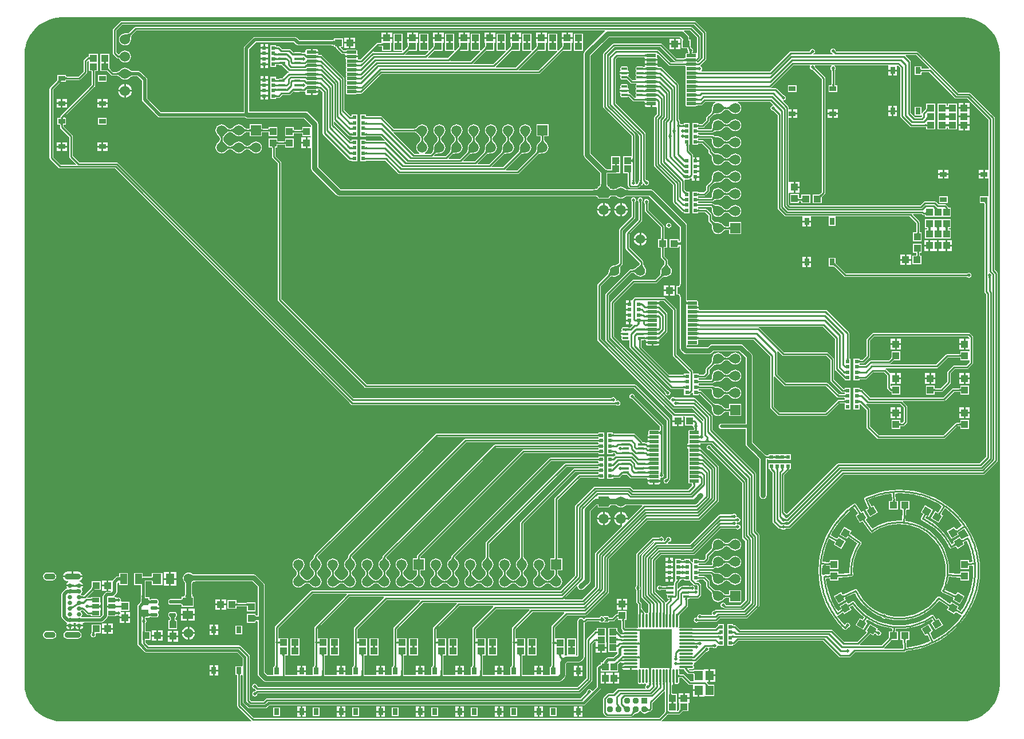
<source format=gtl>
G04*
G04 #@! TF.GenerationSoftware,Altium Limited,Altium Designer,19.1.8 (144)*
G04*
G04 Layer_Physical_Order=1*
G04 Layer_Color=255*
%FSLAX25Y25*%
%MOIN*%
G70*
G01*
G75*
%ADD13C,0.01000*%
%ADD14C,0.02000*%
%ADD15C,0.03000*%
%ADD22C,0.01500*%
%ADD43C,0.00500*%
%ADD57R,0.04331X0.03937*%
G04:AMPARAMS|DCode=58|XSize=39.37mil|YSize=21.65mil|CornerRadius=5.41mil|HoleSize=0mil|Usage=FLASHONLY|Rotation=0.000|XOffset=0mil|YOffset=0mil|HoleType=Round|Shape=RoundedRectangle|*
%AMROUNDEDRECTD58*
21,1,0.03937,0.01083,0,0,0.0*
21,1,0.02854,0.02165,0,0,0.0*
1,1,0.01083,0.01427,-0.00541*
1,1,0.01083,-0.01427,-0.00541*
1,1,0.01083,-0.01427,0.00541*
1,1,0.01083,0.01427,0.00541*
%
%ADD58ROUNDEDRECTD58*%
%ADD59R,0.03937X0.04331*%
G04:AMPARAMS|DCode=60|XSize=43.31mil|YSize=39.37mil|CornerRadius=0mil|HoleSize=0mil|Usage=FLASHONLY|Rotation=150.000|XOffset=0mil|YOffset=0mil|HoleType=Round|Shape=Rectangle|*
%AMROTATEDRECTD60*
4,1,4,0.02859,0.00622,0.00891,-0.02788,-0.02859,-0.00622,-0.00891,0.02788,0.02859,0.00622,0.0*
%
%ADD60ROTATEDRECTD60*%

G04:AMPARAMS|DCode=61|XSize=43.31mil|YSize=39.37mil|CornerRadius=0mil|HoleSize=0mil|Usage=FLASHONLY|Rotation=120.000|XOffset=0mil|YOffset=0mil|HoleType=Round|Shape=Rectangle|*
%AMROTATEDRECTD61*
4,1,4,0.02788,-0.00891,-0.00622,-0.02859,-0.02788,0.00891,0.00622,0.02859,0.02788,-0.00891,0.0*
%
%ADD61ROTATEDRECTD61*%

G04:AMPARAMS|DCode=62|XSize=43.31mil|YSize=39.37mil|CornerRadius=0mil|HoleSize=0mil|Usage=FLASHONLY|Rotation=60.000|XOffset=0mil|YOffset=0mil|HoleType=Round|Shape=Rectangle|*
%AMROTATEDRECTD62*
4,1,4,0.00622,-0.02859,-0.02788,-0.00891,-0.00622,0.02859,0.02788,0.00891,0.00622,-0.02859,0.0*
%
%ADD62ROTATEDRECTD62*%

G04:AMPARAMS|DCode=63|XSize=43.31mil|YSize=39.37mil|CornerRadius=0mil|HoleSize=0mil|Usage=FLASHONLY|Rotation=30.000|XOffset=0mil|YOffset=0mil|HoleType=Round|Shape=Rectangle|*
%AMROTATEDRECTD63*
4,1,4,-0.00891,-0.02788,-0.02859,0.00622,0.00891,0.02788,0.02859,-0.00622,-0.00891,-0.02788,0.0*
%
%ADD63ROTATEDRECTD63*%

%ADD64R,0.04331X0.02559*%
G04:AMPARAMS|DCode=65|XSize=17.72mil|YSize=55.12mil|CornerRadius=1.95mil|HoleSize=0mil|Usage=FLASHONLY|Rotation=90.000|XOffset=0mil|YOffset=0mil|HoleType=Round|Shape=RoundedRectangle|*
%AMROUNDEDRECTD65*
21,1,0.01772,0.05122,0,0,90.0*
21,1,0.01382,0.05512,0,0,90.0*
1,1,0.00390,0.02561,0.00691*
1,1,0.00390,0.02561,-0.00691*
1,1,0.00390,-0.02561,-0.00691*
1,1,0.00390,-0.02561,0.00691*
%
%ADD65ROUNDEDRECTD65*%
%ADD66R,0.03000X0.04000*%
%ADD67R,0.04000X0.03000*%
%ADD68R,0.02362X0.02362*%
%ADD69R,0.02362X0.02362*%
G04:AMPARAMS|DCode=70|XSize=15.75mil|YSize=33.47mil|CornerRadius=3.94mil|HoleSize=0mil|Usage=FLASHONLY|Rotation=270.000|XOffset=0mil|YOffset=0mil|HoleType=Round|Shape=RoundedRectangle|*
%AMROUNDEDRECTD70*
21,1,0.01575,0.02559,0,0,270.0*
21,1,0.00787,0.03347,0,0,270.0*
1,1,0.00787,-0.01280,-0.00394*
1,1,0.00787,-0.01280,0.00394*
1,1,0.00787,0.01280,0.00394*
1,1,0.00787,0.01280,-0.00394*
%
%ADD70ROUNDEDRECTD70*%
%ADD71R,0.04724X0.05512*%
%ADD72R,0.03937X0.05906*%
%ADD73O,0.01181X0.08268*%
%ADD74O,0.08268X0.01181*%
%ADD75R,0.05906X0.05118*%
%ADD76R,0.05118X0.05906*%
%ADD77C,0.01181*%
%ADD78R,0.19000X0.23000*%
%ADD79C,0.05512*%
%ADD80C,0.05906*%
%ADD81R,0.05906X0.05906*%
%ADD82C,0.05906*%
%ADD83C,0.06000*%
%ADD84R,0.05906X0.05906*%
%ADD85O,0.02559X0.02441*%
%ADD86O,0.09449X0.03543*%
%ADD87O,0.06693X0.03543*%
%ADD88C,0.03780*%
%ADD89R,0.03780X0.03780*%
%ADD90C,0.01968*%
G36*
X503850Y266307D02*
X503901Y266250D01*
X503968Y266201D01*
X504050Y266158D01*
X504148Y266121D01*
X504262Y266091D01*
X504391Y266068D01*
X504536Y266052D01*
X504873Y266039D01*
Y265039D01*
X504697Y265035D01*
X504391Y265009D01*
X504262Y264986D01*
X504148Y264956D01*
X504050Y264919D01*
X503968Y264876D01*
X503901Y264827D01*
X503850Y264771D01*
X503815Y264708D01*
Y266370D01*
X503850Y266307D01*
D02*
G37*
G36*
Y263748D02*
X503901Y263691D01*
X503968Y263642D01*
X504050Y263599D01*
X504148Y263562D01*
X504262Y263532D01*
X504391Y263509D01*
X504536Y263493D01*
X504873Y263479D01*
Y262479D01*
X504697Y262476D01*
X504391Y262450D01*
X504262Y262427D01*
X504148Y262397D01*
X504050Y262360D01*
X503968Y262317D01*
X503901Y262268D01*
X503850Y262211D01*
X503815Y262149D01*
Y263810D01*
X503850Y263748D01*
D02*
G37*
G36*
X503868Y260952D02*
X503897Y260867D01*
X503946Y260792D01*
X504015Y260727D01*
X504106Y260672D01*
X504218Y260627D01*
X504350Y260592D01*
X504504Y260567D01*
X504678Y260552D01*
X504873Y260547D01*
X504713Y259547D01*
X503815Y259590D01*
X503861Y261047D01*
X503868Y260952D01*
D02*
G37*
G36*
X503850Y258629D02*
X503901Y258573D01*
X503968Y258524D01*
X504050Y258481D01*
X504148Y258444D01*
X504262Y258414D01*
X504391Y258391D01*
X504536Y258375D01*
X504873Y258361D01*
Y257361D01*
X504697Y257358D01*
X504391Y257332D01*
X504262Y257309D01*
X504148Y257279D01*
X504050Y257242D01*
X503968Y257199D01*
X503901Y257150D01*
X503850Y257093D01*
X503815Y257031D01*
Y258692D01*
X503850Y258629D01*
D02*
G37*
G36*
Y256070D02*
X503901Y256014D01*
X503968Y255964D01*
X504050Y255922D01*
X504148Y255885D01*
X504262Y255855D01*
X504391Y255832D01*
X504536Y255816D01*
X504873Y255802D01*
Y254802D01*
X504697Y254799D01*
X504391Y254773D01*
X504262Y254749D01*
X504148Y254720D01*
X504050Y254683D01*
X503968Y254640D01*
X503901Y254591D01*
X503850Y254534D01*
X503815Y254471D01*
Y256133D01*
X503850Y256070D01*
D02*
G37*
G36*
Y253511D02*
X503901Y253455D01*
X503968Y253405D01*
X504050Y253362D01*
X504148Y253326D01*
X504262Y253296D01*
X504391Y253273D01*
X504536Y253257D01*
X504873Y253243D01*
Y252243D01*
X504697Y252240D01*
X504391Y252214D01*
X504262Y252190D01*
X504148Y252161D01*
X504050Y252124D01*
X503968Y252081D01*
X503901Y252031D01*
X503850Y251975D01*
X503815Y251912D01*
Y253574D01*
X503850Y253511D01*
D02*
G37*
G36*
X503868Y250815D02*
X503888Y250787D01*
X503922Y250763D01*
X503969Y250742D01*
X504029Y250725D01*
X504104Y250710D01*
X504191Y250699D01*
X504406Y250686D01*
X504534Y250684D01*
Y249684D01*
X504406Y249683D01*
X504104Y249658D01*
X504029Y249644D01*
X503969Y249626D01*
X503922Y249605D01*
X503888Y249581D01*
X503868Y249554D01*
X503861Y249523D01*
Y250846D01*
X503868Y250815D01*
D02*
G37*
G36*
X502019Y246738D02*
X501934Y246708D01*
X501859Y246657D01*
X501794Y246586D01*
X501739Y246495D01*
X501694Y246384D01*
X501659Y246252D01*
X501634Y246101D01*
X501619Y245929D01*
X501614Y245736D01*
X500614D01*
X500609Y245929D01*
X500594Y246101D01*
X500569Y246252D01*
X500534Y246384D01*
X500489Y246495D01*
X500434Y246586D01*
X500369Y246657D01*
X500294Y246708D01*
X500209Y246738D01*
X500114Y246748D01*
X502114D01*
X502019Y246738D01*
D02*
G37*
G36*
X445689Y233645D02*
X445669Y233748D01*
X445607Y233841D01*
X445504Y233922D01*
X445361Y233993D01*
X445175Y234053D01*
X444949Y234102D01*
X444682Y234140D01*
X444374Y234167D01*
X443633Y234189D01*
Y237189D01*
X444024Y237194D01*
X444949Y237276D01*
X445175Y237325D01*
X445361Y237385D01*
X445504Y237456D01*
X445607Y237537D01*
X445669Y237630D01*
X445689Y237733D01*
Y233645D01*
D02*
G37*
G36*
X460849Y237648D02*
X460993Y237552D01*
X461159Y237467D01*
X461347Y237393D01*
X461556Y237331D01*
X461788Y237280D01*
X462041Y237240D01*
X462317Y237212D01*
X462933Y237189D01*
Y234189D01*
X462614Y234183D01*
X462041Y234138D01*
X461788Y234098D01*
X461556Y234047D01*
X461347Y233985D01*
X461159Y233911D01*
X460993Y233826D01*
X460849Y233730D01*
X460727Y233622D01*
Y237756D01*
X460849Y237648D01*
D02*
G37*
G36*
X451589Y238356D02*
X451679Y238111D01*
X451829Y237895D01*
X452039Y237708D01*
X452309Y237549D01*
X452639Y237420D01*
X453029Y237319D01*
X453479Y237247D01*
X453989Y237203D01*
X454453Y237192D01*
X454622Y237195D01*
X455195Y237240D01*
X455448Y237280D01*
X455680Y237331D01*
X455890Y237393D01*
X456077Y237467D01*
X456243Y237552D01*
X456387Y237648D01*
X456509Y237756D01*
Y233622D01*
X456387Y233730D01*
X456243Y233826D01*
X456077Y233911D01*
X455890Y233985D01*
X455680Y234047D01*
X455448Y234098D01*
X455195Y234138D01*
X454920Y234166D01*
X454407Y234185D01*
X453989Y234175D01*
X453479Y234131D01*
X453029Y234059D01*
X452639Y233959D01*
X452309Y233829D01*
X452039Y233670D01*
X451829Y233483D01*
X451679Y233267D01*
X451589Y233022D01*
X451559Y232748D01*
Y238630D01*
X451589Y238356D01*
D02*
G37*
G36*
X471208Y233150D02*
X463013Y224955D01*
X462539Y225188D01*
X462539Y225189D01*
X459118D01*
Y221768D01*
X459119Y221768D01*
X459353Y221294D01*
X443891Y205833D01*
X443670Y205502D01*
X443592Y205112D01*
Y186134D01*
X436078Y178620D01*
X425844D01*
X425637Y179120D01*
X432896Y186378D01*
X433332Y186168D01*
X433361Y186142D01*
X433516Y185362D01*
X433958Y184700D01*
X434620Y184258D01*
X435400Y184103D01*
X436180Y184258D01*
X436842Y184700D01*
X436867Y184737D01*
X440442Y188312D01*
X440884Y188974D01*
X441039Y189754D01*
Y230211D01*
X444446Y233618D01*
X444620Y233602D01*
X444854Y233569D01*
X445035Y233530D01*
X445157Y233490D01*
X445165Y233486D01*
Y232236D01*
X451453D01*
X451500Y232210D01*
X451530Y232219D01*
X451559Y232207D01*
X451629Y232236D01*
X452071D01*
Y232642D01*
X452097Y232689D01*
X452120Y232897D01*
X452163Y233015D01*
X452237Y233122D01*
X452359Y233231D01*
X452546Y233341D01*
X452806Y233443D01*
X453140Y233529D01*
X453545Y233594D01*
X454019Y233634D01*
X454404Y233644D01*
X454882Y233626D01*
X455126Y233601D01*
X455348Y233566D01*
X455545Y233523D01*
X455713Y233473D01*
X455855Y233417D01*
X455969Y233359D01*
X456056Y233300D01*
X456151Y233216D01*
X456183Y233205D01*
X456877Y232673D01*
X457717Y232325D01*
X458618Y232207D01*
X459519Y232325D01*
X460359Y232673D01*
X461053Y233205D01*
X461085Y233216D01*
X461180Y233300D01*
X461268Y233359D01*
X461382Y233417D01*
X461523Y233473D01*
X461692Y233523D01*
X461888Y233566D01*
X462105Y233600D01*
X462640Y233643D01*
X462943Y233648D01*
X462947Y233650D01*
X471001D01*
X471208Y233150D01*
D02*
G37*
G36*
X523797Y226411D02*
X523756Y226447D01*
X523708Y226479D01*
X523653Y226507D01*
X523591Y226532D01*
X523521Y226553D01*
X523443Y226570D01*
X523359Y226583D01*
X523267Y226592D01*
X523062Y226600D01*
Y227600D01*
X523168Y227602D01*
X523359Y227617D01*
X523443Y227630D01*
X523521Y227647D01*
X523591Y227668D01*
X523653Y227693D01*
X523708Y227721D01*
X523756Y227753D01*
X523797Y227789D01*
Y226411D01*
D02*
G37*
G36*
X525955Y224311D02*
X525914Y224347D01*
X525866Y224379D01*
X525811Y224407D01*
X525748Y224432D01*
X525678Y224453D01*
X525601Y224470D01*
X525516Y224483D01*
X525425Y224492D01*
X525219Y224500D01*
Y225500D01*
X525325Y225502D01*
X525516Y225517D01*
X525601Y225530D01*
X525678Y225547D01*
X525748Y225568D01*
X525811Y225593D01*
X525866Y225621D01*
X525914Y225653D01*
X525955Y225689D01*
Y224311D01*
D02*
G37*
G36*
X657180Y517856D02*
X658266D01*
X660426Y517643D01*
X662555Y517219D01*
X664632Y516589D01*
X666638Y515759D01*
X668552Y514735D01*
X670357Y513529D01*
X672035Y512152D01*
X673570Y510617D01*
X674947Y508939D01*
X676153Y507135D01*
X677176Y505220D01*
X678007Y503215D01*
X678637Y501138D01*
X679060Y499009D01*
X679273Y496848D01*
Y495763D01*
Y129626D01*
Y128541D01*
X679060Y126380D01*
X678637Y124251D01*
X678007Y122174D01*
X677176Y120169D01*
X676153Y118254D01*
X674947Y116450D01*
X673570Y114772D01*
X672035Y113237D01*
X670357Y111860D01*
X668552Y110654D01*
X666638Y109630D01*
X664632Y108800D01*
X662555Y108169D01*
X660426Y107746D01*
X658266Y107533D01*
X657180D01*
X482413Y107532D01*
X482206Y108032D01*
X485242Y111068D01*
X485290Y111086D01*
X485420Y111206D01*
X485537Y111301D01*
X485658Y111383D01*
X485782Y111453D01*
X485909Y111512D01*
X486041Y111560D01*
X486178Y111598D01*
X486321Y111625D01*
X486471Y111642D01*
X486648Y111648D01*
X486694Y111669D01*
X492280D01*
X492671Y111747D01*
X493002Y111968D01*
X493909Y112875D01*
X493922Y112877D01*
X493949Y112916D01*
X493960Y112927D01*
X494010Y112946D01*
X494187Y113116D01*
X494342Y113253D01*
X494482Y113362D01*
X494604Y113446D01*
X494704Y113503D01*
X494771Y113531D01*
X495160D01*
X495211Y113527D01*
X495216Y113531D01*
X498012D01*
Y118131D01*
X498512D01*
Y120600D01*
X495346D01*
X492181D01*
Y118131D01*
X492681D01*
Y115034D01*
X492657Y114942D01*
X492681Y114901D01*
X492676Y114854D01*
X492681Y114849D01*
Y114648D01*
X492614Y114554D01*
X492304Y114191D01*
X492097Y113978D01*
X492077Y113928D01*
X491858Y113709D01*
X491319D01*
Y118468D01*
X491319D01*
Y118631D01*
X491319D01*
Y123568D01*
X488495D01*
X488492Y123570D01*
X488483Y123590D01*
X488464Y123662D01*
X488447Y123765D01*
X488435Y123898D01*
X488431Y124071D01*
X488409Y124119D01*
Y128435D01*
X488491Y128530D01*
X488680Y128644D01*
X488654Y128642D01*
X488684Y128683D01*
X488712Y128731D01*
X488736Y128787D01*
X488758Y128850D01*
X488776Y128920D01*
X488791Y128998D01*
X488811Y129175D01*
X488816Y129260D01*
X488813Y130089D01*
X488858D01*
Y133858D01*
X489858D01*
Y130089D01*
X489903D01*
X489888Y130057D01*
X489875Y130007D01*
X489862Y129939D01*
X489858Y129906D01*
Y129074D01*
X489870Y129027D01*
X489892Y128958D01*
X489920Y128897D01*
X489951Y128844D01*
X489973Y128815D01*
X489979Y128817D01*
X490505Y129168D01*
X490683Y129434D01*
X490901Y129288D01*
X491327Y129203D01*
X491752Y129288D01*
X492113Y129529D01*
X492354Y129890D01*
X492439Y130315D01*
Y132960D01*
X492441Y132961D01*
X492514Y132980D01*
X492620Y132998D01*
X492755Y133010D01*
X492931Y133014D01*
X492979Y133036D01*
X494078D01*
X497834Y129279D01*
X498165Y129058D01*
X498555Y128980D01*
X500488D01*
Y126169D01*
X503850D01*
Y125669D01*
X504350D01*
Y121913D01*
X507213D01*
Y121944D01*
X507287Y122413D01*
X513012D01*
Y128925D01*
X509534D01*
X509534Y128938D01*
X509490Y129036D01*
X509435Y129315D01*
X509214Y129646D01*
X508747Y130113D01*
X508939Y130575D01*
X509650D01*
Y134331D01*
Y138087D01*
X506787D01*
Y138056D01*
X506713Y137587D01*
X501609D01*
X501564Y137612D01*
X501530Y137602D01*
X501497Y137616D01*
X501428Y137587D01*
X500988D01*
Y137222D01*
X500984Y137221D01*
X500907Y137203D01*
X500800Y137187D01*
X500663Y137176D01*
X500488Y137172D01*
X500439Y137150D01*
X498603D01*
X498154Y137599D01*
X498345Y138061D01*
X500185D01*
X500610Y138146D01*
X500971Y138387D01*
X501212Y138748D01*
X501297Y139173D01*
X501212Y139599D01*
X501066Y139818D01*
X501006Y140157D01*
X501066Y140498D01*
X501212Y140716D01*
X501297Y141142D01*
X501215Y141554D01*
X501213Y141569D01*
X501482Y142064D01*
X501491Y142064D01*
X501537Y142086D01*
X501905D01*
X502295Y142163D01*
X502626Y142384D01*
X508068Y147826D01*
X508109Y147839D01*
X508115Y147850D01*
X508127Y147855D01*
X508263Y147980D01*
X508307Y148016D01*
X508348Y148045D01*
X508381Y148065D01*
X508404Y148076D01*
X508409Y148078D01*
X508416Y148078D01*
X508425Y148082D01*
X508437Y148083D01*
X508456Y148094D01*
X508458Y148095D01*
X508500Y148087D01*
X509079Y148202D01*
X509570Y148530D01*
X509898Y149021D01*
X510013Y149600D01*
X509898Y150179D01*
X509897Y150180D01*
X510164Y150680D01*
X511795D01*
X511842Y150659D01*
X512029Y150652D01*
X512089Y150646D01*
X512143Y150638D01*
X512185Y150628D01*
X512214Y150620D01*
X512229Y150614D01*
X512239Y150605D01*
X512248Y150602D01*
X512255Y150597D01*
X512272Y150594D01*
X512296Y150586D01*
X512721Y150302D01*
X513300Y150187D01*
X513879Y150302D01*
X514370Y150630D01*
X514698Y151121D01*
X514784Y151552D01*
X515171Y151759D01*
X515300Y151780D01*
X515358Y151737D01*
Y151520D01*
X518720D01*
Y154669D01*
X518720D01*
Y157819D01*
Y160968D01*
X518720D01*
Y164331D01*
X515358D01*
Y163591D01*
X515029Y163371D01*
X513504Y161846D01*
X501535D01*
X501484Y161868D01*
X500844Y161875D01*
X500579Y161889D01*
X500554Y161891D01*
X500532Y161895D01*
X500480Y161884D01*
X500411Y161913D01*
X500380Y161900D01*
X500185Y161939D01*
X493098D01*
X492753Y161870D01*
X492535Y162035D01*
X492370Y162253D01*
X492439Y162598D01*
Y169134D01*
X492443Y169143D01*
X492501Y169245D01*
X492582Y169363D01*
X492844Y169675D01*
X493013Y169851D01*
X493033Y169901D01*
X497268Y174135D01*
X497489Y174466D01*
X497567Y174856D01*
Y178355D01*
X497588Y178403D01*
X497593Y178579D01*
X497596Y178614D01*
X497976Y178905D01*
X498065Y178942D01*
X498175Y178964D01*
X498188Y178973D01*
X498254Y178982D01*
X498313Y179018D01*
X498360Y179041D01*
X498421Y179064D01*
X498494Y179086D01*
X498581Y179107D01*
X498668Y179122D01*
X499059Y179157D01*
X499203Y179159D01*
X499253Y179180D01*
X503100D01*
X503490Y179258D01*
X503821Y179479D01*
X505121Y180779D01*
X505342Y181110D01*
X505420Y181500D01*
Y186905D01*
X505342Y187295D01*
X505121Y187626D01*
X504121Y188626D01*
X503790Y188847D01*
X503400Y188925D01*
X502615D01*
X502586Y188969D01*
X502853Y189469D01*
X503981D01*
Y190045D01*
X503983Y190049D01*
X504003Y190057D01*
X504074Y190076D01*
X504178Y190093D01*
X504310Y190105D01*
X504483Y190109D01*
X504531Y190131D01*
X506734D01*
X508362Y188503D01*
Y186275D01*
X508440Y185885D01*
X508661Y185555D01*
X511070Y183146D01*
X511084Y183104D01*
X511199Y182970D01*
X511286Y182836D01*
X511369Y182669D01*
X511445Y182467D01*
X511512Y182230D01*
X511568Y181957D01*
X511612Y181658D01*
X511661Y180933D01*
X511664Y180526D01*
X511675Y180498D01*
X511794Y179599D01*
X512142Y178759D01*
X512695Y178038D01*
X513416Y177484D01*
X514256Y177136D01*
X515158Y177017D01*
X516059Y177136D01*
X516899Y177484D01*
X517619Y178036D01*
X517646Y178048D01*
X517937Y178334D01*
X518483Y178811D01*
X518726Y178993D01*
X518958Y179145D01*
X519174Y179266D01*
X519371Y179355D01*
X519547Y179414D01*
X519703Y179447D01*
X519879Y179460D01*
X519919Y179480D01*
X521154D01*
X521203Y179459D01*
X521379Y179454D01*
X521513Y179443D01*
X521619Y179425D01*
X521693Y179406D01*
X521705Y179401D01*
Y177047D01*
X528610D01*
Y183953D01*
X521705D01*
Y181599D01*
X521693Y181594D01*
X521619Y181575D01*
X521513Y181557D01*
X521379Y181546D01*
X521203Y181541D01*
X521154Y181520D01*
X519919D01*
X519879Y181540D01*
X519703Y181553D01*
X519547Y181586D01*
X519371Y181645D01*
X519174Y181734D01*
X518958Y181855D01*
X518726Y182007D01*
X518483Y182189D01*
X517937Y182666D01*
X517646Y182952D01*
X517619Y182964D01*
X516899Y183516D01*
X516059Y183864D01*
X515159Y183982D01*
X515132Y183994D01*
X514724Y183997D01*
X514000Y184046D01*
X513700Y184089D01*
X513428Y184145D01*
X513190Y184213D01*
X512988Y184289D01*
X512821Y184372D01*
X512688Y184459D01*
X512554Y184574D01*
X512511Y184588D01*
X510402Y186698D01*
Y188925D01*
X510324Y189315D01*
X510103Y189646D01*
X507877Y191871D01*
X507547Y192092D01*
X507157Y192170D01*
X504531D01*
X504483Y192191D01*
X504310Y192196D01*
X504178Y192208D01*
X504074Y192225D01*
X504003Y192244D01*
X503983Y192252D01*
X503981Y192255D01*
Y193195D01*
X503983Y193198D01*
X504003Y193206D01*
X504074Y193226D01*
X504178Y193243D01*
X504310Y193254D01*
X504483Y193259D01*
X504531Y193280D01*
X510935D01*
X511070Y193146D01*
X511084Y193104D01*
X511199Y192970D01*
X511286Y192836D01*
X511369Y192669D01*
X511445Y192467D01*
X511512Y192230D01*
X511568Y191957D01*
X511612Y191657D01*
X511661Y190933D01*
X511664Y190525D01*
X511675Y190498D01*
X511794Y189599D01*
X512142Y188759D01*
X512695Y188038D01*
X513416Y187484D01*
X514256Y187136D01*
X515158Y187018D01*
X516059Y187136D01*
X516899Y187484D01*
X517619Y188037D01*
X517646Y188048D01*
X517937Y188334D01*
X518483Y188811D01*
X518726Y188993D01*
X518958Y189145D01*
X519174Y189266D01*
X519371Y189355D01*
X519547Y189414D01*
X519703Y189447D01*
X519879Y189460D01*
X519919Y189480D01*
X520396D01*
X520436Y189460D01*
X520612Y189447D01*
X520768Y189414D01*
X520944Y189355D01*
X521141Y189266D01*
X521357Y189145D01*
X521589Y188993D01*
X521832Y188811D01*
X522378Y188334D01*
X522669Y188048D01*
X522696Y188037D01*
X523416Y187484D01*
X524256Y187136D01*
X525157Y187018D01*
X526059Y187136D01*
X526899Y187484D01*
X527620Y188038D01*
X528173Y188759D01*
X528521Y189599D01*
X528640Y190500D01*
X528521Y191401D01*
X528173Y192241D01*
X527620Y192963D01*
X526899Y193516D01*
X526059Y193864D01*
X525157Y193983D01*
X524256Y193864D01*
X523416Y193516D01*
X522696Y192964D01*
X522669Y192953D01*
X522378Y192666D01*
X521832Y192189D01*
X521589Y192007D01*
X521357Y191855D01*
X521141Y191734D01*
X520944Y191645D01*
X520768Y191586D01*
X520612Y191553D01*
X520436Y191540D01*
X520396Y191520D01*
X519919D01*
X519879Y191540D01*
X519703Y191553D01*
X519547Y191586D01*
X519371Y191645D01*
X519174Y191734D01*
X518958Y191855D01*
X518726Y192007D01*
X518483Y192189D01*
X517937Y192666D01*
X517646Y192953D01*
X517619Y192964D01*
X516899Y193516D01*
X516059Y193864D01*
X515159Y193982D01*
X515132Y193994D01*
X514724Y193997D01*
X514000Y194046D01*
X513700Y194089D01*
X513428Y194146D01*
X513190Y194213D01*
X512988Y194289D01*
X512821Y194372D01*
X512688Y194459D01*
X512554Y194574D01*
X512511Y194588D01*
X512078Y195021D01*
X511748Y195242D01*
X511357Y195320D01*
X504531D01*
X504483Y195341D01*
X504310Y195346D01*
X504178Y195357D01*
X504074Y195375D01*
X504003Y195394D01*
X503983Y195402D01*
X503981Y195405D01*
Y196345D01*
X503983Y196348D01*
X504003Y196356D01*
X504074Y196375D01*
X504178Y196392D01*
X504310Y196404D01*
X504483Y196409D01*
X504531Y196430D01*
X512107D01*
X512497Y196508D01*
X512724Y196659D01*
X512824Y196695D01*
X512968Y196826D01*
X513096Y196919D01*
X513227Y196995D01*
X513364Y197055D01*
X513508Y197100D01*
X513662Y197131D01*
X513828Y197146D01*
X514006Y197144D01*
X514198Y197125D01*
X514423Y197084D01*
X514473Y197095D01*
X514520Y197076D01*
X514567Y197095D01*
X515158Y197018D01*
X516059Y197136D01*
X516899Y197484D01*
X517619Y198037D01*
X517646Y198047D01*
X517937Y198334D01*
X518483Y198811D01*
X518726Y198993D01*
X518958Y199145D01*
X519174Y199266D01*
X519371Y199355D01*
X519547Y199414D01*
X519703Y199447D01*
X519879Y199460D01*
X519919Y199480D01*
X520396D01*
X520436Y199460D01*
X520612Y199447D01*
X520768Y199414D01*
X520944Y199355D01*
X521141Y199266D01*
X521357Y199145D01*
X521589Y198993D01*
X521832Y198811D01*
X522378Y198334D01*
X522669Y198047D01*
X522696Y198037D01*
X523416Y197484D01*
X524256Y197136D01*
X525157Y197018D01*
X526059Y197136D01*
X526899Y197484D01*
X527620Y198038D01*
X528173Y198759D01*
X528521Y199599D01*
X528640Y200500D01*
X528521Y201401D01*
X528173Y202241D01*
X527620Y202962D01*
X526899Y203516D01*
X526059Y203864D01*
X525157Y203982D01*
X524256Y203864D01*
X523416Y203516D01*
X522696Y202963D01*
X522669Y202953D01*
X522378Y202666D01*
X521832Y202189D01*
X521589Y202007D01*
X521357Y201855D01*
X521141Y201734D01*
X520944Y201645D01*
X520768Y201586D01*
X520612Y201553D01*
X520436Y201540D01*
X520396Y201520D01*
X519919D01*
X519879Y201540D01*
X519703Y201553D01*
X519547Y201586D01*
X519371Y201645D01*
X519174Y201734D01*
X518958Y201855D01*
X518726Y202007D01*
X518483Y202189D01*
X517937Y202666D01*
X517646Y202953D01*
X517619Y202963D01*
X516899Y203516D01*
X516059Y203864D01*
X515158Y203982D01*
X514256Y203864D01*
X513416Y203516D01*
X512695Y202962D01*
X512142Y202241D01*
X511794Y201401D01*
X511675Y200500D01*
X511753Y199910D01*
X511733Y199863D01*
X511753Y199816D01*
X511742Y199766D01*
X511783Y199540D01*
X511802Y199348D01*
X511803Y199170D01*
X511788Y199005D01*
X511758Y198851D01*
X511713Y198706D01*
X511653Y198570D01*
X511595Y198469D01*
X504531D01*
X504483Y198491D01*
X504310Y198495D01*
X504178Y198507D01*
X504074Y198524D01*
X504003Y198543D01*
X503983Y198551D01*
X503981Y198555D01*
Y199494D01*
X503983Y199497D01*
X504003Y199505D01*
X504074Y199525D01*
X504178Y199542D01*
X504310Y199554D01*
X504483Y199558D01*
X504531Y199580D01*
X507252D01*
X507642Y199657D01*
X507972Y199878D01*
X509523Y201429D01*
X509744Y201760D01*
X509822Y202150D01*
Y203723D01*
X512511Y206412D01*
X512554Y206426D01*
X512688Y206541D01*
X512821Y206628D01*
X512988Y206711D01*
X513190Y206787D01*
X513428Y206855D01*
X513700Y206911D01*
X514000Y206954D01*
X514724Y207003D01*
X515132Y207006D01*
X515159Y207018D01*
X516059Y207136D01*
X516899Y207484D01*
X517619Y208036D01*
X517646Y208048D01*
X517937Y208334D01*
X518483Y208811D01*
X518726Y208993D01*
X518958Y209145D01*
X519174Y209266D01*
X519371Y209355D01*
X519547Y209414D01*
X519703Y209447D01*
X519879Y209460D01*
X519919Y209480D01*
X520396D01*
X520436Y209460D01*
X520612Y209447D01*
X520768Y209414D01*
X520944Y209355D01*
X521141Y209266D01*
X521357Y209145D01*
X521589Y208993D01*
X521832Y208811D01*
X522378Y208334D01*
X522669Y208048D01*
X522696Y208036D01*
X523416Y207484D01*
X524256Y207136D01*
X525157Y207017D01*
X526059Y207136D01*
X526899Y207484D01*
X527620Y208037D01*
X528173Y208759D01*
X528521Y209599D01*
X528640Y210500D01*
X528521Y211401D01*
X528173Y212241D01*
X527620Y212963D01*
X526899Y213516D01*
X526059Y213864D01*
X525157Y213983D01*
X524256Y213864D01*
X523416Y213516D01*
X522696Y212964D01*
X522669Y212952D01*
X522378Y212666D01*
X521832Y212189D01*
X521589Y212007D01*
X521357Y211855D01*
X521141Y211734D01*
X520944Y211645D01*
X520768Y211586D01*
X520612Y211553D01*
X520436Y211540D01*
X520396Y211520D01*
X519919D01*
X519879Y211540D01*
X519703Y211553D01*
X519547Y211586D01*
X519371Y211645D01*
X519174Y211734D01*
X518958Y211855D01*
X518726Y212007D01*
X518483Y212189D01*
X517937Y212666D01*
X517646Y212952D01*
X517619Y212964D01*
X516899Y213516D01*
X516059Y213864D01*
X515158Y213983D01*
X514256Y213864D01*
X513416Y213516D01*
X512695Y212963D01*
X512142Y212241D01*
X511794Y211401D01*
X511675Y210502D01*
X511664Y210474D01*
X511661Y210067D01*
X511612Y209343D01*
X511568Y209043D01*
X511512Y208770D01*
X511445Y208533D01*
X511369Y208331D01*
X511286Y208164D01*
X511199Y208030D01*
X511084Y207896D01*
X511070Y207854D01*
X508081Y204866D01*
X507860Y204535D01*
X507783Y204145D01*
Y202572D01*
X506829Y201619D01*
X504531D01*
X504483Y201640D01*
X504310Y201645D01*
X504178Y201657D01*
X504074Y201674D01*
X504003Y201693D01*
X503983Y201701D01*
X503981Y201704D01*
Y202280D01*
X500619D01*
Y200585D01*
X500119Y200378D01*
X499276Y201221D01*
X498945Y201442D01*
X498863Y201458D01*
Y202280D01*
X495501D01*
Y201698D01*
X495489Y201694D01*
X495415Y201674D01*
X495309Y201657D01*
X495175Y201645D01*
X494999Y201640D01*
X494951Y201619D01*
X494149D01*
X494101Y201640D01*
X493925Y201645D01*
X493791Y201657D01*
X493685Y201674D01*
X493611Y201694D01*
X493599Y201698D01*
Y202280D01*
X490237D01*
Y199131D01*
X490237D01*
Y195768D01*
Y192832D01*
X490237D01*
Y189488D01*
X489797Y189048D01*
X489576Y188717D01*
X489499Y188327D01*
Y186988D01*
X488999Y186617D01*
X488969Y186623D01*
X486409D01*
X486292Y186600D01*
X486261Y186613D01*
X486171Y186576D01*
X486061Y186554D01*
X486047Y186545D01*
X485981Y186535D01*
X485915Y186495D01*
X485860Y186468D01*
X485796Y186442D01*
X485728Y186420D01*
X485528Y186376D01*
X485432Y186362D01*
X485172Y186343D01*
X485028Y186340D01*
X484979Y186319D01*
X482641D01*
X482594Y186340D01*
X482407Y186347D01*
X482347Y186353D01*
X482293Y186362D01*
X482251Y186371D01*
X482222Y186379D01*
X482207Y186385D01*
X482197Y186394D01*
X482188Y186397D01*
X482181Y186402D01*
X482164Y186405D01*
X482140Y186414D01*
X481715Y186697D01*
X481136Y186812D01*
X480557Y186697D01*
X480066Y186369D01*
X479738Y185878D01*
X479623Y185299D01*
X479738Y184720D01*
X480066Y184229D01*
X480557Y183901D01*
X481136Y183786D01*
X481715Y183901D01*
X482140Y184185D01*
X482164Y184193D01*
X482181Y184196D01*
X482188Y184201D01*
X482197Y184204D01*
X482207Y184213D01*
X482222Y184219D01*
X482251Y184228D01*
X482293Y184237D01*
X482340Y184244D01*
X482494Y184256D01*
X482584Y184258D01*
X482634Y184280D01*
X484885D01*
X485069Y184054D01*
X485089Y183996D01*
X485137Y183757D01*
X485097Y183697D01*
X485010Y183259D01*
X485041D01*
Y183259D01*
X485205Y183262D01*
X485640Y183300D01*
X485766Y183322D01*
X485884Y183350D01*
X485992Y183383D01*
X486090Y183421D01*
X486180Y183464D01*
X486261Y183512D01*
Y183259D01*
X487689D01*
Y182259D01*
X486261D01*
Y182006D01*
X486180Y182054D01*
X486090Y182097D01*
X485992Y182135D01*
X485884Y182168D01*
X485766Y182196D01*
X485640Y182219D01*
X485359Y182249D01*
X485205Y182256D01*
X485042Y182259D01*
X485010D01*
X485097Y181822D01*
X485405Y181361D01*
X485497Y181299D01*
X485568Y180942D01*
X485498Y180594D01*
Y179806D01*
X485568Y179458D01*
X485765Y179162D01*
X486061Y178964D01*
X486409Y178895D01*
X486458D01*
X486459Y178893D01*
X486479Y178820D01*
X486496Y178714D01*
X486508Y178579D01*
X486513Y178403D01*
X486534Y178355D01*
Y178335D01*
X484972Y176773D01*
X484798Y176787D01*
X484445Y176953D01*
X484395Y177204D01*
X484174Y177534D01*
X478556Y183152D01*
Y201100D01*
X481952Y204496D01*
X500983D01*
X501374Y204574D01*
X501704Y204795D01*
X516790Y219880D01*
X525195D01*
X525242Y219859D01*
X525429Y219852D01*
X525489Y219846D01*
X525543Y219838D01*
X525585Y219828D01*
X525614Y219820D01*
X525629Y219814D01*
X525639Y219805D01*
X525648Y219802D01*
X525655Y219797D01*
X525672Y219794D01*
X525696Y219786D01*
X526121Y219502D01*
X526700Y219387D01*
X527279Y219502D01*
X527770Y219830D01*
X528098Y220321D01*
X528213Y220900D01*
X528098Y221479D01*
X527770Y221970D01*
X527279Y222298D01*
X526700Y222413D01*
X526465Y222367D01*
X526087Y222693D01*
X526077Y223196D01*
X526448Y223528D01*
X526657Y223487D01*
X527237Y223602D01*
X527728Y223930D01*
X528056Y224421D01*
X528171Y225000D01*
X528056Y225579D01*
X527728Y226070D01*
X527237Y226398D01*
X526657Y226513D01*
X526396Y226461D01*
X525970Y226881D01*
X526013Y227100D01*
X525898Y227679D01*
X525570Y228170D01*
X525079Y228498D01*
X524500Y228613D01*
X523921Y228498D01*
X523496Y228214D01*
X523472Y228206D01*
X523455Y228203D01*
X523448Y228198D01*
X523439Y228195D01*
X523429Y228186D01*
X523414Y228180D01*
X523385Y228172D01*
X523343Y228162D01*
X523296Y228155D01*
X523142Y228143D01*
X523052Y228141D01*
X523003Y228120D01*
X516204D01*
X515814Y228042D01*
X515483Y227821D01*
X498697Y211035D01*
X486182D01*
X485868Y211513D01*
X485990Y211768D01*
X486125Y211892D01*
X486168Y211926D01*
X486208Y211954D01*
X486239Y211972D01*
X486259Y211982D01*
X486263Y211982D01*
X486272Y211985D01*
X486286Y211987D01*
X486297Y211992D01*
X486298Y211993D01*
X486302Y211995D01*
X486308Y211999D01*
X486319Y212003D01*
X486400Y211987D01*
X486979Y212102D01*
X487470Y212430D01*
X487798Y212921D01*
X487913Y213500D01*
X487798Y214079D01*
X487470Y214570D01*
X486979Y214898D01*
X486400Y215013D01*
X485821Y214898D01*
X485330Y214570D01*
X485002Y214079D01*
X484941Y213772D01*
X484904Y213714D01*
X484893Y213700D01*
X484891Y213693D01*
X484887Y213686D01*
X484884Y213671D01*
X484882Y213665D01*
X484871Y213644D01*
X484851Y213612D01*
X484830Y213581D01*
X484679Y213403D01*
X484617Y213339D01*
X484597Y213289D01*
X483974Y212665D01*
X483599Y212998D01*
X483603Y213035D01*
X483713Y213593D01*
X483598Y214172D01*
X483270Y214663D01*
X482779Y214991D01*
X482200Y215106D01*
X481621Y214991D01*
X481196Y214707D01*
X481172Y214699D01*
X481155Y214696D01*
X481148Y214690D01*
X481139Y214687D01*
X481129Y214679D01*
X481114Y214673D01*
X481085Y214664D01*
X481043Y214655D01*
X480996Y214648D01*
X480842Y214635D01*
X480752Y214634D01*
X480703Y214612D01*
X477260D01*
X476870Y214535D01*
X476539Y214314D01*
X467779Y205554D01*
X467558Y205223D01*
X467480Y204833D01*
Y186805D01*
X467459Y186758D01*
X467452Y186571D01*
X467446Y186511D01*
X467438Y186457D01*
X467428Y186415D01*
X467420Y186386D01*
X467414Y186371D01*
X467405Y186361D01*
X467402Y186352D01*
X467397Y186345D01*
X467394Y186328D01*
X467386Y186304D01*
X467102Y185879D01*
X466987Y185300D01*
X467102Y184721D01*
X467386Y184296D01*
X467394Y184272D01*
X467397Y184255D01*
X467402Y184248D01*
X467405Y184239D01*
X467414Y184229D01*
X467420Y184214D01*
X467428Y184185D01*
X467438Y184143D01*
X467445Y184096D01*
X467457Y183942D01*
X467459Y183852D01*
X467480Y183803D01*
Y177222D01*
X467558Y176832D01*
X467779Y176501D01*
X468654Y175626D01*
Y172839D01*
X468634Y172776D01*
X468654Y172740D01*
Y171035D01*
X468632Y170984D01*
X468625Y170344D01*
X468611Y170079D01*
X468609Y170054D01*
X468605Y170032D01*
X468616Y169980D01*
X468587Y169911D01*
X468600Y169879D01*
X468561Y169685D01*
Y162598D01*
X468606Y162375D01*
X468604Y162358D01*
X468344Y161962D01*
X468248Y161895D01*
X468196Y161884D01*
X468127Y161913D01*
X468096Y161900D01*
X467902Y161939D01*
X461328D01*
X461298Y161956D01*
X461220Y162009D01*
X460866Y162309D01*
Y165938D01*
X460887Y165986D01*
X460892Y166162D01*
X460904Y166297D01*
X460921Y166402D01*
X460941Y166476D01*
X460946Y166488D01*
X461850D01*
Y171819D01*
X456913D01*
Y170258D01*
X456912Y170255D01*
X456892Y170247D01*
X456820Y170228D01*
X456717Y170211D01*
X456584Y170199D01*
X456411Y170195D01*
X456363Y170173D01*
X456236D01*
X455846Y170096D01*
X455515Y169875D01*
X453660Y168020D01*
X451641D01*
Y168300D01*
X451562Y168490D01*
X451483Y168683D01*
X451483Y168683D01*
X451483Y168683D01*
X451290Y168762D01*
X451100Y168841D01*
X448750Y168841D01*
X448750Y168841D01*
X448531Y168750D01*
X448368Y168683D01*
X448183Y168683D01*
X447800Y168841D01*
X447800Y168841D01*
X446900D01*
X446517Y168683D01*
X446359Y168300D01*
Y168020D01*
X438480D01*
X438090Y167942D01*
X437759Y167721D01*
X437417Y167378D01*
X436842Y167342D01*
X436180Y167784D01*
X435400Y167939D01*
X434620Y167784D01*
X433958Y167342D01*
X433516Y166680D01*
X433361Y165900D01*
Y146233D01*
X433167Y146039D01*
X432512D01*
Y150953D01*
Y155890D01*
X427181D01*
Y150953D01*
Y146039D01*
X426500D01*
X426306Y146001D01*
X425819Y146414D01*
Y150953D01*
X425819D01*
Y155890D01*
X420488D01*
X420138Y156245D01*
Y162196D01*
X427322Y169380D01*
X437979D01*
X438369Y169458D01*
X438700Y169679D01*
X451333Y182312D01*
X451554Y182643D01*
X451631Y183033D01*
Y202204D01*
X474102Y224675D01*
X503979D01*
X504369Y224752D01*
X504700Y224973D01*
X515237Y235509D01*
X515458Y235840D01*
X515535Y236230D01*
Y255959D01*
X515458Y256349D01*
X515237Y256680D01*
X505657Y266260D01*
X505327Y266481D01*
X505122Y266521D01*
X504983Y266702D01*
X504847Y266941D01*
X504829Y267082D01*
X504893Y267407D01*
Y267598D01*
X504873D01*
Y267598D01*
X504697Y267594D01*
X504391Y267568D01*
X504262Y267545D01*
X504148Y267515D01*
X504050Y267478D01*
X503968Y267436D01*
X503901Y267386D01*
X503850Y267330D01*
X503815Y267267D01*
Y267598D01*
X501114D01*
X497335D01*
Y267407D01*
X497428Y266940D01*
X497692Y266545D01*
X497882Y266418D01*
X497845Y266230D01*
Y264848D01*
X497899Y264577D01*
X498019Y264259D01*
X497899Y263942D01*
X497845Y263670D01*
Y262289D01*
X497899Y262017D01*
X498019Y261700D01*
X497899Y261383D01*
X497845Y261111D01*
Y259730D01*
X497899Y259458D01*
X498019Y259141D01*
X497899Y258823D01*
X497845Y258552D01*
Y257171D01*
X497899Y256899D01*
X498019Y256582D01*
X497899Y256264D01*
X497845Y255993D01*
Y254611D01*
X497899Y254340D01*
X498019Y254023D01*
X497899Y253705D01*
X497845Y253434D01*
Y252052D01*
X497899Y251781D01*
X498019Y251464D01*
X497899Y251146D01*
X497845Y250875D01*
Y249493D01*
X497899Y249222D01*
X498019Y248905D01*
X497899Y248587D01*
X497845Y248316D01*
Y246934D01*
X497899Y246663D01*
X498052Y246433D01*
X498282Y246280D01*
X498553Y246226D01*
X500014D01*
X500020Y246212D01*
X500039Y246139D01*
X500057Y246033D01*
X500069Y245898D01*
X500073Y245722D01*
X500095Y245674D01*
Y245050D01*
X497776Y242731D01*
X465733D01*
X464343Y244121D01*
X464012Y244342D01*
X463622Y244420D01*
X443566D01*
X443176Y244342D01*
X442845Y244121D01*
X432279Y233555D01*
X432058Y233224D01*
X431980Y232834D01*
Y192589D01*
X423411Y184020D01*
X279000D01*
X278610Y183942D01*
X278279Y183721D01*
X257397Y162839D01*
X257176Y162508D01*
X257099Y162118D01*
Y153623D01*
X257087Y153606D01*
X257099Y153550D01*
Y153450D01*
X257087Y153394D01*
X257099Y153377D01*
Y139861D01*
X257077Y139813D01*
X257072Y139637D01*
X257061Y139502D01*
X257043Y139397D01*
X257024Y139323D01*
X257019Y139311D01*
X256118D01*
Y134739D01*
X252645D01*
X251258Y136125D01*
Y167811D01*
Y183000D01*
Y186897D01*
X251258Y186897D01*
X251103Y187677D01*
X250661Y188339D01*
X250661Y188339D01*
X246416Y192584D01*
X245755Y193026D01*
X244974Y193181D01*
X210878D01*
X210874Y193183D01*
X210577Y193187D01*
X210318Y193197D01*
X209857Y193241D01*
X209680Y193270D01*
X209526Y193304D01*
X209404Y193342D01*
X209314Y193378D01*
X209259Y193408D01*
X209196Y193457D01*
X209120Y193477D01*
X208642Y193844D01*
X207850Y194172D01*
X207000Y194284D01*
X206150Y194172D01*
X205358Y193844D01*
X204678Y193322D01*
X204156Y192642D01*
X203828Y191850D01*
X203716Y191000D01*
X203828Y190150D01*
X204156Y189358D01*
X204647Y188718D01*
X204659Y188681D01*
X204713Y188617D01*
X204746Y188563D01*
X204786Y188477D01*
X204826Y188358D01*
X204864Y188208D01*
X204894Y188040D01*
X204955Y187312D01*
X204959Y187027D01*
X204961Y187022D01*
Y182806D01*
X204959Y182801D01*
X204944Y182246D01*
X204903Y181772D01*
X204835Y181367D01*
X204746Y181034D01*
X204640Y180774D01*
X204526Y180586D01*
X204411Y180462D01*
X204295Y180384D01*
X204164Y180337D01*
X203942Y180313D01*
X203916Y180299D01*
X203047D01*
Y179323D01*
X203033Y179297D01*
X203020Y179171D01*
X203004Y179125D01*
X202976Y179085D01*
X202922Y179035D01*
X202824Y178975D01*
X202674Y178914D01*
X202471Y178860D01*
X202216Y178817D01*
X201911Y178791D01*
X201545Y178781D01*
X201519Y178770D01*
X201356D01*
X201328Y178781D01*
X199636Y178796D01*
X199403Y178806D01*
X199347Y178811D01*
X199313Y178801D01*
X199264Y178821D01*
X199232Y178808D01*
X199057Y178843D01*
X196203D01*
X195797Y178762D01*
X195452Y178532D01*
X195222Y178188D01*
X195141Y177781D01*
Y176699D01*
X195222Y176293D01*
X195452Y175948D01*
X195797Y175718D01*
X196203Y175637D01*
X199057D01*
X199232Y175672D01*
X199264Y175659D01*
X199269Y175661D01*
X199274Y175659D01*
X201334Y175699D01*
X201361Y175711D01*
X201519D01*
X201545Y175699D01*
X201911Y175690D01*
X202216Y175663D01*
X202471Y175621D01*
X202674Y175566D01*
X202824Y175505D01*
X202922Y175446D01*
X202976Y175396D01*
X203004Y175355D01*
X203020Y175309D01*
X203033Y175183D01*
X203047Y175157D01*
Y174181D01*
X209953D01*
Y179663D01*
X209975Y179698D01*
X209964Y179744D01*
X209982Y179788D01*
X209953Y179859D01*
Y180299D01*
X209565D01*
X209530Y180321D01*
X209445Y180335D01*
X209440Y180338D01*
X209398Y180383D01*
X209328Y180502D01*
X209252Y180702D01*
X209180Y180980D01*
X209122Y181324D01*
X209050Y182243D01*
X209041Y182796D01*
X209039Y182801D01*
Y187022D01*
X209041Y187027D01*
X209045Y187317D01*
X209078Y187825D01*
X209104Y188028D01*
X209137Y188208D01*
X209174Y188358D01*
X209214Y188477D01*
X209254Y188563D01*
X209287Y188617D01*
X209341Y188681D01*
X209353Y188718D01*
X209387Y188762D01*
X209436Y188781D01*
X209498Y188839D01*
X209550Y188874D01*
X209632Y188916D01*
X209747Y188958D01*
X209893Y188998D01*
X210069Y189033D01*
X210268Y189061D01*
X210771Y189096D01*
X211060Y189101D01*
X211064Y189102D01*
X211082D01*
X211085Y189102D01*
X211087Y189102D01*
X244130D01*
X247180Y186052D01*
Y183000D01*
Y169686D01*
X246943Y169402D01*
X246680Y169251D01*
X246545Y169273D01*
X246341Y169328D01*
X246192Y169389D01*
X246094Y169448D01*
X246040Y169498D01*
X246012Y169539D01*
X245996Y169584D01*
X245983Y169711D01*
X245969Y169737D01*
Y170319D01*
X241032D01*
Y164988D01*
X245969D01*
Y165570D01*
X245983Y165597D01*
X245996Y165723D01*
X246012Y165769D01*
X246040Y165809D01*
X246094Y165859D01*
X246192Y165919D01*
X246341Y165980D01*
X246545Y166034D01*
X246680Y166056D01*
X246943Y165905D01*
X247180Y165621D01*
Y135281D01*
X247335Y134500D01*
X247777Y133839D01*
X250358Y131258D01*
X251020Y130816D01*
X251800Y130661D01*
X422700D01*
X423480Y130816D01*
X424142Y131258D01*
X425942Y133058D01*
X425942Y133058D01*
X426384Y133720D01*
X426539Y134500D01*
Y141155D01*
X427345Y141961D01*
X434012D01*
X434792Y142116D01*
X435454Y142558D01*
X436842Y143946D01*
X437284Y144608D01*
X437439Y145388D01*
Y165066D01*
X437566D01*
X437956Y165143D01*
X438287Y165364D01*
X438903Y165980D01*
X445986D01*
X446359Y165700D01*
X446482Y165401D01*
X446517Y165317D01*
X446517Y165317D01*
Y165317D01*
X446900Y165159D01*
X446900Y165159D01*
X447800Y165159D01*
X447800Y165159D01*
X447800Y165159D01*
X447878Y165191D01*
X448165Y165267D01*
X448367Y165317D01*
X448367D01*
X448750Y165159D01*
X448750Y165159D01*
X451100Y165159D01*
X451483Y165317D01*
X451641Y165700D01*
X451922Y165980D01*
X454083D01*
X454473Y166058D01*
X454804Y166279D01*
X456413Y167889D01*
X456913Y167682D01*
Y166488D01*
X458747D01*
X458752Y166476D01*
X458772Y166402D01*
X458789Y166297D01*
X458801Y166162D01*
X458805Y165986D01*
X458827Y165938D01*
Y161844D01*
X458905Y161454D01*
X459116Y161138D01*
X459135Y161084D01*
X459144Y161080D01*
X459147Y161071D01*
X459502Y160707D01*
X459620Y160574D01*
X459667Y160023D01*
X459572Y159861D01*
X459317Y159479D01*
X459293Y159358D01*
X459522D01*
Y159358D01*
X460589Y159403D01*
Y159358D01*
X464358D01*
Y158358D01*
X460589D01*
Y158313D01*
X460566Y158322D01*
X460525Y158329D01*
X460465Y158336D01*
X460173Y158351D01*
X459523Y158358D01*
X458894D01*
X458825Y158262D01*
X458599Y158232D01*
X457469Y159362D01*
X457449Y159413D01*
X457257Y159612D01*
X456937Y159984D01*
X456818Y160144D01*
X456719Y160295D01*
X456643Y160432D01*
X456588Y160553D01*
X456553Y160655D01*
X456535Y160739D01*
X456528Y160845D01*
X456512Y160876D01*
Y161969D01*
X451181D01*
Y157032D01*
Y152532D01*
Y148031D01*
X456512D01*
X456659Y147592D01*
Y147242D01*
X454205Y144788D01*
X450977D01*
X450489Y144691D01*
X450075Y144414D01*
X448599Y142938D01*
X448322Y142525D01*
X448225Y142037D01*
Y142012D01*
X447031D01*
Y140669D01*
X446979Y140661D01*
X446678Y140640D01*
X446492Y140638D01*
X446414Y140604D01*
X446012Y140524D01*
X445599Y140248D01*
X444898Y139547D01*
X444622Y139133D01*
X444525Y138646D01*
Y127719D01*
X442145Y125339D01*
X441595Y125496D01*
X441334Y125886D01*
X440843Y126214D01*
X440264Y126329D01*
X439685Y126214D01*
X439194Y125886D01*
X438866Y125395D01*
X438767Y124894D01*
X438756Y124871D01*
X438746Y124857D01*
X438744Y124848D01*
X438740Y124840D01*
X438739Y124827D01*
X438733Y124812D01*
X438718Y124785D01*
X438695Y124749D01*
X438667Y124710D01*
X438567Y124593D01*
X438504Y124528D01*
X438485Y124478D01*
X435026Y121020D01*
X252750D01*
X252360Y120942D01*
X252029Y120721D01*
X250578Y119270D01*
X243422D01*
X242520Y120172D01*
Y145748D01*
X242442Y146138D01*
X242221Y146469D01*
X237219Y151471D01*
X236888Y151692D01*
X236498Y151770D01*
X183669D01*
X182020Y153419D01*
Y154481D01*
X182041Y154529D01*
X182046Y154705D01*
X182057Y154839D01*
X182075Y154944D01*
X182094Y155018D01*
X182100Y155032D01*
X184819D01*
Y159968D01*
X182105D01*
X182102Y159970D01*
X182094Y159990D01*
X182074Y160062D01*
X182057Y160165D01*
X182046Y160298D01*
X182041Y160471D01*
X182020Y160519D01*
Y164495D01*
X182041Y164542D01*
X182048Y164729D01*
X182054Y164789D01*
X182062Y164843D01*
X182072Y164885D01*
X182080Y164914D01*
X182086Y164929D01*
X182095Y164939D01*
X182098Y164948D01*
X182103Y164955D01*
X182106Y164972D01*
X182114Y164996D01*
X182398Y165421D01*
X182513Y166000D01*
X182398Y166579D01*
X182114Y167004D01*
X182106Y167028D01*
X182103Y167045D01*
X182098Y167052D01*
X182095Y167061D01*
X182086Y167071D01*
X182080Y167086D01*
X182072Y167115D01*
X182062Y167157D01*
X182055Y167204D01*
X182043Y167358D01*
X182041Y167448D01*
X182033Y167467D01*
X182041Y167486D01*
X182046Y167662D01*
X182057Y167797D01*
X182075Y167903D01*
X182094Y167976D01*
X182099Y167988D01*
X184169D01*
Y168108D01*
X184588Y168460D01*
X184809Y168454D01*
X184898Y168417D01*
X185167Y168238D01*
X185573Y168157D01*
X188427D01*
X188833Y168238D01*
X189178Y168468D01*
X189408Y168812D01*
X189489Y169219D01*
Y170301D01*
X189408Y170707D01*
X189178Y171052D01*
X189165Y171092D01*
X189213Y171630D01*
X189538Y171847D01*
X189879Y172357D01*
X189999Y172959D01*
Y173000D01*
X187000D01*
Y174000D01*
X189999D01*
Y174041D01*
X189879Y174643D01*
X189538Y175153D01*
X189213Y175370D01*
X189165Y175908D01*
X189178Y175948D01*
X189408Y176293D01*
X189489Y176699D01*
Y177781D01*
X189408Y178188D01*
X189178Y178532D01*
X188833Y178762D01*
X188427Y178843D01*
X185573D01*
X185398Y178808D01*
X185366Y178821D01*
X185277Y178784D01*
X185167Y178762D01*
X185159Y178758D01*
X185097Y178750D01*
X185028Y178710D01*
X184964Y178682D01*
X184881Y178655D01*
X184652Y178606D01*
X184430Y178699D01*
X184169Y178912D01*
Y180012D01*
X182097D01*
X182072Y180026D01*
X181993Y180034D01*
X181989Y180036D01*
X181985Y180038D01*
X181967Y180058D01*
X181934Y180111D01*
X181896Y180206D01*
X181859Y180345D01*
X181829Y180525D01*
X181810Y180744D01*
X181803Y181014D01*
X181786Y181051D01*
Y189225D01*
X184661D01*
X184699Y189209D01*
X184969Y189202D01*
X185189Y189183D01*
X185370Y189153D01*
X185508Y189116D01*
X185603Y189077D01*
X185656Y189045D01*
X185675Y189028D01*
X185677Y189024D01*
X185678Y189022D01*
X185687Y188943D01*
X185701Y188917D01*
Y187047D01*
X191819D01*
Y193953D01*
X185701D01*
Y192083D01*
X185687Y192057D01*
X185678Y191978D01*
X185677Y191975D01*
X185675Y191972D01*
X185656Y191955D01*
X185603Y191923D01*
X185508Y191884D01*
X185370Y191847D01*
X185189Y191817D01*
X184969Y191798D01*
X184699Y191791D01*
X184661Y191774D01*
X180512D01*
X180299Y191949D01*
Y193953D01*
X175362D01*
Y187047D01*
X179237D01*
Y181041D01*
X179221Y181001D01*
X179219Y180239D01*
X179209Y179583D01*
X179207Y179552D01*
X179214Y179531D01*
X179202Y179503D01*
X179232Y179431D01*
Y177482D01*
X179180Y177364D01*
X179080Y177189D01*
X178947Y176995D01*
X178547Y176517D01*
X178293Y176253D01*
X178278Y176214D01*
X178249Y176185D01*
X178228Y176171D01*
X178227Y176163D01*
X177580Y175517D01*
X177304Y175103D01*
X177207Y174615D01*
Y152798D01*
X177304Y152310D01*
X177580Y151896D01*
X181378Y148099D01*
X181791Y147822D01*
X182279Y147725D01*
X235204D01*
X238475Y144454D01*
Y140150D01*
X238382Y139689D01*
X234382D01*
Y134689D01*
X235283D01*
X235287Y134677D01*
X235307Y134603D01*
X235325Y134498D01*
X235336Y134363D01*
X235341Y134187D01*
X235362Y134139D01*
Y116622D01*
X235440Y116232D01*
X235661Y115901D01*
X243532Y108029D01*
X243325Y107529D01*
X133558Y107528D01*
X132473D01*
X130313Y107741D01*
X128184Y108165D01*
X126107Y108795D01*
X124101Y109626D01*
X122187Y110649D01*
X120382Y111855D01*
X118704Y113232D01*
X117169Y114767D01*
X115792Y116445D01*
X114586Y118250D01*
X113563Y120164D01*
X112732Y122169D01*
X112102Y124247D01*
X111678Y126376D01*
X111465Y128538D01*
X111462Y129626D01*
X111466Y495763D01*
Y496848D01*
X111678Y499009D01*
X112102Y501138D01*
X112732Y503215D01*
X113563Y505220D01*
X114586Y507135D01*
X115792Y508939D01*
X117169Y510617D01*
X118704Y512152D01*
X120382Y513529D01*
X122187Y514735D01*
X124101Y515759D01*
X126107Y516589D01*
X128184Y517219D01*
X130313Y517643D01*
X132476Y517856D01*
X133562Y517861D01*
X657180Y517856D01*
D02*
G37*
G36*
X523797Y222211D02*
X523756Y222247D01*
X523708Y222279D01*
X523653Y222307D01*
X523591Y222332D01*
X523521Y222353D01*
X523443Y222370D01*
X523359Y222383D01*
X523267Y222392D01*
X523062Y222400D01*
Y223400D01*
X523168Y223402D01*
X523359Y223417D01*
X523443Y223430D01*
X523521Y223447D01*
X523591Y223468D01*
X523653Y223493D01*
X523708Y223521D01*
X523756Y223553D01*
X523797Y223589D01*
Y222211D01*
D02*
G37*
G36*
X525997Y220211D02*
X525956Y220247D01*
X525908Y220279D01*
X525853Y220307D01*
X525791Y220332D01*
X525721Y220353D01*
X525643Y220370D01*
X525559Y220383D01*
X525467Y220392D01*
X525262Y220400D01*
Y221400D01*
X525368Y221402D01*
X525559Y221417D01*
X525643Y221430D01*
X525721Y221447D01*
X525791Y221468D01*
X525853Y221493D01*
X525908Y221521D01*
X525956Y221553D01*
X525997Y221589D01*
Y220211D01*
D02*
G37*
G36*
X481497Y212904D02*
X481456Y212940D01*
X481408Y212972D01*
X481353Y213000D01*
X481290Y213025D01*
X481221Y213045D01*
X481143Y213062D01*
X481059Y213076D01*
X480967Y213085D01*
X480762Y213093D01*
Y214093D01*
X480868Y214094D01*
X481059Y214110D01*
X481143Y214123D01*
X481221Y214140D01*
X481290Y214161D01*
X481353Y214185D01*
X481408Y214214D01*
X481456Y214246D01*
X481497Y214282D01*
Y212904D01*
D02*
G37*
G36*
X486284Y212523D02*
X486229Y212525D01*
X486171Y212519D01*
X486111Y212504D01*
X486048Y212481D01*
X485983Y212450D01*
X485916Y212410D01*
X485846Y212361D01*
X485774Y212305D01*
X485624Y212166D01*
X485006Y212962D01*
X485080Y213039D01*
X485260Y213251D01*
X485305Y213316D01*
X485343Y213378D01*
X485373Y213437D01*
X485396Y213493D01*
X485412Y213546D01*
X485420Y213596D01*
X486284Y212523D01*
D02*
G37*
G36*
X523049Y208433D02*
X522747Y208731D01*
X522172Y209232D01*
X521900Y209436D01*
X521638Y209608D01*
X521385Y209749D01*
X521143Y209859D01*
X520911Y209937D01*
X520688Y209984D01*
X520476Y210000D01*
Y211000D01*
X520688Y211016D01*
X520911Y211063D01*
X521143Y211141D01*
X521385Y211251D01*
X521638Y211392D01*
X521900Y211564D01*
X522172Y211768D01*
X522747Y212269D01*
X523049Y212567D01*
Y208433D01*
D02*
G37*
G36*
X517568Y212269D02*
X518143Y211768D01*
X518415Y211564D01*
X518677Y211392D01*
X518930Y211251D01*
X519172Y211141D01*
X519404Y211063D01*
X519627Y211016D01*
X519839Y211000D01*
Y210000D01*
X519627Y209984D01*
X519404Y209937D01*
X519172Y209859D01*
X518930Y209749D01*
X518677Y209608D01*
X518415Y209436D01*
X518143Y209232D01*
X517568Y208731D01*
X517266Y208433D01*
Y212567D01*
X517568Y212269D01*
D02*
G37*
G36*
X515128Y207547D02*
X514704Y207544D01*
X513943Y207493D01*
X513606Y207444D01*
X513299Y207381D01*
X513021Y207302D01*
X512772Y207208D01*
X512552Y207099D01*
X512362Y206975D01*
X512200Y206836D01*
X511493Y207543D01*
X511632Y207704D01*
X511757Y207895D01*
X511866Y208115D01*
X511959Y208364D01*
X512038Y208642D01*
X512102Y208949D01*
X512150Y209285D01*
X512202Y210046D01*
X512205Y210471D01*
X515128Y207547D01*
D02*
G37*
G36*
X496025Y199599D02*
X496015Y199694D01*
X495984Y199779D01*
X495934Y199854D01*
X495863Y199919D01*
X495772Y199974D01*
X495660Y200019D01*
X495529Y200054D01*
X495377Y200079D01*
X495205Y200094D01*
X495013Y200099D01*
Y201099D01*
X495205Y201104D01*
X495377Y201119D01*
X495529Y201144D01*
X495660Y201179D01*
X495772Y201224D01*
X495863Y201279D01*
X495934Y201344D01*
X495984Y201419D01*
X496015Y201504D01*
X496025Y201599D01*
Y199599D01*
D02*
G37*
G36*
X493085Y201504D02*
X493116Y201419D01*
X493166Y201344D01*
X493237Y201279D01*
X493328Y201224D01*
X493439Y201179D01*
X493571Y201144D01*
X493723Y201119D01*
X493895Y201104D01*
X494087Y201099D01*
Y200099D01*
X493895Y200094D01*
X493723Y200079D01*
X493571Y200054D01*
X493439Y200019D01*
X493328Y199974D01*
X493237Y199919D01*
X493166Y199854D01*
X493116Y199779D01*
X493085Y199694D01*
X493075Y199599D01*
Y201599D01*
X493085Y201504D01*
D02*
G37*
G36*
X503479Y201504D02*
X503509Y201419D01*
X503559Y201344D01*
X503629Y201279D01*
X503719Y201224D01*
X503829Y201179D01*
X503959Y201144D01*
X504109Y201119D01*
X504279Y201104D01*
X504469Y201099D01*
Y200099D01*
X504279Y200094D01*
X504109Y200079D01*
X503959Y200054D01*
X503829Y200019D01*
X503719Y199974D01*
X503629Y199919D01*
X503559Y199854D01*
X503509Y199779D01*
X503479Y199694D01*
X503469Y199599D01*
Y201599D01*
X503479Y201504D01*
D02*
G37*
G36*
X523049Y198433D02*
X522747Y198731D01*
X522172Y199232D01*
X521900Y199436D01*
X521638Y199608D01*
X521385Y199749D01*
X521143Y199859D01*
X520911Y199937D01*
X520688Y199984D01*
X520476Y200000D01*
Y201000D01*
X520688Y201016D01*
X520911Y201063D01*
X521143Y201141D01*
X521385Y201251D01*
X521638Y201392D01*
X521900Y201564D01*
X522172Y201768D01*
X522747Y202269D01*
X523049Y202567D01*
Y198433D01*
D02*
G37*
G36*
X517568Y202269D02*
X518143Y201768D01*
X518415Y201564D01*
X518677Y201392D01*
X518930Y201251D01*
X519172Y201141D01*
X519404Y201063D01*
X519627Y201016D01*
X519839Y201000D01*
Y200000D01*
X519627Y199984D01*
X519404Y199937D01*
X519172Y199859D01*
X518930Y199749D01*
X518677Y199608D01*
X518415Y199436D01*
X518143Y199232D01*
X517568Y198731D01*
X517266Y198433D01*
Y202567D01*
X517568Y202269D01*
D02*
G37*
G36*
X496025Y197950D02*
X496038Y197950D01*
Y196950D01*
X496025Y196949D01*
Y196450D01*
X496015Y196545D01*
X495984Y196630D01*
X495934Y196705D01*
X495863Y196770D01*
X495772Y196825D01*
X495660Y196870D01*
X495560Y196897D01*
X495509Y196882D01*
X495447Y196857D01*
X495392Y196829D01*
X495344Y196797D01*
X495303Y196761D01*
Y196936D01*
X495205Y196945D01*
X495013Y196950D01*
Y197950D01*
X495205Y197955D01*
X495303Y197963D01*
Y198139D01*
X495344Y198103D01*
X495392Y198071D01*
X495447Y198042D01*
X495509Y198018D01*
X495560Y198003D01*
X495660Y198030D01*
X495772Y198075D01*
X495863Y198130D01*
X495934Y198195D01*
X495984Y198270D01*
X496015Y198355D01*
X496025Y198450D01*
Y197950D01*
D02*
G37*
G36*
X514520Y197617D02*
X514273Y197662D01*
X514035Y197685D01*
X513805Y197687D01*
X513586Y197667D01*
X513375Y197626D01*
X513174Y197563D01*
X512982Y197479D01*
X512799Y197373D01*
X512625Y197245D01*
X512461Y197096D01*
X511754Y197803D01*
X511903Y197968D01*
X512030Y198141D01*
X512136Y198324D01*
X512221Y198516D01*
X512283Y198718D01*
X512325Y198928D01*
X512344Y199148D01*
X512343Y199377D01*
X512319Y199615D01*
X512274Y199863D01*
X514520Y197617D01*
D02*
G37*
G36*
X493085Y198355D02*
X493116Y198270D01*
X493166Y198195D01*
X493237Y198130D01*
X493328Y198075D01*
X493439Y198030D01*
X493571Y197995D01*
X493594Y197991D01*
X493621Y197997D01*
X493690Y198018D01*
X493753Y198042D01*
X493808Y198071D01*
X493856Y198103D01*
X493897Y198139D01*
Y197954D01*
X494087Y197950D01*
Y196950D01*
X493897Y196945D01*
Y196761D01*
X493856Y196797D01*
X493808Y196829D01*
X493753Y196857D01*
X493690Y196882D01*
X493621Y196902D01*
X493594Y196908D01*
X493571Y196905D01*
X493439Y196870D01*
X493328Y196825D01*
X493237Y196770D01*
X493166Y196705D01*
X493116Y196630D01*
X493085Y196545D01*
X493075Y196450D01*
Y198450D01*
X493085Y198355D01*
D02*
G37*
G36*
X503479Y198355D02*
X503509Y198270D01*
X503559Y198195D01*
X503629Y198130D01*
X503719Y198075D01*
X503829Y198030D01*
X503959Y197995D01*
X504109Y197970D01*
X504279Y197955D01*
X504469Y197950D01*
Y196950D01*
X504279Y196945D01*
X504109Y196930D01*
X503959Y196905D01*
X503829Y196870D01*
X503719Y196825D01*
X503629Y196770D01*
X503559Y196705D01*
X503509Y196630D01*
X503479Y196545D01*
X503469Y196450D01*
Y198450D01*
X503479Y198355D01*
D02*
G37*
G36*
X496025Y193300D02*
X496015Y193395D01*
X495984Y193480D01*
X495934Y193555D01*
X495863Y193620D01*
X495772Y193675D01*
X495660Y193720D01*
X495534Y193754D01*
X495529Y193753D01*
X495460Y193732D01*
X495397Y193707D01*
X495342Y193679D01*
X495294Y193647D01*
X495253Y193611D01*
Y193791D01*
X495205Y193795D01*
X495013Y193800D01*
Y194800D01*
X495205Y194805D01*
X495253Y194809D01*
Y194989D01*
X495294Y194953D01*
X495342Y194921D01*
X495397Y194893D01*
X495460Y194868D01*
X495529Y194847D01*
X495534Y194846D01*
X495660Y194880D01*
X495772Y194925D01*
X495863Y194980D01*
X495934Y195045D01*
X495984Y195120D01*
X496015Y195205D01*
X496025Y195300D01*
Y193300D01*
D02*
G37*
G36*
X493085Y195205D02*
X493116Y195120D01*
X493166Y195045D01*
X493237Y194980D01*
X493328Y194925D01*
X493439Y194880D01*
X493566Y194846D01*
X493571Y194847D01*
X493641Y194868D01*
X493703Y194893D01*
X493758Y194921D01*
X493806Y194953D01*
X493847Y194989D01*
Y194809D01*
X493895Y194805D01*
X494087Y194800D01*
Y193800D01*
X493895Y193795D01*
X493847Y193791D01*
Y193611D01*
X493806Y193647D01*
X493758Y193679D01*
X493703Y193707D01*
X493641Y193732D01*
X493571Y193753D01*
X493566Y193754D01*
X493439Y193720D01*
X493328Y193675D01*
X493237Y193620D01*
X493166Y193555D01*
X493116Y193480D01*
X493085Y193395D01*
X493075Y193300D01*
Y195300D01*
X493085Y195205D01*
D02*
G37*
G36*
X503479Y195205D02*
X503509Y195120D01*
X503559Y195045D01*
X503629Y194980D01*
X503719Y194925D01*
X503829Y194880D01*
X503959Y194845D01*
X504109Y194820D01*
X504279Y194805D01*
X504469Y194800D01*
Y193800D01*
X504279Y193795D01*
X504109Y193780D01*
X503959Y193755D01*
X503829Y193720D01*
X503719Y193675D01*
X503629Y193620D01*
X503559Y193555D01*
X503509Y193480D01*
X503479Y193395D01*
X503469Y193300D01*
Y195300D01*
X503479Y195205D01*
D02*
G37*
G36*
X512362Y194025D02*
X512552Y193901D01*
X512772Y193792D01*
X513021Y193698D01*
X513299Y193620D01*
X513606Y193556D01*
X513943Y193507D01*
X514704Y193456D01*
X515128Y193453D01*
X512205Y190530D01*
X512202Y190954D01*
X512150Y191715D01*
X512102Y192051D01*
X512038Y192358D01*
X511959Y192637D01*
X511866Y192885D01*
X511757Y193105D01*
X511632Y193296D01*
X511493Y193457D01*
X512200Y194164D01*
X512362Y194025D01*
D02*
G37*
G36*
X496025Y190150D02*
X496015Y190245D01*
X495984Y190330D01*
X495934Y190405D01*
X495863Y190470D01*
X495772Y190525D01*
X495660Y190570D01*
X495529Y190605D01*
X495377Y190630D01*
X495205Y190645D01*
X495013Y190650D01*
Y191650D01*
X495205Y191655D01*
X495377Y191670D01*
X495529Y191695D01*
X495660Y191730D01*
X495772Y191775D01*
X495863Y191830D01*
X495934Y191895D01*
X495984Y191970D01*
X496015Y192055D01*
X496025Y192150D01*
Y190150D01*
D02*
G37*
G36*
X493085Y192055D02*
X493116Y191970D01*
X493166Y191895D01*
X493237Y191830D01*
X493328Y191775D01*
X493439Y191730D01*
X493571Y191695D01*
X493723Y191670D01*
X493895Y191655D01*
X494087Y191650D01*
Y190650D01*
X493895Y190645D01*
X493723Y190630D01*
X493571Y190605D01*
X493439Y190570D01*
X493328Y190525D01*
X493237Y190470D01*
X493166Y190405D01*
X493116Y190330D01*
X493085Y190245D01*
X493075Y190150D01*
Y192150D01*
X493085Y192055D01*
D02*
G37*
G36*
X503479Y192055D02*
X503509Y191970D01*
X503559Y191895D01*
X503629Y191830D01*
X503719Y191775D01*
X503829Y191730D01*
X503959Y191695D01*
X504109Y191670D01*
X504279Y191655D01*
X504469Y191650D01*
Y190650D01*
X504279Y190645D01*
X504109Y190630D01*
X503959Y190605D01*
X503829Y190570D01*
X503719Y190525D01*
X503629Y190470D01*
X503559Y190405D01*
X503509Y190330D01*
X503479Y190245D01*
X503469Y190150D01*
Y192150D01*
X503479Y192055D01*
D02*
G37*
G36*
X208962Y192954D02*
X209081Y192889D01*
X209223Y192831D01*
X209388Y192781D01*
X209576Y192738D01*
X209788Y192703D01*
X210281Y192657D01*
X210562Y192646D01*
X210867Y192642D01*
X211052Y189642D01*
X210748Y189637D01*
X210212Y189600D01*
X209978Y189567D01*
X209768Y189525D01*
X209581Y189474D01*
X209417Y189413D01*
X209276Y189343D01*
X209159Y189263D01*
X209065Y189175D01*
X208866Y193028D01*
X208962Y192954D01*
D02*
G37*
G36*
X186225Y189000D02*
X186210Y189143D01*
X186164Y189270D01*
X186089Y189383D01*
X185983Y189480D01*
X185847Y189562D01*
X185680Y189630D01*
X185484Y189682D01*
X185257Y189720D01*
X185000Y189743D01*
X184713Y189750D01*
Y191250D01*
X185000Y191258D01*
X185257Y191280D01*
X185484Y191317D01*
X185680Y191370D01*
X185847Y191437D01*
X185983Y191520D01*
X186089Y191618D01*
X186164Y191730D01*
X186210Y191858D01*
X186225Y192000D01*
Y189000D01*
D02*
G37*
G36*
X523049Y188433D02*
X522747Y188731D01*
X522172Y189232D01*
X521900Y189436D01*
X521638Y189608D01*
X521385Y189749D01*
X521143Y189859D01*
X520911Y189937D01*
X520688Y189984D01*
X520476Y190000D01*
Y191000D01*
X520688Y191016D01*
X520911Y191063D01*
X521143Y191141D01*
X521385Y191251D01*
X521638Y191392D01*
X521900Y191564D01*
X522172Y191768D01*
X522747Y192269D01*
X523049Y192567D01*
Y188433D01*
D02*
G37*
G36*
X517568Y192269D02*
X518143Y191768D01*
X518415Y191564D01*
X518677Y191392D01*
X518930Y191251D01*
X519172Y191141D01*
X519404Y191063D01*
X519627Y191016D01*
X519839Y191000D01*
Y190000D01*
X519627Y189984D01*
X519404Y189937D01*
X519172Y189859D01*
X518930Y189749D01*
X518677Y189608D01*
X518415Y189436D01*
X518143Y189232D01*
X517568Y188731D01*
X517266Y188433D01*
Y192567D01*
X517568Y192269D01*
D02*
G37*
G36*
X208848Y188936D02*
X208775Y188817D01*
X208710Y188675D01*
X208654Y188510D01*
X208607Y188322D01*
X208569Y188111D01*
X208539Y187876D01*
X208504Y187338D01*
X208500Y187034D01*
X205500D01*
X205496Y187338D01*
X205431Y188111D01*
X205393Y188322D01*
X205346Y188510D01*
X205290Y188675D01*
X205225Y188817D01*
X205152Y188936D01*
X205071Y189032D01*
X208929D01*
X208848Y188936D01*
D02*
G37*
G36*
X469002Y186632D02*
X469017Y186441D01*
X469030Y186357D01*
X469047Y186279D01*
X469068Y186209D01*
X469093Y186147D01*
X469121Y186092D01*
X469153Y186044D01*
X469189Y186003D01*
X467811D01*
X467847Y186044D01*
X467879Y186092D01*
X467907Y186147D01*
X467932Y186209D01*
X467953Y186279D01*
X467970Y186357D01*
X467983Y186441D01*
X467992Y186533D01*
X468000Y186738D01*
X469000D01*
X469002Y186632D01*
D02*
G37*
G36*
X498056Y186023D02*
X498146Y185980D01*
X498245Y185942D01*
X498353Y185909D01*
X498470Y185881D01*
X498596Y185859D01*
X498877Y185828D01*
X498906Y185827D01*
X499008Y185835D01*
X499093Y185848D01*
X499170Y185864D01*
X499240Y185885D01*
X499303Y185909D01*
X499359Y185936D01*
X499407Y185968D01*
X499448Y186003D01*
X499427Y184625D01*
X499387Y184662D01*
X499339Y184695D01*
X499284Y184723D01*
X499221Y184749D01*
X499152Y184770D01*
X499075Y184787D01*
X498990Y184801D01*
X498932Y184807D01*
X498596Y184778D01*
X498470Y184755D01*
X498353Y184727D01*
X498245Y184694D01*
X498146Y184656D01*
X498056Y184613D01*
X497976Y184565D01*
Y186071D01*
X498056Y186023D01*
D02*
G37*
G36*
X481880Y185952D02*
X481928Y185920D01*
X481983Y185892D01*
X482046Y185867D01*
X482116Y185846D01*
X482193Y185829D01*
X482277Y185816D01*
X482369Y185807D01*
X482575Y185799D01*
Y184799D01*
X482468Y184797D01*
X482277Y184782D01*
X482193Y184769D01*
X482116Y184752D01*
X482046Y184731D01*
X481983Y184707D01*
X481928Y184678D01*
X481880Y184646D01*
X481839Y184610D01*
Y185988D01*
X481880Y185952D01*
D02*
G37*
G36*
X495119Y184565D02*
X495038Y184613D01*
X494949Y184656D01*
X494850Y184694D01*
X494742Y184727D01*
X494625Y184755D01*
X494498Y184778D01*
X494217Y184808D01*
X494063Y184816D01*
X493900Y184818D01*
Y185818D01*
X494063Y185821D01*
X494498Y185859D01*
X494625Y185881D01*
X494742Y185909D01*
X494850Y185942D01*
X494949Y185980D01*
X495038Y186023D01*
X495119Y186071D01*
Y184565D01*
D02*
G37*
G36*
X486261D02*
X486185Y184609D01*
X486100Y184649D01*
X486004Y184684D01*
X485898Y184715D01*
X485781Y184741D01*
X485655Y184762D01*
X485370Y184790D01*
X485213Y184797D01*
X485045Y184799D01*
X485038Y185799D01*
X485197Y185802D01*
X485490Y185824D01*
X485625Y185843D01*
X485869Y185897D01*
X485979Y185933D01*
X486081Y185973D01*
X486175Y186020D01*
X486261Y186071D01*
Y184565D01*
D02*
G37*
G36*
X494999Y190109D02*
X495175Y190105D01*
X495309Y190093D01*
X495415Y190076D01*
X495489Y190056D01*
X495501Y190051D01*
Y189469D01*
X498827D01*
X498957Y189276D01*
X501048Y187184D01*
X501379Y186963D01*
X501769Y186885D01*
X502978D01*
X503380Y186483D01*
Y184398D01*
X502880Y184131D01*
X502779Y184198D01*
X502200Y184313D01*
X501814Y184237D01*
X501507Y184678D01*
X501538Y184724D01*
X501653Y185303D01*
X501538Y185882D01*
X501210Y186373D01*
X500719Y186701D01*
X500140Y186817D01*
X499561Y186701D01*
X499164Y186436D01*
X499128Y186424D01*
X499112Y186421D01*
X499104Y186417D01*
X499096Y186414D01*
X499085Y186405D01*
X499068Y186398D01*
X499038Y186389D01*
X498995Y186380D01*
X498947Y186373D01*
X498905Y186370D01*
X498674Y186395D01*
X498581Y186411D01*
X498494Y186432D01*
X498421Y186454D01*
X498360Y186477D01*
X498313Y186500D01*
X498254Y186536D01*
X498188Y186546D01*
X498175Y186554D01*
X498065Y186576D01*
X497976Y186613D01*
X497944Y186600D01*
X497827Y186623D01*
X495268D01*
X495150Y186600D01*
X495119Y186613D01*
X495030Y186576D01*
X494919Y186554D01*
X494907Y186546D01*
X494841Y186536D01*
X494782Y186500D01*
X494734Y186477D01*
X494674Y186454D01*
X494600Y186432D01*
X494514Y186411D01*
X494426Y186396D01*
X494035Y186362D01*
X493891Y186359D01*
X493841Y186338D01*
X493840D01*
X493450Y186260D01*
X493119Y186039D01*
X492000Y184919D01*
X491538Y185111D01*
Y187905D01*
X492639Y189006D01*
X492860Y189337D01*
X492886Y189469D01*
X493599D01*
Y190051D01*
X493611Y190056D01*
X493685Y190076D01*
X493790Y190093D01*
X493925Y190105D01*
X494101Y190109D01*
X494149Y190131D01*
X494951D01*
X494999Y190109D01*
D02*
G37*
G36*
X469153Y184556D02*
X469121Y184508D01*
X469093Y184453D01*
X469068Y184390D01*
X469047Y184321D01*
X469030Y184243D01*
X469017Y184159D01*
X469008Y184067D01*
X469000Y183862D01*
X468000D01*
X467998Y183968D01*
X467983Y184159D01*
X467970Y184243D01*
X467953Y184321D01*
X467932Y184390D01*
X467907Y184453D01*
X467879Y184508D01*
X467847Y184556D01*
X467811Y184597D01*
X469189D01*
X469153Y184556D01*
D02*
G37*
G36*
X501497Y182111D02*
X501456Y182147D01*
X501408Y182179D01*
X501353Y182207D01*
X501291Y182232D01*
X501221Y182253D01*
X501143Y182270D01*
X501059Y182283D01*
X500967Y182292D01*
X500762Y182300D01*
Y183300D01*
X500868Y183302D01*
X501059Y183317D01*
X501143Y183330D01*
X501221Y183347D01*
X501291Y183368D01*
X501353Y183393D01*
X501408Y183421D01*
X501456Y183453D01*
X501497Y183489D01*
Y182111D01*
D02*
G37*
G36*
X494992Y182090D02*
X494963Y182122D01*
X494921Y182151D01*
X494866Y182176D01*
X494798Y182198D01*
X494718Y182217D01*
X494624Y182232D01*
X494397Y182252D01*
X494118Y182259D01*
Y183259D01*
X494264Y183261D01*
X494624Y183286D01*
X494718Y183301D01*
X494798Y183320D01*
X494866Y183342D01*
X494921Y183367D01*
X494963Y183396D01*
X494992Y183428D01*
Y182090D01*
D02*
G37*
G36*
X498045Y183472D02*
X498126Y183436D01*
X498218Y183404D01*
X498322Y183376D01*
X498437Y183353D01*
X498702Y183319D01*
X498852Y183308D01*
X499187Y183300D01*
X499203Y182300D01*
X499049Y182297D01*
X498762Y182273D01*
X498629Y182253D01*
X498503Y182226D01*
X498383Y182194D01*
X498271Y182156D01*
X498166Y182112D01*
X498067Y182062D01*
X497976Y182006D01*
Y183512D01*
X498045Y183472D01*
D02*
G37*
G36*
X512362Y184025D02*
X512552Y183901D01*
X512772Y183792D01*
X513021Y183698D01*
X513299Y183619D01*
X513606Y183556D01*
X513943Y183507D01*
X514704Y183456D01*
X515128Y183453D01*
X512205Y180529D01*
X512202Y180954D01*
X512150Y181714D01*
X512102Y182051D01*
X512038Y182358D01*
X511959Y182636D01*
X511866Y182886D01*
X511757Y183105D01*
X511632Y183296D01*
X511493Y183457D01*
X512200Y184164D01*
X512362Y184025D01*
D02*
G37*
G36*
X208509Y182217D02*
X208585Y181257D01*
X208650Y180867D01*
X208735Y180537D01*
X208839Y180267D01*
X208961Y180057D01*
X209102Y179907D01*
X209262Y179817D01*
X209441Y179787D01*
X204000Y179775D01*
X204285Y179806D01*
X204540Y179897D01*
X204765Y180048D01*
X204960Y180259D01*
X205125Y180530D01*
X205260Y180861D01*
X205365Y181253D01*
X205440Y181704D01*
X205485Y182215D01*
X205500Y182787D01*
X208500D01*
X208509Y182217D01*
D02*
G37*
G36*
X522229Y179500D02*
X522219Y179595D01*
X522188Y179680D01*
X522138Y179755D01*
X522067Y179820D01*
X521976Y179875D01*
X521864Y179920D01*
X521733Y179955D01*
X521581Y179980D01*
X521409Y179995D01*
X521217Y180000D01*
Y181000D01*
X521409Y181005D01*
X521581Y181020D01*
X521733Y181045D01*
X521864Y181080D01*
X521976Y181125D01*
X522067Y181180D01*
X522138Y181245D01*
X522188Y181320D01*
X522219Y181405D01*
X522229Y181500D01*
Y179500D01*
D02*
G37*
G36*
X181269Y180713D02*
X181292Y180457D01*
X181329Y180230D01*
X181382Y180034D01*
X181449Y179868D01*
X181532Y179732D01*
X181629Y179626D01*
X181742Y179550D01*
X181869Y179504D01*
X182012Y179488D01*
X179744Y179500D01*
X179747Y179515D01*
X179750Y179560D01*
X179760Y180235D01*
X179762Y181000D01*
X181262D01*
X181269Y180713D01*
D02*
G37*
G36*
X498056Y180905D02*
X498146Y180862D01*
X498245Y180824D01*
X498353Y180791D01*
X498470Y180763D01*
X498596Y180740D01*
X498877Y180710D01*
X499031Y180702D01*
X499195Y180700D01*
Y179700D01*
X499031Y179698D01*
X498596Y179659D01*
X498470Y179637D01*
X498353Y179609D01*
X498245Y179576D01*
X498146Y179538D01*
X498056Y179495D01*
X497976Y179447D01*
Y180953D01*
X498056Y180905D01*
D02*
G37*
G36*
X517568Y182269D02*
X518143Y181768D01*
X518415Y181564D01*
X518677Y181392D01*
X518930Y181251D01*
X519172Y181141D01*
X519404Y181063D01*
X519627Y181016D01*
X519839Y181000D01*
Y180000D01*
X519627Y179984D01*
X519404Y179937D01*
X519172Y179859D01*
X518930Y179749D01*
X518677Y179608D01*
X518415Y179436D01*
X518143Y179232D01*
X517568Y178731D01*
X517266Y178433D01*
Y182567D01*
X517568Y182269D01*
D02*
G37*
G36*
X497452Y179419D02*
X497367Y179389D01*
X497292Y179338D01*
X497227Y179267D01*
X497172Y179176D01*
X497127Y179065D01*
X497092Y178933D01*
X497067Y178781D01*
X497052Y178609D01*
X497047Y178417D01*
X496047D01*
X496042Y178609D01*
X496027Y178781D01*
X496002Y178933D01*
X495967Y179065D01*
X495922Y179176D01*
X495867Y179267D01*
X495802Y179338D01*
X495727Y179389D01*
X495642Y179419D01*
X495547Y179429D01*
X497547D01*
X497452Y179419D01*
D02*
G37*
G36*
X488458D02*
X488374Y179389D01*
X488299Y179338D01*
X488234Y179267D01*
X488178Y179176D01*
X488133Y179065D01*
X488098Y178933D01*
X488073Y178781D01*
X488059Y178609D01*
X488054Y178417D01*
X487053D01*
X487048Y178609D01*
X487034Y178781D01*
X487008Y178933D01*
X486973Y179065D01*
X486929Y179176D01*
X486873Y179267D01*
X486808Y179338D01*
X486733Y179389D01*
X486649Y179419D01*
X486553Y179429D01*
X488553D01*
X488458Y179419D01*
D02*
G37*
G36*
X199295Y178272D02*
X199365Y178266D01*
X199622Y178254D01*
X201323Y178240D01*
Y176240D01*
X199264Y176200D01*
Y178280D01*
X199295Y178272D01*
D02*
G37*
G36*
X183671Y178598D02*
X183716Y178470D01*
X183791Y178358D01*
X183897Y178260D01*
X184031Y178178D01*
X184196Y178110D01*
X184391Y178058D01*
X184516Y178037D01*
X184702Y178063D01*
X185023Y178132D01*
X185156Y178176D01*
X185270Y178225D01*
X185366Y178280D01*
Y176200D01*
X185270Y176255D01*
X185156Y176305D01*
X185023Y176348D01*
X184871Y176386D01*
X184702Y176418D01*
X184502Y176441D01*
X184391Y176423D01*
X184196Y176370D01*
X184031Y176303D01*
X183897Y176220D01*
X183791Y176123D01*
X183716Y176010D01*
X183671Y175883D01*
X183657Y175740D01*
Y176488D01*
X183576Y176490D01*
Y177990D01*
X183657Y177991D01*
Y178740D01*
X183671Y178598D01*
D02*
G37*
G36*
X203571Y175240D02*
X203551Y175430D01*
X203491Y175600D01*
X203390Y175750D01*
X203249Y175880D01*
X203068Y175990D01*
X202847Y176080D01*
X202585Y176150D01*
X202284Y176200D01*
X201941Y176230D01*
X201559Y176240D01*
Y178240D01*
X201941Y178250D01*
X202284Y178280D01*
X202585Y178330D01*
X202847Y178400D01*
X203068Y178490D01*
X203249Y178600D01*
X203390Y178730D01*
X203491Y178880D01*
X203551Y179050D01*
X203571Y179240D01*
Y175240D01*
D02*
G37*
G36*
X181181Y175205D02*
X181096Y175319D01*
X180982Y175384D01*
X180841Y175400D01*
X180671Y175367D01*
X180473Y175284D01*
X180247Y175152D01*
X179992Y174971D01*
X179710Y174741D01*
X179059Y174132D01*
X178683Y175877D01*
X178950Y176155D01*
X179379Y176668D01*
X179539Y176902D01*
X179665Y177121D01*
X179754Y177326D01*
X179808Y177516D01*
X179826Y177692D01*
X179808Y177852D01*
X179755Y177999D01*
X181181Y175205D01*
D02*
G37*
G36*
X470180Y173837D02*
X470201Y173646D01*
X470237Y173460D01*
X470286Y173281D01*
X470350Y173107D01*
X470428Y172939D01*
X470520Y172777D01*
X470626Y172621D01*
X470746Y172471D01*
X470880Y172327D01*
Y170913D01*
X470746Y171037D01*
X470626Y171127D01*
X470520Y171183D01*
X470428Y171205D01*
X470350Y171193D01*
X470286Y171147D01*
X470237Y171066D01*
X470201Y170951D01*
X470181Y170804D01*
X470218Y169911D01*
X469128D01*
X469137Y169934D01*
X469144Y169975D01*
X469151Y170035D01*
X469166Y170327D01*
X469173Y170978D01*
X470011D01*
X469173Y172827D01*
X470173Y174034D01*
X470180Y173837D01*
D02*
G37*
G36*
X477726Y212347D02*
X477902Y211815D01*
X470815Y204729D01*
X470594Y204398D01*
X470517Y204008D01*
Y180245D01*
X470594Y179855D01*
X470815Y179524D01*
X474559Y175780D01*
Y171035D01*
X474538Y170984D01*
X474538Y170978D01*
X474036Y170712D01*
X473610Y170797D01*
X473191Y170714D01*
X473185Y170712D01*
X472831Y170833D01*
X472649Y170956D01*
X472637Y170980D01*
X472584Y171248D01*
X472363Y171579D01*
X471294Y172648D01*
X471277Y172696D01*
X471156Y172825D01*
X471062Y172943D01*
X470980Y173064D01*
X470909Y173187D01*
X470850Y173314D01*
X470802Y173446D01*
X470764Y173583D01*
X470737Y173726D01*
X470720Y173876D01*
X470714Y174053D01*
X470707Y174068D01*
X470712Y174084D01*
X470693Y174121D01*
Y176049D01*
X470615Y176439D01*
X470394Y176770D01*
X469520Y177644D01*
Y183795D01*
X469541Y183842D01*
X469548Y184029D01*
X469554Y184089D01*
X469562Y184143D01*
X469572Y184185D01*
X469580Y184214D01*
X469586Y184229D01*
X469595Y184239D01*
X469598Y184248D01*
X469603Y184255D01*
X469606Y184272D01*
X469614Y184296D01*
X469898Y184721D01*
X470013Y185300D01*
X469898Y185879D01*
X469614Y186304D01*
X469606Y186328D01*
X469603Y186345D01*
X469598Y186352D01*
X469595Y186361D01*
X469586Y186371D01*
X469580Y186386D01*
X469572Y186415D01*
X469562Y186457D01*
X469555Y186504D01*
X469543Y186658D01*
X469541Y186748D01*
X469520Y186797D01*
Y204410D01*
X477491Y212382D01*
X477726Y212347D01*
D02*
G37*
G36*
X489903Y169911D02*
X488813D01*
X488822Y169934D01*
X488830Y169975D01*
X488836Y170035D01*
X488851Y170327D01*
X488858Y170978D01*
X489858D01*
X489903Y169911D01*
D02*
G37*
G36*
X487935D02*
X486845D01*
X486853Y169934D01*
X486861Y169975D01*
X486868Y170035D01*
X486883Y170327D01*
X486890Y170978D01*
X487890D01*
X487935Y169911D01*
D02*
G37*
G36*
X485966D02*
X484876D01*
X484885Y169934D01*
X484893Y169975D01*
X484899Y170035D01*
X484914Y170327D01*
X484921Y170978D01*
X485921D01*
X485966Y169911D01*
D02*
G37*
G36*
X483998D02*
X482908D01*
X482916Y169934D01*
X482924Y169975D01*
X482931Y170035D01*
X482946Y170327D01*
X482953Y170978D01*
X483953D01*
X483998Y169911D01*
D02*
G37*
G36*
X482029D02*
X480939D01*
X480948Y169934D01*
X480956Y169975D01*
X480962Y170035D01*
X480977Y170327D01*
X480984Y170978D01*
X481984D01*
X482029Y169911D01*
D02*
G37*
G36*
X480061D02*
X478971D01*
X478979Y169934D01*
X478987Y169975D01*
X478994Y170035D01*
X479009Y170327D01*
X479016Y170978D01*
X480016D01*
X480061Y169911D01*
D02*
G37*
G36*
X478092D02*
X477002D01*
X477011Y169934D01*
X477018Y169975D01*
X477025Y170035D01*
X477040Y170327D01*
X477047Y170978D01*
X478047D01*
X478092Y169911D01*
D02*
G37*
G36*
X476124D02*
X475034D01*
X475042Y169934D01*
X475050Y169975D01*
X475057Y170035D01*
X475071Y170327D01*
X475079Y170978D01*
X476079D01*
X476124Y169911D01*
D02*
G37*
G36*
X472187D02*
X471097D01*
X471105Y169932D01*
X471113Y169970D01*
X471120Y170024D01*
X471131Y170181D01*
X471142Y170858D01*
X472142D01*
X472187Y169911D01*
D02*
G37*
G36*
X183667Y170665D02*
X183696Y170580D01*
X183747Y170505D01*
X183817Y170440D01*
X183906Y170385D01*
X184017Y170340D01*
X184146Y170305D01*
X184297Y170280D01*
X184345Y170276D01*
X184360Y170277D01*
X184505Y170298D01*
X184639Y170327D01*
X184760Y170366D01*
X184870Y170412D01*
X184968Y170467D01*
X185054Y170530D01*
X185129Y170602D01*
X185191Y170683D01*
Y168837D01*
X185129Y168917D01*
X185054Y168989D01*
X184968Y169053D01*
X184870Y169108D01*
X184760Y169154D01*
X184639Y169192D01*
X184505Y169222D01*
X184360Y169243D01*
X184345Y169244D01*
X184297Y169240D01*
X184146Y169215D01*
X184017Y169180D01*
X183906Y169135D01*
X183817Y169080D01*
X183747Y169015D01*
X183696Y168940D01*
X183667Y168855D01*
X183657Y168760D01*
Y170760D01*
X183667Y170665D01*
D02*
G37*
G36*
X492624Y170226D02*
X492442Y170037D01*
X492151Y169691D01*
X492043Y169534D01*
X491959Y169387D01*
X491899Y169251D01*
X491864Y169125D01*
X491853Y169010D01*
X491867Y168906D01*
X491905Y168812D01*
X491101Y170230D01*
X491135Y170242D01*
X491180Y170268D01*
X491236Y170308D01*
X491304Y170361D01*
X491575Y170602D01*
X491949Y170965D01*
X492624Y170226D01*
D02*
G37*
G36*
X457425Y168154D02*
X457415Y168248D01*
X457385Y168333D01*
X457335Y168409D01*
X457265Y168473D01*
X457175Y168528D01*
X457065Y168573D01*
X456935Y168608D01*
X456785Y168633D01*
X456615Y168649D01*
X456425Y168654D01*
Y169653D01*
X456615Y169659D01*
X456785Y169674D01*
X456935Y169699D01*
X457065Y169734D01*
X457175Y169779D01*
X457265Y169834D01*
X457335Y169898D01*
X457385Y169974D01*
X457415Y170059D01*
X457425Y170153D01*
Y168154D01*
D02*
G37*
G36*
X181905Y168502D02*
X181820Y168472D01*
X181745Y168421D01*
X181680Y168350D01*
X181625Y168259D01*
X181580Y168148D01*
X181545Y168016D01*
X181520Y167865D01*
X181505Y167692D01*
X181500Y167500D01*
X180500D01*
X180495Y167692D01*
X180480Y167865D01*
X180455Y168016D01*
X180420Y168148D01*
X180375Y168259D01*
X180320Y168350D01*
X180255Y168421D01*
X180180Y168472D01*
X180095Y168502D01*
X180000Y168512D01*
X182000D01*
X181905Y168502D01*
D02*
G37*
G36*
X181502Y167332D02*
X181517Y167141D01*
X181530Y167057D01*
X181547Y166979D01*
X181568Y166910D01*
X181593Y166847D01*
X181621Y166792D01*
X181653Y166744D01*
X181689Y166703D01*
X180311D01*
X180347Y166744D01*
X180379Y166792D01*
X180407Y166847D01*
X180432Y166910D01*
X180453Y166979D01*
X180470Y167057D01*
X180483Y167141D01*
X180492Y167233D01*
X180500Y167438D01*
X181500D01*
X181502Y167332D01*
D02*
G37*
G36*
X460751Y167002D02*
X460667Y166972D01*
X460592Y166921D01*
X460527Y166850D01*
X460471Y166759D01*
X460427Y166648D01*
X460392Y166516D01*
X460366Y166365D01*
X460352Y166192D01*
X460347Y166000D01*
X459346D01*
X459341Y166192D01*
X459327Y166365D01*
X459302Y166516D01*
X459267Y166648D01*
X459222Y166759D01*
X459166Y166850D01*
X459101Y166921D01*
X459026Y166972D01*
X458942Y167002D01*
X458847Y167012D01*
X460847D01*
X460751Y167002D01*
D02*
G37*
G36*
X449100Y167000D02*
X447800Y165700D01*
X446900Y165700D01*
Y168300D01*
X447800D01*
X449100Y167000D01*
D02*
G37*
G36*
X451100Y168300D02*
X451100Y165700D01*
X448750Y165700D01*
X450050Y167000D01*
X448750Y168300D01*
X451100Y168300D01*
D02*
G37*
G36*
X245465Y169464D02*
X245525Y169293D01*
X245626Y169143D01*
X245766Y169014D01*
X245948Y168904D01*
X246169Y168814D01*
X246430Y168744D01*
X246732Y168693D01*
X247074Y168664D01*
X247457Y168654D01*
Y166654D01*
X247074Y166644D01*
X246732Y166613D01*
X246430Y166563D01*
X246169Y166493D01*
X245948Y166403D01*
X245766Y166294D01*
X245626Y166164D01*
X245525Y166014D01*
X245465Y165843D01*
X245444Y165654D01*
Y169653D01*
X245465Y169464D01*
D02*
G37*
G36*
X436000Y166685D02*
X436047Y166665D01*
X436102Y166646D01*
X436164Y166630D01*
X436234Y166616D01*
X436396Y166596D01*
X436489Y166590D01*
X436697Y166585D01*
X436923Y165585D01*
X436817Y165583D01*
X436629Y165565D01*
X436546Y165549D01*
X436472Y165528D01*
X436406Y165503D01*
X436347Y165473D01*
X436297Y165438D01*
X436255Y165399D01*
X436220Y165356D01*
X435961Y166709D01*
X436000Y166685D01*
D02*
G37*
G36*
X181653Y165256D02*
X181621Y165208D01*
X181593Y165153D01*
X181568Y165091D01*
X181547Y165021D01*
X181530Y164943D01*
X181517Y164859D01*
X181508Y164767D01*
X181500Y164562D01*
X180500D01*
X180498Y164668D01*
X180483Y164859D01*
X180470Y164943D01*
X180453Y165021D01*
X180432Y165091D01*
X180407Y165153D01*
X180379Y165208D01*
X180347Y165256D01*
X180311Y165297D01*
X181689D01*
X181653Y165256D01*
D02*
G37*
G36*
X460448Y161955D02*
X460892Y161577D01*
X461014Y161494D01*
X461124Y161433D01*
X461221Y161393D01*
X461305Y161376D01*
X461377Y161379D01*
X461436Y161405D01*
X460270Y160601D01*
X460258Y160635D01*
X460232Y160680D01*
X460192Y160736D01*
X460139Y160804D01*
X459898Y161075D01*
X459535Y161449D01*
X460274Y162124D01*
X460448Y161955D01*
D02*
G37*
G36*
X500434Y161363D02*
X500475Y161356D01*
X500535Y161349D01*
X500827Y161334D01*
X501478Y161327D01*
Y160327D01*
X500411Y160282D01*
Y161372D01*
X500434Y161363D01*
D02*
G37*
G36*
X468150D02*
X468192Y161356D01*
X468252Y161349D01*
X468544Y161334D01*
X469195Y161327D01*
Y160327D01*
X468127Y160282D01*
Y161372D01*
X468150Y161363D01*
D02*
G37*
G36*
X181505Y160266D02*
X181520Y160097D01*
X181545Y159947D01*
X181580Y159817D01*
X181625Y159706D01*
X181680Y159616D01*
X181745Y159546D01*
X181820Y159496D01*
X181905Y159467D01*
X182000Y159457D01*
X180000D01*
X180095Y159467D01*
X180180Y159496D01*
X180255Y159546D01*
X180320Y159616D01*
X180375Y159706D01*
X180420Y159817D01*
X180455Y159947D01*
X180480Y160097D01*
X180495Y160266D01*
X180500Y160457D01*
X181500D01*
X181505Y160266D01*
D02*
G37*
G36*
X515870Y158331D02*
X515860Y158343D01*
X515830Y158353D01*
X515780Y158362D01*
X515710Y158371D01*
X515510Y158383D01*
X514870Y158393D01*
Y159393D01*
X515062Y159398D01*
X515233Y159413D01*
X515385Y159438D01*
X515516Y159473D01*
X515627Y159518D01*
X515719Y159573D01*
X515790Y159638D01*
X515841Y159713D01*
X515871Y159798D01*
X515882Y159893D01*
X515870Y158331D01*
D02*
G37*
G36*
X500424Y159401D02*
X500456Y159399D01*
X501426Y159393D01*
X501530Y158393D01*
X501339Y158392D01*
X500494Y158342D01*
X500443Y158328D01*
X500411Y158313D01*
Y159403D01*
X500424Y159401D01*
D02*
G37*
G36*
X455999Y160661D02*
X456031Y160511D01*
X456084Y160353D01*
X456159Y160188D01*
X456256Y160015D01*
X456374Y159834D01*
X456513Y159646D01*
X456857Y159247D01*
X457060Y159036D01*
X456707Y157976D01*
X456570Y158105D01*
X456448Y158206D01*
X456340Y158278D01*
X456247Y158321D01*
X456168Y158335D01*
X456103Y158321D01*
X456052Y158278D01*
X456017Y158206D01*
X455995Y158105D01*
X455988Y157976D01*
Y160804D01*
X455999Y160661D01*
D02*
G37*
G36*
X500434Y157426D02*
X500475Y157419D01*
X500535Y157412D01*
X500827Y157397D01*
X501478Y157390D01*
Y156390D01*
X500411Y156345D01*
Y157435D01*
X500434Y157426D01*
D02*
G37*
G36*
X460589Y156345D02*
X460566Y156353D01*
X460525Y156361D01*
X460465Y156368D01*
X460173Y156383D01*
X459522Y156390D01*
Y157390D01*
X460589Y157435D01*
Y156345D01*
D02*
G37*
G36*
X515882Y155890D02*
X515871Y155985D01*
X515841Y156070D01*
X515790Y156145D01*
X515719Y156210D01*
X515627Y156265D01*
X515516Y156310D01*
X515385Y156345D01*
X515233Y156370D01*
X515062Y156385D01*
X514870Y156390D01*
Y157390D01*
X515060Y157391D01*
X515710Y157437D01*
X515780Y157453D01*
X515830Y157473D01*
X515860Y157495D01*
X515870Y157519D01*
X515882Y155890D01*
D02*
G37*
G36*
X181905Y155545D02*
X181820Y155514D01*
X181745Y155463D01*
X181680Y155392D01*
X181625Y155301D01*
X181580Y155190D01*
X181545Y155058D01*
X181520Y154907D01*
X181505Y154735D01*
X181500Y154543D01*
X180500D01*
X180495Y154734D01*
X180480Y154903D01*
X180455Y155053D01*
X180420Y155183D01*
X180375Y155294D01*
X180320Y155384D01*
X180255Y155454D01*
X180180Y155503D01*
X180095Y155534D01*
X180000Y155543D01*
X182000Y155555D01*
X181905Y155545D01*
D02*
G37*
G36*
X455998Y156295D02*
X456028Y156210D01*
X456079Y156135D01*
X456150Y156070D01*
X456241Y156015D01*
X456352Y155970D01*
X456484Y155935D01*
X456636Y155910D01*
X456808Y155895D01*
X457000Y155890D01*
Y154890D01*
X456808Y154885D01*
X456636Y154870D01*
X456484Y154845D01*
X456352Y154810D01*
X456241Y154765D01*
X456150Y154710D01*
X456079Y154645D01*
X456028Y154570D01*
X455998Y154485D01*
X455988Y154390D01*
Y156390D01*
X455998Y156295D01*
D02*
G37*
G36*
X501572Y154484D02*
X501381Y154483D01*
X500583Y154431D01*
X500509Y154415D01*
X500452Y154397D01*
X500411Y154376D01*
Y155466D01*
X500415Y155470D01*
X500438Y155473D01*
X500481Y155475D01*
X501320Y155484D01*
X501572Y154484D01*
D02*
G37*
G36*
X460589Y154376D02*
X460566Y154385D01*
X460525Y154393D01*
X460465Y154399D01*
X460173Y154414D01*
X459522Y154421D01*
Y155421D01*
X460589Y155466D01*
Y154376D01*
D02*
G37*
G36*
X396628Y154810D02*
X396658Y154640D01*
X396708Y154490D01*
X396778Y154360D01*
X396868Y154250D01*
X396978Y154160D01*
X397108Y154090D01*
X397258Y154040D01*
X397368Y154021D01*
X397516Y154045D01*
X397648Y154080D01*
X397759Y154125D01*
X397850Y154180D01*
X397921Y154245D01*
X397972Y154320D01*
X398002Y154405D01*
X398012Y154500D01*
Y152500D01*
X398002Y152595D01*
X397972Y152680D01*
X397921Y152755D01*
X397850Y152820D01*
X397759Y152875D01*
X397648Y152920D01*
X397516Y152955D01*
X397368Y152979D01*
X397258Y152960D01*
X397108Y152910D01*
X396978Y152840D01*
X396868Y152750D01*
X396778Y152640D01*
X396708Y152510D01*
X396658Y152360D01*
X396628Y152190D01*
X396618Y152000D01*
X395618Y153500D01*
X396618Y155000D01*
X396628Y154810D01*
D02*
G37*
G36*
X375012Y152500D02*
X375002Y152595D01*
X374972Y152680D01*
X374921Y152755D01*
X374850Y152820D01*
X374759Y152875D01*
X374648Y152920D01*
X374516Y152955D01*
X374364Y152980D01*
X374193Y152995D01*
X374000Y153000D01*
Y154000D01*
X374193Y154005D01*
X374364Y154020D01*
X374516Y154045D01*
X374648Y154080D01*
X374759Y154125D01*
X374850Y154180D01*
X374921Y154245D01*
X374972Y154320D01*
X375002Y154405D01*
X375012Y154500D01*
Y152500D01*
D02*
G37*
G36*
X352012D02*
X352002Y152595D01*
X351972Y152680D01*
X351921Y152755D01*
X351850Y152820D01*
X351759Y152875D01*
X351648Y152920D01*
X351516Y152955D01*
X351364Y152980D01*
X351192Y152995D01*
X351000Y153000D01*
Y154000D01*
X351192Y154005D01*
X351364Y154020D01*
X351516Y154045D01*
X351648Y154080D01*
X351759Y154125D01*
X351850Y154180D01*
X351921Y154245D01*
X351972Y154320D01*
X352002Y154405D01*
X352012Y154500D01*
Y152500D01*
D02*
G37*
G36*
X329012D02*
X329002Y152595D01*
X328972Y152680D01*
X328921Y152755D01*
X328850Y152820D01*
X328759Y152875D01*
X328648Y152920D01*
X328516Y152955D01*
X328364Y152980D01*
X328192Y152995D01*
X328000Y153000D01*
Y154000D01*
X328192Y154005D01*
X328364Y154020D01*
X328516Y154045D01*
X328648Y154080D01*
X328759Y154125D01*
X328850Y154180D01*
X328921Y154245D01*
X328972Y154320D01*
X329002Y154405D01*
X329012Y154500D01*
Y152500D01*
D02*
G37*
G36*
X306012D02*
X306002Y152595D01*
X305972Y152680D01*
X305921Y152755D01*
X305850Y152820D01*
X305759Y152875D01*
X305648Y152920D01*
X305516Y152955D01*
X305364Y152980D01*
X305192Y152995D01*
X305000Y153000D01*
Y154000D01*
X305192Y154005D01*
X305364Y154020D01*
X305516Y154045D01*
X305648Y154080D01*
X305759Y154125D01*
X305850Y154180D01*
X305921Y154245D01*
X305972Y154320D01*
X306002Y154405D01*
X306012Y154500D01*
Y152500D01*
D02*
G37*
G36*
X281628Y154810D02*
X281658Y154640D01*
X281708Y154490D01*
X281778Y154360D01*
X281868Y154250D01*
X281978Y154160D01*
X282108Y154090D01*
X282258Y154040D01*
X282368Y154021D01*
X282516Y154045D01*
X282648Y154080D01*
X282759Y154125D01*
X282850Y154180D01*
X282921Y154245D01*
X282972Y154320D01*
X283002Y154405D01*
X283012Y154500D01*
Y152500D01*
X283002Y152595D01*
X282972Y152680D01*
X282921Y152755D01*
X282850Y152820D01*
X282759Y152875D01*
X282648Y152920D01*
X282516Y152955D01*
X282368Y152979D01*
X282258Y152960D01*
X282108Y152910D01*
X281978Y152840D01*
X281868Y152750D01*
X281778Y152640D01*
X281708Y152510D01*
X281658Y152360D01*
X281628Y152190D01*
X281618Y152000D01*
X280618Y153500D01*
X281618Y155000D01*
X281628Y154810D01*
D02*
G37*
G36*
X258628D02*
X258658Y154640D01*
X258708Y154490D01*
X258778Y154360D01*
X258868Y154250D01*
X258978Y154160D01*
X259108Y154090D01*
X259258Y154040D01*
X259368Y154021D01*
X259516Y154045D01*
X259648Y154080D01*
X259759Y154125D01*
X259850Y154180D01*
X259921Y154245D01*
X259972Y154320D01*
X260002Y154405D01*
X260012Y154500D01*
Y152500D01*
X260002Y152595D01*
X259972Y152680D01*
X259921Y152755D01*
X259850Y152820D01*
X259759Y152875D01*
X259648Y152920D01*
X259516Y152955D01*
X259368Y152979D01*
X259258Y152960D01*
X259108Y152910D01*
X258978Y152840D01*
X258868Y152750D01*
X258778Y152640D01*
X258708Y152510D01*
X258658Y152360D01*
X258628Y152190D01*
X258618Y152000D01*
X257618Y153500D01*
X258618Y155000D01*
X258628Y154810D01*
D02*
G37*
G36*
X419628Y154731D02*
X419658Y154561D01*
X419708Y154411D01*
X419778Y154281D01*
X419868Y154171D01*
X419978Y154081D01*
X420108Y154011D01*
X420258Y153961D01*
X420368Y153942D01*
X420516Y153966D01*
X420648Y154001D01*
X420759Y154046D01*
X420850Y154101D01*
X420921Y154166D01*
X420972Y154241D01*
X421002Y154326D01*
X421012Y154421D01*
Y152421D01*
X421002Y152516D01*
X420972Y152601D01*
X420921Y152676D01*
X420850Y152741D01*
X420759Y152796D01*
X420648Y152841D01*
X420516Y152876D01*
X420368Y152901D01*
X420258Y152881D01*
X420108Y152831D01*
X419978Y152761D01*
X419868Y152671D01*
X419778Y152561D01*
X419708Y152431D01*
X419658Y152281D01*
X419628Y152111D01*
X419618Y151921D01*
X418618Y153421D01*
X419618Y154921D01*
X419628Y154731D01*
D02*
G37*
G36*
X500427Y153494D02*
X500462Y153490D01*
X500591Y153484D01*
X501443Y153476D01*
X501513Y152476D01*
X501322Y152476D01*
X500440Y152421D01*
X500411Y152408D01*
Y153498D01*
X500427Y153494D01*
D02*
G37*
G36*
X468150Y153489D02*
X468192Y153481D01*
X468252Y153475D01*
X468544Y153460D01*
X469195Y153453D01*
Y152453D01*
X468127Y152408D01*
Y153498D01*
X468150Y153489D01*
D02*
G37*
G36*
X460589Y152408D02*
X460566Y152416D01*
X460525Y152424D01*
X460465Y152431D01*
X460173Y152446D01*
X459522Y152453D01*
Y153453D01*
X460589Y153498D01*
Y152408D01*
D02*
G37*
G36*
X503914Y152294D02*
X503873Y152329D01*
X503824Y152360D01*
X503769Y152387D01*
X503706Y152411D01*
X503636Y152431D01*
X503558Y152447D01*
X503474Y152460D01*
X503282Y152475D01*
X503176Y152476D01*
X503148Y153476D01*
X503255Y153478D01*
X503445Y153494D01*
X503529Y153508D01*
X503606Y153525D01*
X503676Y153547D01*
X503738Y153572D01*
X503793Y153602D01*
X503841Y153635D01*
X503881Y153672D01*
X503914Y152294D01*
D02*
G37*
G36*
X501763Y150247D02*
X501724Y150286D01*
X501677Y150320D01*
X501622Y150350D01*
X501561Y150377D01*
X501491Y150399D01*
X501415Y150417D01*
X501331Y150431D01*
X501239Y150442D01*
X501115Y150446D01*
X500411Y150439D01*
Y151529D01*
X500443Y151514D01*
X500494Y151501D01*
X500562Y151489D01*
X500647Y151478D01*
X501009Y151457D01*
X501232Y151454D01*
X501391Y151465D01*
X501476Y151477D01*
X501553Y151493D01*
X501624Y151512D01*
X501687Y151535D01*
X501743Y151561D01*
X501791Y151591D01*
X501833Y151623D01*
X501763Y150247D01*
D02*
G37*
G36*
X512597Y151011D02*
X512556Y151047D01*
X512508Y151079D01*
X512453Y151107D01*
X512391Y151132D01*
X512321Y151153D01*
X512243Y151170D01*
X512159Y151183D01*
X512067Y151192D01*
X511862Y151200D01*
Y152200D01*
X511968Y152202D01*
X512159Y152217D01*
X512243Y152230D01*
X512321Y152247D01*
X512391Y152268D01*
X512453Y152293D01*
X512508Y152321D01*
X512556Y152353D01*
X512597Y152389D01*
Y151011D01*
D02*
G37*
G36*
X430752Y151467D02*
X430666Y151436D01*
X430591Y151386D01*
X430526Y151315D01*
X430472Y151224D01*
X430427Y151112D01*
X430391Y150981D01*
X430389Y150964D01*
X430391Y150946D01*
X430427Y150817D01*
X430472Y150707D01*
X430526Y150617D01*
X430591Y150547D01*
X430666Y150496D01*
X430752Y150467D01*
X430847Y150457D01*
X428847D01*
X428941Y150467D01*
X429027Y150496D01*
X429102Y150547D01*
X429166Y150617D01*
X429221Y150707D01*
X429266Y150817D01*
X429302Y150946D01*
X429304Y150964D01*
X429302Y150981D01*
X429266Y151112D01*
X429221Y151224D01*
X429166Y151315D01*
X429102Y151386D01*
X429027Y151436D01*
X428941Y151467D01*
X428847Y151477D01*
X430847D01*
X430752Y151467D01*
D02*
G37*
G36*
X508420Y148619D02*
X508364Y148619D01*
X508306Y148611D01*
X508246Y148595D01*
X508184Y148571D01*
X508119Y148539D01*
X508052Y148498D01*
X507982Y148449D01*
X507910Y148392D01*
X507760Y148253D01*
X507112Y149019D01*
X507186Y149096D01*
X507312Y149241D01*
X507364Y149309D01*
X507408Y149374D01*
X507445Y149437D01*
X507475Y149497D01*
X507496Y149555D01*
X507511Y149609D01*
X507518Y149661D01*
X508420Y148619D01*
D02*
G37*
G36*
X492873Y148471D02*
X492850Y148479D01*
X492809Y148487D01*
X492750Y148494D01*
X492462Y148509D01*
X491823Y148516D01*
Y149516D01*
X492873Y149561D01*
Y148471D01*
D02*
G37*
G36*
X401058Y146545D02*
X400974Y146515D01*
X400899Y146464D01*
X400834Y146394D01*
X400778Y146302D01*
X400734Y146191D01*
X400699Y146060D01*
X400673Y145908D01*
X400659Y145736D01*
X400654Y145544D01*
X399654D01*
X399648Y145736D01*
X399634Y145908D01*
X399608Y146060D01*
X399573Y146191D01*
X399529Y146302D01*
X399474Y146394D01*
X399409Y146464D01*
X399334Y146515D01*
X399249Y146545D01*
X399153Y146555D01*
X401154D01*
X401058Y146545D01*
D02*
G37*
G36*
X378059D02*
X377974Y146515D01*
X377899Y146464D01*
X377834Y146394D01*
X377779Y146302D01*
X377733Y146191D01*
X377698Y146060D01*
X377674Y145908D01*
X377659Y145736D01*
X377654Y145544D01*
X376654D01*
X376648Y145736D01*
X376634Y145908D01*
X376608Y146060D01*
X376573Y146191D01*
X376529Y146302D01*
X376473Y146394D01*
X376409Y146464D01*
X376333Y146515D01*
X376249Y146545D01*
X376153Y146555D01*
X378153D01*
X378059Y146545D01*
D02*
G37*
G36*
X355059D02*
X354974Y146515D01*
X354899Y146464D01*
X354834Y146394D01*
X354779Y146302D01*
X354733Y146191D01*
X354698Y146060D01*
X354674Y145908D01*
X354659Y145736D01*
X354654Y145544D01*
X353654D01*
X353648Y145736D01*
X353633Y145908D01*
X353608Y146060D01*
X353573Y146191D01*
X353528Y146302D01*
X353473Y146394D01*
X353409Y146464D01*
X353333Y146515D01*
X353249Y146545D01*
X353153Y146555D01*
X355153D01*
X355059Y146545D01*
D02*
G37*
G36*
X332059D02*
X331974Y146515D01*
X331898Y146464D01*
X331834Y146394D01*
X331779Y146302D01*
X331733Y146191D01*
X331698Y146060D01*
X331674Y145908D01*
X331659Y145736D01*
X331653Y145544D01*
X330654D01*
X330648Y145736D01*
X330633Y145908D01*
X330609Y146060D01*
X330574Y146191D01*
X330528Y146302D01*
X330473Y146394D01*
X330409Y146464D01*
X330333Y146515D01*
X330248Y146545D01*
X330153Y146555D01*
X332154D01*
X332059Y146545D01*
D02*
G37*
G36*
X309058D02*
X308974Y146515D01*
X308898Y146464D01*
X308834Y146394D01*
X308779Y146302D01*
X308734Y146191D01*
X308699Y146060D01*
X308674Y145908D01*
X308659Y145736D01*
X308653Y145544D01*
X307653D01*
X307648Y145736D01*
X307633Y145908D01*
X307609Y146060D01*
X307574Y146191D01*
X307528Y146302D01*
X307473Y146394D01*
X307408Y146464D01*
X307333Y146515D01*
X307248Y146545D01*
X307154Y146555D01*
X309154D01*
X309058Y146545D01*
D02*
G37*
G36*
X286058D02*
X285974Y146515D01*
X285898Y146464D01*
X285834Y146394D01*
X285778Y146302D01*
X285734Y146191D01*
X285699Y146060D01*
X285673Y145908D01*
X285659Y145736D01*
X285653Y145544D01*
X284653D01*
X284648Y145736D01*
X284633Y145908D01*
X284609Y146060D01*
X284574Y146191D01*
X284528Y146302D01*
X284473Y146394D01*
X284408Y146464D01*
X284333Y146515D01*
X284248Y146545D01*
X284154Y146555D01*
X286154D01*
X286058Y146545D01*
D02*
G37*
G36*
X263058D02*
X262973Y146515D01*
X262898Y146464D01*
X262833Y146394D01*
X262778Y146302D01*
X262734Y146191D01*
X262699Y146060D01*
X262673Y145908D01*
X262659Y145736D01*
X262653Y145544D01*
X261653D01*
X261649Y145736D01*
X261633Y145908D01*
X261609Y146060D01*
X261574Y146191D01*
X261528Y146302D01*
X261473Y146394D01*
X261408Y146464D01*
X261333Y146515D01*
X261248Y146545D01*
X261154Y146555D01*
X263154D01*
X263058Y146545D01*
D02*
G37*
G36*
X491002Y145411D02*
X491017Y145220D01*
X491030Y145136D01*
X491047Y145059D01*
X491068Y144989D01*
X491093Y144926D01*
X491121Y144871D01*
X491153Y144823D01*
X491189Y144782D01*
X489811D01*
X489847Y144823D01*
X489879Y144871D01*
X489907Y144926D01*
X489932Y144989D01*
X489953Y145059D01*
X489970Y145136D01*
X489983Y145220D01*
X489992Y145312D01*
X490000Y145518D01*
X491000D01*
X491002Y145411D01*
D02*
G37*
G36*
X460583Y144553D02*
X460574Y144558D01*
X460547Y144562D01*
X460502Y144566D01*
X460145Y144576D01*
X459689Y144579D01*
Y145579D01*
X460583Y145605D01*
Y144553D01*
D02*
G37*
G36*
X468150Y145615D02*
X468192Y145607D01*
X468252Y145601D01*
X468544Y145586D01*
X469195Y145579D01*
Y144579D01*
X468127Y144534D01*
Y145624D01*
X468150Y145615D01*
D02*
G37*
G36*
X424058Y146545D02*
X423974Y146515D01*
X423899Y146464D01*
X423834Y146394D01*
X423778Y146302D01*
X423734Y146191D01*
X423699Y146060D01*
X423673Y145908D01*
X423659Y145736D01*
X423654Y145560D01*
X423725Y145492D01*
X424159Y145133D01*
X424376Y144983D01*
X424592Y144853D01*
X424808Y144742D01*
X425023Y144650D01*
X425238Y144577D01*
X425452Y144524D01*
X425667Y144491D01*
X424009Y142833D01*
X423976Y143048D01*
X423923Y143262D01*
X423850Y143477D01*
X423758Y143692D01*
X423647Y143908D01*
X423517Y144124D01*
X423366Y144341D01*
X423197Y144558D01*
X422800Y144993D01*
X423351Y145544D01*
X422653D01*
X422648Y145736D01*
X422634Y145908D01*
X422609Y146060D01*
X422574Y146191D01*
X422529Y146302D01*
X422473Y146394D01*
X422408Y146464D01*
X422333Y146515D01*
X422249Y146545D01*
X422154Y146555D01*
X424154D01*
X424058Y146545D01*
D02*
G37*
G36*
X500435Y143646D02*
X500478Y143637D01*
X500539Y143630D01*
X500717Y143618D01*
X501486Y143605D01*
X501470Y142605D01*
X500411Y142565D01*
Y143655D01*
X500435Y143646D01*
D02*
G37*
G36*
X459510Y144183D02*
X459420Y144063D01*
X459364Y143957D01*
X459342Y143865D01*
X459354Y143787D01*
X459401Y143723D01*
X459481Y143674D01*
X459596Y143639D01*
X459732Y143619D01*
X460589Y143655D01*
Y142565D01*
X460566Y142574D01*
X460525Y142581D01*
X460465Y142588D01*
X460173Y142603D01*
X459522Y142610D01*
Y143204D01*
X458928Y142610D01*
X458731Y142603D01*
X458539Y142582D01*
X458354Y142547D01*
X458174Y142497D01*
X458001Y142433D01*
X457833Y142356D01*
X457671Y142264D01*
X457515Y142158D01*
X457365Y142037D01*
X457221Y141903D01*
X457721Y143110D01*
X459635Y144317D01*
X459510Y144183D01*
D02*
G37*
G36*
X457164Y141846D02*
X456949Y141625D01*
X456615Y141235D01*
X456495Y141067D01*
X456408Y140916D01*
X456352Y140784D01*
X456327Y140669D01*
X456335Y140572D01*
X456374Y140493D01*
X456445Y140432D01*
X454696Y141488D01*
X454791Y141451D01*
X454905Y141447D01*
X455037Y141474D01*
X455187Y141534D01*
X455354Y141625D01*
X455540Y141748D01*
X455744Y141903D01*
X456206Y142310D01*
X456464Y142561D01*
X457164Y141846D01*
D02*
G37*
G36*
X491244Y141795D02*
X491292Y141763D01*
X491347Y141734D01*
X491409Y141710D01*
X491479Y141689D01*
X491557Y141672D01*
X491641Y141659D01*
X491733Y141649D01*
X491867Y141644D01*
X492873Y141687D01*
Y140597D01*
X492850Y140605D01*
X492808Y140613D01*
X492748Y140620D01*
X492456Y140635D01*
X491887Y140641D01*
X491832Y140640D01*
X491641Y140625D01*
X491557Y140612D01*
X491479Y140594D01*
X491409Y140574D01*
X491347Y140549D01*
X491292Y140521D01*
X491244Y140489D01*
X491203Y140453D01*
Y141831D01*
X491244Y141795D01*
D02*
G37*
G36*
X419623Y139607D02*
X419638Y139435D01*
X419663Y139283D01*
X419698Y139151D01*
X419743Y139040D01*
X419798Y138949D01*
X419863Y138878D01*
X419938Y138828D01*
X420023Y138797D01*
X420118Y138787D01*
X418118D01*
X418213Y138797D01*
X418298Y138828D01*
X418373Y138878D01*
X418438Y138949D01*
X418493Y139040D01*
X418538Y139151D01*
X418573Y139283D01*
X418598Y139435D01*
X418613Y139607D01*
X418618Y139799D01*
X419618D01*
X419623Y139607D01*
D02*
G37*
G36*
X396623D02*
X396638Y139435D01*
X396663Y139283D01*
X396698Y139151D01*
X396743Y139040D01*
X396798Y138949D01*
X396863Y138878D01*
X396938Y138828D01*
X397023Y138797D01*
X397118Y138787D01*
X395118D01*
X395213Y138797D01*
X395298Y138828D01*
X395373Y138878D01*
X395438Y138949D01*
X395493Y139040D01*
X395538Y139151D01*
X395573Y139283D01*
X395598Y139435D01*
X395613Y139607D01*
X395618Y139799D01*
X396618D01*
X396623Y139607D01*
D02*
G37*
G36*
X373623D02*
X373638Y139435D01*
X373663Y139283D01*
X373698Y139151D01*
X373743Y139040D01*
X373798Y138949D01*
X373863Y138878D01*
X373938Y138828D01*
X374023Y138797D01*
X374118Y138787D01*
X372118D01*
X372213Y138797D01*
X372298Y138828D01*
X372373Y138878D01*
X372438Y138949D01*
X372493Y139040D01*
X372538Y139151D01*
X372573Y139283D01*
X372598Y139435D01*
X372613Y139607D01*
X372618Y139799D01*
X373618D01*
X373623Y139607D01*
D02*
G37*
G36*
X350623D02*
X350638Y139435D01*
X350663Y139283D01*
X350698Y139151D01*
X350743Y139040D01*
X350798Y138949D01*
X350863Y138878D01*
X350938Y138828D01*
X351023Y138797D01*
X351118Y138787D01*
X349118D01*
X349213Y138797D01*
X349298Y138828D01*
X349373Y138878D01*
X349438Y138949D01*
X349493Y139040D01*
X349538Y139151D01*
X349573Y139283D01*
X349598Y139435D01*
X349613Y139607D01*
X349618Y139799D01*
X350618D01*
X350623Y139607D01*
D02*
G37*
G36*
X327623D02*
X327638Y139435D01*
X327663Y139283D01*
X327698Y139151D01*
X327743Y139040D01*
X327798Y138949D01*
X327863Y138878D01*
X327938Y138828D01*
X328023Y138797D01*
X328118Y138787D01*
X326118D01*
X326213Y138797D01*
X326298Y138828D01*
X326373Y138878D01*
X326438Y138949D01*
X326493Y139040D01*
X326538Y139151D01*
X326573Y139283D01*
X326598Y139435D01*
X326613Y139607D01*
X326618Y139799D01*
X327618D01*
X327623Y139607D01*
D02*
G37*
G36*
X304623D02*
X304638Y139435D01*
X304663Y139283D01*
X304698Y139151D01*
X304743Y139040D01*
X304798Y138949D01*
X304863Y138878D01*
X304938Y138828D01*
X305023Y138797D01*
X305118Y138787D01*
X303118D01*
X303213Y138797D01*
X303298Y138828D01*
X303373Y138878D01*
X303438Y138949D01*
X303493Y139040D01*
X303538Y139151D01*
X303573Y139283D01*
X303598Y139435D01*
X303613Y139607D01*
X303618Y139799D01*
X304618D01*
X304623Y139607D01*
D02*
G37*
G36*
X281623D02*
X281638Y139435D01*
X281663Y139283D01*
X281698Y139151D01*
X281743Y139040D01*
X281798Y138949D01*
X281863Y138878D01*
X281938Y138828D01*
X282023Y138797D01*
X282118Y138787D01*
X280118D01*
X280213Y138797D01*
X280298Y138828D01*
X280373Y138878D01*
X280438Y138949D01*
X280493Y139040D01*
X280538Y139151D01*
X280573Y139283D01*
X280598Y139435D01*
X280613Y139607D01*
X280618Y139799D01*
X281618D01*
X281623Y139607D01*
D02*
G37*
G36*
X258623D02*
X258638Y139435D01*
X258663Y139283D01*
X258698Y139151D01*
X258743Y139040D01*
X258798Y138949D01*
X258863Y138878D01*
X258938Y138828D01*
X259023Y138797D01*
X259118Y138787D01*
X257118D01*
X257213Y138797D01*
X257298Y138828D01*
X257373Y138878D01*
X257438Y138949D01*
X257493Y139040D01*
X257538Y139151D01*
X257573Y139283D01*
X257598Y139435D01*
X257613Y139607D01*
X257618Y139799D01*
X258618D01*
X258623Y139607D01*
D02*
G37*
G36*
X447555Y138303D02*
X447545Y138359D01*
X447513Y138409D01*
X447461Y138453D01*
X447387Y138491D01*
X447292Y138523D01*
X447176Y138549D01*
X447038Y138570D01*
X446880Y138585D01*
X446500Y138596D01*
Y140096D01*
X446700Y140099D01*
X447038Y140123D01*
X447176Y140143D01*
X447292Y140170D01*
X447387Y140202D01*
X447461Y140240D01*
X447513Y140284D01*
X447545Y140334D01*
X447555Y140390D01*
Y138303D01*
D02*
G37*
G36*
X497121Y138588D02*
X497084Y138566D01*
X497051Y138530D01*
X497023Y138479D01*
X496999Y138413D01*
X496980Y138333D01*
X496964Y138238D01*
X496954Y138129D01*
X496945Y137866D01*
X495945D01*
X495943Y138005D01*
X495925Y138238D01*
X495910Y138333D01*
X495891Y138413D01*
X495867Y138479D01*
X495838Y138530D01*
X495806Y138566D01*
X495769Y138588D01*
X495728Y138595D01*
X497162D01*
X497121Y138588D01*
D02*
G37*
G36*
X487935Y137627D02*
X486845D01*
X486853Y137650D01*
X486861Y137692D01*
X486868Y137752D01*
X486883Y138044D01*
X486890Y138695D01*
X487890D01*
X487935Y137627D01*
D02*
G37*
G36*
X476124D02*
X475034D01*
X475042Y137650D01*
X475050Y137692D01*
X475057Y137752D01*
X475071Y138044D01*
X475079Y138695D01*
X476079D01*
X476124Y137627D01*
D02*
G37*
G36*
X459076Y141948D02*
X459253Y141642D01*
X464358D01*
Y140642D01*
X459293D01*
X459317Y140521D01*
X459560Y140157D01*
X459317Y139794D01*
X459293Y139673D01*
X464358D01*
Y139173D01*
X464858D01*
Y137551D01*
X467902D01*
X468089Y137589D01*
X468195Y137547D01*
X468561Y137173D01*
Y130315D01*
X468646Y129890D01*
X468887Y129529D01*
X469248Y129288D01*
X469673Y129203D01*
X470099Y129288D01*
X470460Y129529D01*
X470856D01*
X471216Y129288D01*
X471642Y129203D01*
X472067Y129288D01*
X472428Y129529D01*
X472824D01*
X473185Y129288D01*
X473314Y129262D01*
X473419Y128731D01*
X473208Y128590D01*
X472880Y128099D01*
X472764Y127520D01*
X472864Y127020D01*
X472628Y126520D01*
X457118D01*
X456728Y126442D01*
X456397Y126221D01*
X454196Y124020D01*
X451500D01*
X451110Y123942D01*
X450779Y123721D01*
X448679Y121621D01*
X448458Y121290D01*
X448380Y120900D01*
Y112600D01*
X448458Y112210D01*
X448679Y111879D01*
X449879Y110679D01*
X450210Y110458D01*
X450600Y110380D01*
X464600D01*
X464990Y110458D01*
X465321Y110679D01*
X466181Y111539D01*
X466228Y111556D01*
X466324Y111643D01*
X466412Y111709D01*
X466514Y111773D01*
X466630Y111832D01*
X466761Y111888D01*
X466908Y111939D01*
X467063Y111982D01*
X467447Y112057D01*
X467660Y112083D01*
X467747Y112132D01*
X468332Y112249D01*
X469123Y112777D01*
X469642Y113554D01*
X469726Y113568D01*
X470074D01*
X470158Y113554D01*
X470677Y112777D01*
X471468Y112249D01*
X472400Y112063D01*
X473332Y112249D01*
X474067Y112740D01*
X474068Y112740D01*
X474069Y112741D01*
X474123Y112777D01*
X474138Y112799D01*
X474208Y112865D01*
X474283Y112923D01*
X474365Y112974D01*
X474454Y113020D01*
X474552Y113060D01*
X474660Y113094D01*
X474778Y113121D01*
X474908Y113142D01*
X475048Y113154D01*
X475215Y113159D01*
X475314Y113203D01*
X475590Y113258D01*
X475921Y113479D01*
X476721Y114279D01*
X476942Y114610D01*
X477020Y115000D01*
Y118378D01*
X483902Y125260D01*
X484402Y125053D01*
Y113962D01*
X484380Y113916D01*
X484374Y113739D01*
X484357Y113589D01*
X484330Y113445D01*
X484292Y113308D01*
X484244Y113177D01*
X484185Y113049D01*
X484115Y112926D01*
X484033Y112805D01*
X483939Y112687D01*
X483818Y112558D01*
X483800Y112510D01*
X480810Y109520D01*
X244926D01*
X237402Y117044D01*
Y134139D01*
X237423Y134187D01*
X237427Y134363D01*
X237439Y134498D01*
X237457Y134603D01*
X237476Y134677D01*
X237481Y134689D01*
X238382D01*
X238475Y134228D01*
Y119025D01*
X238573Y118537D01*
X238849Y118124D01*
X241374Y115599D01*
X241787Y115322D01*
X242275Y115226D01*
X251725D01*
X252213Y115322D01*
X252626Y115599D01*
X254003Y116975D01*
X436858D01*
X437346Y117072D01*
X437759Y117349D01*
X446700Y126290D01*
X446977Y126703D01*
X447074Y127191D01*
Y129488D01*
X449000D01*
Y132653D01*
Y135819D01*
X447074D01*
Y136681D01*
X451968D01*
Y136681D01*
X452032D01*
Y136681D01*
X456968D01*
Y140424D01*
X456984Y140471D01*
X456968Y140503D01*
Y140553D01*
X456970Y140562D01*
X456968Y140564D01*
Y140798D01*
X457042Y140901D01*
X457349Y141260D01*
X457552Y141470D01*
X457563Y141497D01*
X457589Y141507D01*
X457719Y141628D01*
X457837Y141722D01*
X457957Y141804D01*
X458081Y141874D01*
X458208Y141933D01*
X458340Y141981D01*
X458477Y142019D01*
X458620Y142046D01*
X458770Y142063D01*
X458920Y142068D01*
X459076Y141948D01*
D02*
G37*
G36*
X501512Y135131D02*
X501502Y135226D01*
X501471Y135311D01*
X501420Y135386D01*
X501349Y135451D01*
X501258Y135506D01*
X501146Y135551D01*
X501015Y135586D01*
X500864Y135611D01*
X500692Y135626D01*
X500500Y135631D01*
Y136631D01*
X500690Y136635D01*
X500860Y136648D01*
X501010Y136671D01*
X501140Y136702D01*
X501250Y136742D01*
X501340Y136791D01*
X501410Y136848D01*
X501460Y136915D01*
X501490Y136990D01*
X501500Y137075D01*
X501512Y135131D01*
D02*
G37*
G36*
X425738Y170680D02*
X418397Y163339D01*
X418176Y163008D01*
X418098Y162618D01*
Y153544D01*
X418087Y153527D01*
X418098Y153471D01*
Y153371D01*
X418087Y153315D01*
X418098Y153298D01*
Y139861D01*
X418077Y139813D01*
X418073Y139637D01*
X418061Y139502D01*
X418043Y139397D01*
X418024Y139323D01*
X418019Y139311D01*
X417118D01*
Y134739D01*
X413382D01*
Y136311D01*
X410882D01*
X408382D01*
Y134739D01*
X401173D01*
Y145481D01*
X401195Y145529D01*
X401199Y145705D01*
X401211Y145840D01*
X401228Y145946D01*
X401248Y146019D01*
X401253Y146031D01*
X402819D01*
Y150969D01*
X402819D01*
X402819Y151031D01*
X402819D01*
Y155968D01*
X397488D01*
X397138Y156323D01*
Y161196D01*
X407122Y171180D01*
X425531D01*
X425738Y170680D01*
D02*
G37*
G36*
X405539Y172480D02*
X395397Y162339D01*
X395176Y162008D01*
X395098Y161618D01*
Y153623D01*
X395087Y153606D01*
X395098Y153550D01*
Y153450D01*
X395087Y153394D01*
X395098Y153377D01*
Y139861D01*
X395077Y139813D01*
X395073Y139637D01*
X395061Y139502D01*
X395043Y139397D01*
X395024Y139323D01*
X395019Y139311D01*
X394118D01*
Y134739D01*
X390382D01*
Y136311D01*
X387882D01*
X385382D01*
Y134739D01*
X378373D01*
X378331Y134953D01*
X378200Y136602D01*
X378195Y137120D01*
X378173Y137171D01*
Y145481D01*
X378195Y145529D01*
X378199Y145705D01*
X378211Y145840D01*
X378228Y145946D01*
X378248Y146019D01*
X378253Y146031D01*
X379819D01*
Y150969D01*
X379819D01*
X379819Y151031D01*
X379819D01*
Y155968D01*
X374488D01*
X374138Y156323D01*
Y161176D01*
X385942Y172980D01*
X405331D01*
X405539Y172480D01*
D02*
G37*
G36*
X384359Y174280D02*
X372397Y162319D01*
X372176Y161988D01*
X372098Y161598D01*
Y153421D01*
Y139861D01*
X372077Y139813D01*
X372073Y139637D01*
X372061Y139502D01*
X372043Y139397D01*
X372024Y139323D01*
X372019Y139311D01*
X371118D01*
Y134739D01*
X367382D01*
Y136311D01*
X364882D01*
X362382D01*
Y134739D01*
X355373D01*
X355331Y134953D01*
X355200Y136602D01*
X355195Y137120D01*
X355173Y137171D01*
Y145481D01*
X355195Y145529D01*
X355199Y145705D01*
X355211Y145840D01*
X355228Y145946D01*
X355248Y146019D01*
X355253Y146031D01*
X356819D01*
Y150969D01*
X356819D01*
X356819Y151031D01*
X356819D01*
Y155968D01*
X351488D01*
X351138Y156323D01*
Y161196D01*
X364722Y174780D01*
X384151D01*
X384359Y174280D01*
D02*
G37*
G36*
X363139Y176080D02*
X349397Y162339D01*
X349176Y162008D01*
X349098Y161618D01*
Y153000D01*
Y139861D01*
X349077Y139813D01*
X349073Y139637D01*
X349061Y139502D01*
X349043Y139397D01*
X349024Y139323D01*
X349019Y139311D01*
X348118D01*
Y134739D01*
X344382D01*
Y136311D01*
X341882D01*
X339382D01*
Y134739D01*
X332373D01*
X332331Y134953D01*
X332200Y136602D01*
X332195Y137120D01*
X332173Y137171D01*
Y145481D01*
X332195Y145529D01*
X332199Y145705D01*
X332211Y145840D01*
X332228Y145946D01*
X332248Y146019D01*
X332253Y146031D01*
X333819D01*
Y150969D01*
X333819D01*
X333819Y151031D01*
X333819D01*
Y155968D01*
X328488D01*
X328138Y156323D01*
Y161251D01*
X343467Y176580D01*
X362931D01*
X363139Y176080D01*
D02*
G37*
G36*
X341883Y177880D02*
X326397Y162394D01*
X326176Y162064D01*
X326098Y161673D01*
Y153201D01*
Y139861D01*
X326077Y139813D01*
X326073Y139637D01*
X326061Y139502D01*
X326043Y139397D01*
X326024Y139323D01*
X326019Y139311D01*
X325118D01*
Y134739D01*
X321382D01*
Y136311D01*
X318882D01*
X316382D01*
Y134739D01*
X309373D01*
X309331Y134953D01*
X309200Y136602D01*
X309195Y137120D01*
X309173Y137171D01*
Y145481D01*
X309195Y145529D01*
X309199Y145705D01*
X309211Y145840D01*
X309228Y145946D01*
X309248Y146019D01*
X309253Y146031D01*
X310819D01*
Y150969D01*
X310819D01*
X310819Y151031D01*
X310819D01*
Y155968D01*
X305488D01*
X305138Y156323D01*
Y161196D01*
X322322Y178380D01*
X341676D01*
X341883Y177880D01*
D02*
G37*
G36*
X320739Y179680D02*
X303397Y162339D01*
X303176Y162008D01*
X303099Y161618D01*
Y153000D01*
Y139861D01*
X303077Y139813D01*
X303073Y139637D01*
X303061Y139502D01*
X303043Y139397D01*
X303024Y139323D01*
X303019Y139311D01*
X302118D01*
Y134739D01*
X298382D01*
Y136311D01*
X295882D01*
X293382D01*
Y134739D01*
X286373D01*
X286331Y134953D01*
X286200Y136602D01*
X286195Y137120D01*
X286173Y137171D01*
Y145481D01*
X286195Y145529D01*
X286199Y145705D01*
X286211Y145840D01*
X286228Y145946D01*
X286248Y146019D01*
X286253Y146031D01*
X287819D01*
Y150969D01*
X287819D01*
X287819Y151031D01*
X287819D01*
Y155968D01*
X282488D01*
X282138Y156323D01*
Y161605D01*
X300713Y180180D01*
X320531D01*
X320739Y179680D01*
D02*
G37*
G36*
X299129Y181480D02*
X280397Y162748D01*
X280176Y162417D01*
X280099Y162027D01*
Y153623D01*
X280087Y153606D01*
X280099Y153550D01*
Y153450D01*
X280087Y153394D01*
X280099Y153377D01*
Y139861D01*
X280077Y139813D01*
X280072Y139637D01*
X280061Y139502D01*
X280043Y139397D01*
X280024Y139323D01*
X280019Y139311D01*
X279118D01*
Y134739D01*
X275382D01*
Y136311D01*
X272882D01*
X270382D01*
Y134739D01*
X263173D01*
Y145481D01*
X263195Y145529D01*
X263199Y145705D01*
X263211Y145840D01*
X263228Y145946D01*
X263248Y146019D01*
X263253Y146031D01*
X264819D01*
Y150969D01*
X264819D01*
X264819Y151031D01*
X264819D01*
Y155968D01*
X259488D01*
X259138Y156323D01*
Y161696D01*
X279422Y181980D01*
X298922D01*
X299129Y181480D01*
D02*
G37*
G36*
X237287Y135203D02*
X237202Y135172D01*
X237127Y135122D01*
X237062Y135051D01*
X237007Y134960D01*
X236962Y134849D01*
X236927Y134717D01*
X236902Y134565D01*
X236887Y134393D01*
X236882Y134201D01*
X235882D01*
X235877Y134393D01*
X235862Y134565D01*
X235837Y134717D01*
X235802Y134849D01*
X235757Y134960D01*
X235702Y135051D01*
X235637Y135122D01*
X235562Y135172D01*
X235477Y135203D01*
X235382Y135213D01*
X237382D01*
X237287Y135203D01*
D02*
G37*
G36*
X377659Y136578D02*
X377794Y134880D01*
X377856Y134566D01*
X377929Y134298D01*
X378013Y134074D01*
X378108Y133895D01*
X378215Y133760D01*
X376092D01*
X376199Y133895D01*
X376294Y134074D01*
X376378Y134298D01*
X376451Y134566D01*
X376513Y134880D01*
X376564Y135237D01*
X376631Y136086D01*
X376654Y137114D01*
X377654D01*
X377659Y136578D01*
D02*
G37*
G36*
X354659D02*
X354794Y134880D01*
X354856Y134566D01*
X354929Y134298D01*
X355013Y134074D01*
X355108Y133895D01*
X355215Y133760D01*
X353092D01*
X353199Y133895D01*
X353294Y134074D01*
X353379Y134298D01*
X353451Y134566D01*
X353513Y134880D01*
X353564Y135237D01*
X353631Y136086D01*
X353654Y137114D01*
X354654D01*
X354659Y136578D01*
D02*
G37*
G36*
X331659D02*
X331794Y134880D01*
X331856Y134566D01*
X331929Y134298D01*
X332013Y134074D01*
X332108Y133895D01*
X332215Y133760D01*
X330092D01*
X330199Y133895D01*
X330294Y134074D01*
X330379Y134298D01*
X330451Y134566D01*
X330513Y134880D01*
X330564Y135237D01*
X330631Y136086D01*
X330654Y137114D01*
X331653D01*
X331659Y136578D01*
D02*
G37*
G36*
X308659D02*
X308794Y134880D01*
X308856Y134566D01*
X308929Y134298D01*
X309013Y134074D01*
X309108Y133895D01*
X309215Y133760D01*
X307092D01*
X307199Y133895D01*
X307294Y134074D01*
X307379Y134298D01*
X307452Y134566D01*
X307513Y134880D01*
X307564Y135237D01*
X307631Y136086D01*
X307653Y137114D01*
X308653D01*
X308659Y136578D01*
D02*
G37*
G36*
X285659D02*
X285794Y134880D01*
X285856Y134566D01*
X285929Y134298D01*
X286013Y134074D01*
X286108Y133895D01*
X286215Y133760D01*
X284092D01*
X284199Y133895D01*
X284294Y134074D01*
X284379Y134298D01*
X284452Y134566D01*
X284513Y134880D01*
X284564Y135237D01*
X284631Y136086D01*
X284653Y137114D01*
X285653D01*
X285659Y136578D01*
D02*
G37*
G36*
X491915Y134960D02*
X491945Y134875D01*
X491996Y134800D01*
X492067Y134735D01*
X492158Y134680D01*
X492269Y134635D01*
X492401Y134600D01*
X492552Y134575D01*
X492724Y134560D01*
X492917Y134555D01*
Y133555D01*
X492724Y133550D01*
X492552Y133535D01*
X492401Y133510D01*
X492269Y133475D01*
X492158Y133430D01*
X492067Y133375D01*
X491996Y133310D01*
X491945Y133235D01*
X491915Y133150D01*
X491905Y133055D01*
Y135055D01*
X491915Y134960D01*
D02*
G37*
G36*
X493098Y138061D02*
X495396D01*
X495402Y137980D01*
X495404Y137858D01*
X495447Y137758D01*
X495503Y137476D01*
X495724Y137145D01*
X497459Y135410D01*
X497790Y135189D01*
X498180Y135111D01*
X500438D01*
X500486Y135090D01*
X500661Y135085D01*
X500796Y135073D01*
X500901Y135056D01*
X500975Y135036D01*
X500988Y135031D01*
Y131075D01*
X500511Y131020D01*
X498978D01*
X495221Y134776D01*
X494890Y134997D01*
X494500Y135075D01*
X492979D01*
X492931Y135096D01*
X492755Y135101D01*
X492620Y135113D01*
X492514Y135130D01*
X492441Y135150D01*
X492439Y135150D01*
Y137402D01*
X492370Y137747D01*
X492535Y137965D01*
X492753Y138130D01*
X493098Y138061D01*
D02*
G37*
G36*
X487926Y130066D02*
X487919Y130025D01*
X487912Y129965D01*
X487897Y129673D01*
X487890Y129022D01*
X486890D01*
X486845Y130089D01*
X487935D01*
X487926Y130066D01*
D02*
G37*
G36*
X485958D02*
X485950Y130025D01*
X485943Y129965D01*
X485928Y129673D01*
X485921Y129022D01*
X484921D01*
X484876Y130089D01*
X485966D01*
X485958Y130066D01*
D02*
G37*
G36*
X483989D02*
X483982Y130025D01*
X483975Y129965D01*
X483960Y129673D01*
X483953Y129022D01*
X482953D01*
X482908Y130089D01*
X483998D01*
X483989Y130066D01*
D02*
G37*
G36*
X482021D02*
X482013Y130025D01*
X482006Y129965D01*
X481991Y129673D01*
X481984Y129022D01*
X480984D01*
X480939Y130089D01*
X482029D01*
X482021Y130066D01*
D02*
G37*
G36*
X480052D02*
X480045Y130025D01*
X480038Y129965D01*
X480023Y129673D01*
X480016Y129022D01*
X479016D01*
X478971Y130089D01*
X480061D01*
X480052Y130066D01*
D02*
G37*
G36*
X478084D02*
X478076Y130025D01*
X478069Y129965D01*
X478054Y129673D01*
X478047Y129022D01*
X477047D01*
X477002Y130089D01*
X478092D01*
X478084Y130066D01*
D02*
G37*
G36*
X476109Y130057D02*
X476095Y130006D01*
X476083Y129938D01*
X476073Y129853D01*
X476051Y129491D01*
X476044Y128970D01*
X475044Y129074D01*
X475034Y130089D01*
X476124D01*
X476109Y130057D01*
D02*
G37*
G36*
X509005Y128401D02*
X507981D01*
X507983Y128406D01*
X507985Y128422D01*
X507987Y128448D01*
X507993Y128826D01*
X507993Y128925D01*
X508993D01*
X509005Y128401D01*
D02*
G37*
G36*
X475648Y128183D02*
X475574Y128106D01*
X475450Y127961D01*
X475400Y127892D01*
X475357Y127825D01*
X475322Y127761D01*
X475295Y127699D01*
X475277Y127640D01*
X475265Y127584D01*
X475262Y127529D01*
X474288Y128504D01*
X474342Y128507D01*
X474398Y128518D01*
X474458Y128537D01*
X474519Y128564D01*
X474583Y128599D01*
X474650Y128642D01*
X474719Y128692D01*
X474790Y128750D01*
X474941Y128890D01*
X475648Y128183D01*
D02*
G37*
G36*
X440255Y123832D02*
X440200Y123828D01*
X440144Y123817D01*
X440085Y123798D01*
X440023Y123771D01*
X439959Y123736D01*
X439892Y123694D01*
X439823Y123643D01*
X439752Y123585D01*
X439601Y123445D01*
X438894Y124152D01*
X438968Y124229D01*
X439092Y124375D01*
X439142Y124444D01*
X439185Y124510D01*
X439220Y124574D01*
X439247Y124636D01*
X439266Y124695D01*
X439277Y124752D01*
X439280Y124806D01*
X440255Y123832D01*
D02*
G37*
G36*
X487895Y123866D02*
X487910Y123696D01*
X487935Y123547D01*
X487970Y123416D01*
X488015Y123307D01*
X488070Y123216D01*
X488135Y123146D01*
X488210Y123097D01*
X488295Y123066D01*
X488390Y123056D01*
X486500D01*
X486574Y123066D01*
X486640Y123097D01*
X486699Y123146D01*
X486750Y123216D01*
X486792Y123307D01*
X486827Y123416D01*
X486855Y123547D01*
X486874Y123696D01*
X486886Y123866D01*
X486890Y124056D01*
X487890D01*
X487895Y123866D01*
D02*
G37*
G36*
X489559Y119145D02*
X489473Y119115D01*
X489398Y119064D01*
X489333Y118994D01*
X489279Y118903D01*
X489233Y118791D01*
X489198Y118660D01*
X489181Y118550D01*
X489198Y118440D01*
X489233Y118309D01*
X489279Y118198D01*
X489333Y118106D01*
X489398Y118036D01*
X489473Y117985D01*
X489559Y117955D01*
X489653Y117945D01*
X487653D01*
X487748Y117955D01*
X487833Y117985D01*
X487909Y118036D01*
X487973Y118106D01*
X488028Y118198D01*
X488073Y118309D01*
X488108Y118440D01*
X488127Y118550D01*
X488108Y118660D01*
X488073Y118791D01*
X488028Y118903D01*
X487973Y118994D01*
X487909Y119064D01*
X487833Y119115D01*
X487748Y119145D01*
X487653Y119156D01*
X489653D01*
X489559Y119145D01*
D02*
G37*
G36*
X460604Y116716D02*
X460736Y116620D01*
X460879Y116539D01*
X461032Y116473D01*
X461196Y116420D01*
X461370Y116383D01*
X461554Y116359D01*
X461749Y116350D01*
X461954Y116356D01*
X462169Y116376D01*
X460520Y114307D01*
X460492Y114538D01*
X460409Y114961D01*
X460355Y115154D01*
X460293Y115333D01*
X460223Y115500D01*
X460144Y115653D01*
X460057Y115794D01*
X459961Y115921D01*
X459857Y116036D01*
X460481Y116826D01*
X460604Y116716D01*
D02*
G37*
G36*
X495049Y114043D02*
X494952Y114080D01*
X494844Y114093D01*
X494727Y114082D01*
X494600Y114047D01*
X494464Y113988D01*
X494317Y113906D01*
X494161Y113799D01*
X493996Y113669D01*
X493820Y113514D01*
X493635Y113336D01*
X492486Y113602D01*
X492704Y113827D01*
X493042Y114221D01*
X493161Y114390D01*
X493248Y114541D01*
X493303Y114673D01*
X493324Y114786D01*
X493313Y114881D01*
X493270Y114958D01*
X493193Y115016D01*
X495049Y114043D01*
D02*
G37*
G36*
X474164Y115211D02*
X474240Y115104D01*
X474326Y115009D01*
X474422Y114927D01*
X474527Y114858D01*
X474643Y114801D01*
X474767Y114757D01*
X474902Y114725D01*
X475046Y114706D01*
X475200Y114700D01*
Y113700D01*
X475016Y113695D01*
X474841Y113679D01*
X474675Y113653D01*
X474517Y113617D01*
X474368Y113570D01*
X474228Y113512D01*
X474096Y113445D01*
X473972Y113366D01*
X473857Y113278D01*
X473751Y113179D01*
X474097Y115331D01*
X474164Y115211D01*
D02*
G37*
G36*
X467593Y112620D02*
X467362Y112592D01*
X466939Y112509D01*
X466746Y112455D01*
X466567Y112393D01*
X466400Y112323D01*
X466247Y112244D01*
X466106Y112157D01*
X465979Y112061D01*
X465864Y111957D01*
X465074Y112581D01*
X465184Y112704D01*
X465280Y112836D01*
X465361Y112979D01*
X465427Y113133D01*
X465480Y113296D01*
X465518Y113470D01*
X465541Y113654D01*
X465550Y113849D01*
X465544Y114054D01*
X465524Y114269D01*
X467593Y112620D01*
D02*
G37*
G36*
X485931Y113999D02*
X485961Y113829D01*
X486011Y113679D01*
X486081Y113549D01*
X486171Y113439D01*
X486281Y113349D01*
X486411Y113279D01*
X486561Y113229D01*
X486731Y113199D01*
X486921Y113189D01*
X486628Y112189D01*
X486431Y112182D01*
X486240Y112161D01*
X486055Y112125D01*
X485875Y112076D01*
X485702Y112012D01*
X485534Y111934D01*
X485372Y111843D01*
X485216Y111736D01*
X485066Y111616D01*
X484921Y111482D01*
X484214Y112189D01*
X484348Y112333D01*
X484469Y112484D01*
X484575Y112640D01*
X484667Y112802D01*
X484745Y112969D01*
X484808Y113143D01*
X484858Y113322D01*
X484893Y113508D01*
X484914Y113699D01*
X484921Y113896D01*
X485921Y114189D01*
X485931Y113999D01*
D02*
G37*
%LPC*%
G36*
X459118Y229610D02*
Y226189D01*
X462539D01*
X462469Y226721D01*
X462071Y227682D01*
X461437Y228508D01*
X460612Y229142D01*
X459650Y229540D01*
X459118Y229610D01*
D02*
G37*
G36*
X449118D02*
Y226189D01*
X452539D01*
X452469Y226721D01*
X452071Y227682D01*
X451437Y228508D01*
X450612Y229142D01*
X449650Y229540D01*
X449118Y229610D01*
D02*
G37*
G36*
X458118D02*
X457586Y229540D01*
X456625Y229142D01*
X455799Y228508D01*
X455165Y227682D01*
X454767Y226721D01*
X454697Y226189D01*
X458118D01*
Y229610D01*
D02*
G37*
G36*
X448118D02*
X447586Y229540D01*
X446625Y229142D01*
X445799Y228508D01*
X445165Y227682D01*
X444767Y226721D01*
X444697Y226189D01*
X448118D01*
Y229610D01*
D02*
G37*
G36*
X452539Y225189D02*
X449118D01*
Y221768D01*
X449650Y221838D01*
X450612Y222236D01*
X451437Y222870D01*
X452071Y223696D01*
X452469Y224657D01*
X452539Y225189D01*
D02*
G37*
G36*
X458118D02*
X454697D01*
X454767Y224657D01*
X455165Y223696D01*
X455799Y222870D01*
X456625Y222236D01*
X457586Y221838D01*
X458118Y221768D01*
Y225189D01*
D02*
G37*
G36*
X448118D02*
X444697D01*
X444767Y224657D01*
X445165Y223696D01*
X445799Y222870D01*
X446625Y222236D01*
X447586Y221838D01*
X448118Y221768D01*
Y225189D01*
D02*
G37*
G36*
X501700Y515520D02*
X167975Y515520D01*
X167975Y515520D01*
X167585Y515442D01*
X167254Y515221D01*
X163279Y511246D01*
X163058Y510915D01*
X162980Y510525D01*
Y497000D01*
X163058Y496610D01*
X163279Y496279D01*
X165279Y494279D01*
X165610Y494058D01*
X165883Y494004D01*
X165980Y493959D01*
X166143Y493953D01*
X166267Y493939D01*
X166372Y493917D01*
X166459Y493888D01*
X166528Y493856D01*
X166584Y493821D01*
X166630Y493783D01*
X166669Y493739D01*
X166704Y493687D01*
X166752Y493592D01*
X166819Y493534D01*
X166943Y493235D01*
X167504Y492504D01*
X168235Y491943D01*
X169086Y491590D01*
X170000Y491470D01*
X170914Y491590D01*
X171765Y491943D01*
X172496Y492504D01*
X173057Y493235D01*
X173410Y494086D01*
X173530Y495000D01*
X173410Y495914D01*
X173057Y496765D01*
X172496Y497496D01*
X171765Y498057D01*
X170914Y498410D01*
X170000Y498530D01*
X169086Y498410D01*
X168235Y498057D01*
X167504Y497496D01*
X166943Y496765D01*
X166819Y496466D01*
X166752Y496408D01*
X166737Y496379D01*
X166445Y496279D01*
X166383Y496271D01*
X166162Y496280D01*
X165020Y497422D01*
Y510102D01*
X168398Y513480D01*
X501278Y513480D01*
X506199Y508559D01*
Y494123D01*
X503608Y491532D01*
X503340D01*
X503294Y491553D01*
X502943Y492022D01*
X502983Y492232D01*
X503160Y492350D01*
X504621Y493811D01*
X504842Y494142D01*
X504920Y494532D01*
Y506718D01*
X504842Y507108D01*
X504621Y507439D01*
X500006Y512054D01*
X499675Y512275D01*
X499285Y512353D01*
X176333Y512352D01*
X176333Y512353D01*
X175943Y512275D01*
X175612Y512054D01*
X172700Y509142D01*
X172658Y509128D01*
X172522Y509012D01*
X172387Y508924D01*
X172217Y508840D01*
X172010Y508763D01*
X171768Y508695D01*
X171490Y508638D01*
X171183Y508594D01*
X170443Y508544D01*
X170026Y508541D01*
X170000Y508530D01*
X170000Y508530D01*
X169086Y508410D01*
X168235Y508057D01*
X167504Y507496D01*
X166943Y506765D01*
X166590Y505914D01*
X166470Y505000D01*
X166590Y504086D01*
X166943Y503235D01*
X167504Y502504D01*
X168235Y501943D01*
X169086Y501590D01*
X170000Y501470D01*
X170914Y501590D01*
X171765Y501943D01*
X172496Y502504D01*
X173057Y503235D01*
X173410Y504086D01*
X173530Y505000D01*
X173530Y505000D01*
X173541Y505026D01*
X173544Y505443D01*
X173594Y506183D01*
X173637Y506490D01*
X173695Y506768D01*
X173763Y507010D01*
X173840Y507217D01*
X173924Y507387D01*
X174012Y507522D01*
X174128Y507658D01*
X174142Y507700D01*
X176755Y510313D01*
X449263Y510313D01*
X449419Y509935D01*
X449429Y509813D01*
X437558Y497942D01*
X437116Y497280D01*
X436961Y496500D01*
Y437698D01*
X437116Y436917D01*
X437558Y436256D01*
X446579Y427235D01*
Y421648D01*
X446577Y421643D01*
X446563Y421090D01*
X446523Y420615D01*
X446458Y420210D01*
X446372Y419877D01*
X446270Y419617D01*
X446160Y419430D01*
X446051Y419308D01*
X445944Y419234D01*
X445827Y419191D01*
X445618Y419168D01*
X445571Y419142D01*
X445165D01*
Y418736D01*
X445140Y418689D01*
X445117Y418481D01*
X445073Y418363D01*
X444999Y418256D01*
X444877Y418147D01*
X444690Y418037D01*
X444430Y417935D01*
X444097Y417849D01*
X443692Y417784D01*
X443218Y417744D01*
X442664Y417730D01*
X442660Y417728D01*
X295356D01*
X282439Y430645D01*
Y451400D01*
Y455680D01*
X282284Y456460D01*
X281842Y457122D01*
X276521Y462442D01*
X275860Y462884D01*
X275080Y463039D01*
X242245D01*
Y499317D01*
X246299Y503371D01*
X268267D01*
X269719Y501919D01*
X270215Y501587D01*
X270800Y501471D01*
X289971D01*
X289998Y501459D01*
X290362Y501450D01*
X290666Y501424D01*
X290921Y501383D01*
X291125Y501331D01*
X291275Y501272D01*
X291372Y501215D01*
X291424Y501169D01*
X291447Y501135D01*
X291460Y501100D01*
X291473Y500984D01*
X291499Y500937D01*
Y500531D01*
X291941D01*
X292011Y500502D01*
X292040Y500514D01*
X292070Y500506D01*
X292118Y500531D01*
X292728D01*
X292729Y500525D01*
X292730Y500424D01*
X292772Y500324D01*
X292829Y500039D01*
X293050Y499708D01*
X295963Y496795D01*
X296294Y496574D01*
X296684Y496496D01*
X297882D01*
X298039Y496322D01*
X298183Y496098D01*
X298199Y495972D01*
X298135Y495648D01*
Y495457D01*
X301914D01*
X305694D01*
Y495648D01*
X305601Y496114D01*
X305337Y496509D01*
X305146Y496636D01*
X305184Y496825D01*
Y498207D01*
X305130Y498478D01*
X304976Y498708D01*
X304746Y498861D01*
X304475Y498915D01*
X299353D01*
X299214Y498887D01*
X299213Y498888D01*
X299211Y498887D01*
X299096Y498864D01*
X299067Y498868D01*
X298958Y498782D01*
X298831Y498729D01*
X298802Y498660D01*
X298797Y498657D01*
X298777Y498647D01*
X298765Y498634D01*
X298758Y498630D01*
X298717Y498615D01*
X298650Y498598D01*
X298566Y498583D01*
X298303Y498560D01*
X298145Y498557D01*
X298096Y498535D01*
X297107D01*
X295572Y500070D01*
X295764Y500531D01*
X296830D01*
Y505469D01*
X292118D01*
X292070Y505494D01*
X292040Y505486D01*
X292011Y505498D01*
X291941Y505469D01*
X291499D01*
Y505063D01*
X291473Y505016D01*
X291460Y504900D01*
X291447Y504865D01*
X291424Y504831D01*
X291372Y504784D01*
X291275Y504728D01*
X291125Y504669D01*
X290921Y504616D01*
X290666Y504576D01*
X290362Y504550D01*
X289998Y504541D01*
X289971Y504529D01*
X271433D01*
X269981Y505981D01*
X269485Y506313D01*
X268900Y506429D01*
X245665D01*
X245080Y506313D01*
X244584Y505981D01*
X239634Y501032D01*
X239303Y500536D01*
X239186Y499951D01*
Y462529D01*
X190934D01*
X183029Y470434D01*
Y481500D01*
X182913Y482085D01*
X182581Y482581D01*
X179081Y486081D01*
X178585Y486413D01*
X178000Y486529D01*
X174674D01*
X174650Y486541D01*
X174393Y486551D01*
X174166Y486579D01*
X173946Y486624D01*
X173731Y486688D01*
X173522Y486770D01*
X173317Y486872D01*
X173115Y486992D01*
X172917Y487133D01*
X172721Y487295D01*
X172516Y487492D01*
X172488Y487502D01*
X171765Y488057D01*
X170914Y488410D01*
X170000Y488530D01*
X169086Y488410D01*
X168235Y488057D01*
X167504Y487496D01*
X167504Y487496D01*
X167478Y487486D01*
X167181Y487193D01*
X166622Y486705D01*
X166375Y486519D01*
X166138Y486362D01*
X165918Y486239D01*
X165717Y486148D01*
X165538Y486087D01*
X165380Y486053D01*
X165202Y486040D01*
X165162Y486020D01*
X162966D01*
X161621Y487364D01*
X161603Y487412D01*
X161249Y487793D01*
X161132Y487940D01*
X161043Y488068D01*
X161012Y488122D01*
Y488387D01*
X161041Y488458D01*
X161024Y488499D01*
X161034Y488542D01*
X161012Y488579D01*
Y491468D01*
X161012Y491468D01*
Y491532D01*
X161012D01*
X161012Y491968D01*
Y496468D01*
X155681D01*
Y491968D01*
X155681Y491532D01*
X155681D01*
Y491468D01*
X155681D01*
Y486531D01*
X158964D01*
X159001Y486509D01*
X159045Y486519D01*
X159086Y486502D01*
X159156Y486531D01*
X159421D01*
X159475Y486501D01*
X159597Y486416D01*
X159932Y486133D01*
X160124Y485947D01*
X160174Y485927D01*
X161822Y484279D01*
X162153Y484058D01*
X162543Y483980D01*
X165162D01*
X165202Y483960D01*
X165380Y483947D01*
X165538Y483913D01*
X165717Y483852D01*
X165918Y483761D01*
X166138Y483638D01*
X166375Y483481D01*
X166622Y483295D01*
X167181Y482807D01*
X167478Y482514D01*
X167504Y482504D01*
X167504Y482504D01*
X168235Y481943D01*
X169086Y481590D01*
X170000Y481470D01*
X170914Y481590D01*
X171765Y481943D01*
X172488Y482498D01*
X172516Y482509D01*
X172722Y482704D01*
X172917Y482867D01*
X173115Y483008D01*
X173317Y483128D01*
X173522Y483230D01*
X173731Y483312D01*
X173946Y483376D01*
X174166Y483422D01*
X174393Y483449D01*
X174650Y483459D01*
X174674Y483471D01*
X177366D01*
X179971Y480866D01*
Y469800D01*
X180087Y469215D01*
X180419Y468719D01*
X189219Y459919D01*
X189715Y459587D01*
X190300Y459471D01*
X239789D01*
X240320Y459116D01*
X241100Y458961D01*
X274235D01*
X278361Y454835D01*
Y454432D01*
X278169Y454012D01*
X277861Y454012D01*
X273232D01*
Y452451D01*
X273230Y452448D01*
X273210Y452440D01*
X273138Y452421D01*
X273035Y452404D01*
X272902Y452392D01*
X272729Y452388D01*
X272681Y452366D01*
X268719D01*
X268671Y452388D01*
X268498Y452392D01*
X268365Y452404D01*
X268262Y452421D01*
X268190Y452440D01*
X268170Y452448D01*
X268168Y452451D01*
Y454012D01*
X263231D01*
Y448681D01*
X268168D01*
Y450242D01*
X268170Y450245D01*
X268190Y450253D01*
X268262Y450272D01*
X268365Y450289D01*
X268498Y450301D01*
X268671Y450306D01*
X268719Y450327D01*
X272681D01*
X272729Y450306D01*
X272902Y450301D01*
X273035Y450289D01*
X273138Y450272D01*
X273210Y450253D01*
X273230Y450245D01*
X273232Y450242D01*
Y448681D01*
X278039Y448681D01*
X278306Y448238D01*
X278158Y447819D01*
X276200D01*
Y444654D01*
Y441488D01*
X278361D01*
Y429800D01*
X278516Y429020D01*
X278958Y428358D01*
X293069Y414247D01*
X293731Y413805D01*
X294511Y413650D01*
X442660D01*
X442664Y413648D01*
X443218Y413634D01*
X443692Y413594D01*
X444097Y413529D01*
X444430Y413443D01*
X444690Y413341D01*
X444877Y413231D01*
X444999Y413122D01*
X445073Y413015D01*
X445117Y412897D01*
X445140Y412689D01*
X445165Y412642D01*
Y412236D01*
X445607D01*
X445678Y412207D01*
X445706Y412219D01*
X445736Y412210D01*
X445784Y412236D01*
X451453D01*
X451500Y412210D01*
X451530Y412219D01*
X451559Y412207D01*
X451629Y412236D01*
X452071D01*
Y412642D01*
X452097Y412689D01*
X452120Y412897D01*
X452163Y413015D01*
X452237Y413122D01*
X452359Y413231D01*
X452546Y413341D01*
X452806Y413443D01*
X453140Y413529D01*
X453545Y413594D01*
X454019Y413634D01*
X454404Y413644D01*
X454882Y413626D01*
X455126Y413601D01*
X455348Y413566D01*
X455545Y413523D01*
X455713Y413473D01*
X455855Y413417D01*
X455969Y413359D01*
X456056Y413300D01*
X456151Y413216D01*
X456183Y413205D01*
X456877Y412673D01*
X457717Y412325D01*
X458618Y412207D01*
X459519Y412325D01*
X460359Y412673D01*
X460965Y413138D01*
X461023Y413156D01*
X461120Y413237D01*
X461209Y413294D01*
X461325Y413351D01*
X461468Y413405D01*
X461639Y413454D01*
X461838Y413496D01*
X462056Y413528D01*
X462594Y413569D01*
X462898Y413575D01*
X462902Y413577D01*
X475052D01*
X492961Y395668D01*
Y387543D01*
X492736Y387444D01*
X492262Y387783D01*
Y388469D01*
X486932D01*
Y383531D01*
X492262D01*
Y384133D01*
X492744Y384462D01*
X492961Y384364D01*
Y363675D01*
X492959Y363671D01*
X492944Y363116D01*
X492903Y362642D01*
X492836Y362237D01*
X492746Y361904D01*
X492640Y361644D01*
X492526Y361456D01*
X492411Y361332D01*
X492294Y361253D01*
X492163Y361207D01*
X491941Y361182D01*
X491916Y361169D01*
X490871D01*
Y356231D01*
X491895D01*
X491943Y356205D01*
X492165Y356182D01*
X492296Y356136D01*
X492412Y356059D01*
X492526Y355935D01*
X492640Y355748D01*
X492746Y355490D01*
X492836Y355158D01*
X492903Y354755D01*
X492944Y354282D01*
X492959Y353729D01*
X492961Y353725D01*
Y351416D01*
Y324972D01*
X493116Y324192D01*
X493558Y323531D01*
X494991Y322097D01*
X495653Y321655D01*
X496433Y321500D01*
X509976D01*
X510756Y321655D01*
X511417Y322097D01*
X512581Y323261D01*
X527513D01*
X531118Y319655D01*
Y281083D01*
X529029Y281041D01*
X529002Y281029D01*
X517100D01*
X516515Y280913D01*
X516019Y280581D01*
X515687Y280085D01*
X515571Y279500D01*
X515687Y278915D01*
X516019Y278419D01*
X516515Y278087D01*
X517100Y277971D01*
X529007D01*
X529035Y277959D01*
X531118Y277941D01*
Y269355D01*
X531121Y269341D01*
X531118Y269328D01*
X531199Y268952D01*
X531274Y268575D01*
X531281Y268563D01*
X531284Y268549D01*
X531502Y268233D01*
X531716Y267913D01*
X531727Y267905D01*
X531735Y267894D01*
X537650Y262135D01*
X537652Y262130D01*
X539361Y260466D01*
Y239200D01*
X539516Y238420D01*
X539958Y237758D01*
X540620Y237316D01*
X541400Y237161D01*
X542180Y237316D01*
X542842Y237758D01*
X543284Y238420D01*
X543439Y239200D01*
Y260315D01*
X543479Y260323D01*
X544177Y260378D01*
X544677Y259918D01*
Y259819D01*
X557488D01*
Y263181D01*
X544677D01*
Y263028D01*
X544177Y262600D01*
X543822Y262628D01*
X543495Y262674D01*
X543215Y262729D01*
X542990Y262791D01*
X542823Y262854D01*
X542717Y262909D01*
X542628Y262980D01*
X535197Y270216D01*
Y279500D01*
Y320500D01*
X535197Y320500D01*
X535041Y321280D01*
X534599Y321942D01*
X534599Y321942D01*
X529799Y326742D01*
X529138Y327184D01*
X528358Y327339D01*
X511736D01*
X511736Y327339D01*
X510956Y327184D01*
X510294Y326742D01*
X510294Y326742D01*
X509131Y325578D01*
X497278D01*
X497039Y325817D01*
Y326733D01*
X497421Y326997D01*
X497539Y327027D01*
X497753Y326985D01*
X502875D01*
X503146Y327039D01*
X503376Y327192D01*
X503530Y327422D01*
X503584Y327693D01*
Y329075D01*
X503530Y329346D01*
X503484Y329480D01*
X503501Y329621D01*
X503506Y329640D01*
X503596Y329863D01*
X503673Y329963D01*
X503712Y329973D01*
X503813Y329988D01*
X503934Y329998D01*
X504087Y330002D01*
X504135Y330024D01*
X535807Y330024D01*
X545638Y320193D01*
Y290500D01*
X545716Y290110D01*
X545936Y289779D01*
X549936Y285779D01*
X550267Y285558D01*
X550658Y285480D01*
X577957D01*
X578348Y285558D01*
X578678Y285779D01*
X585880Y292980D01*
X588426D01*
X588474Y292959D01*
X588647Y292954D01*
X588780Y292943D01*
X588883Y292926D01*
X588955Y292906D01*
X588975Y292898D01*
X588976Y292895D01*
Y289169D01*
X592339D01*
Y292319D01*
Y295468D01*
Y298618D01*
Y301980D01*
X588976D01*
Y301404D01*
X588975Y301401D01*
X588955Y301393D01*
X588883Y301374D01*
X588780Y301357D01*
X588647Y301345D01*
X588474Y301340D01*
X588426Y301319D01*
X588080D01*
X582559Y306840D01*
Y318618D01*
X582481Y319008D01*
X582260Y319339D01*
X579378Y322221D01*
X579048Y322442D01*
X578657Y322520D01*
X553580D01*
X539217Y336882D01*
X538886Y337103D01*
X538496Y337181D01*
X504574Y337181D01*
X504554Y337201D01*
X504759Y337701D01*
X572504Y337701D01*
X576117D01*
X583217Y330601D01*
Y312798D01*
X583294Y312408D01*
X583515Y312077D01*
X588463Y307129D01*
X588794Y306908D01*
X588976Y306872D01*
Y306169D01*
X592339D01*
Y309319D01*
Y312469D01*
Y315618D01*
Y318980D01*
X591757D01*
X591752Y318992D01*
X591732Y319066D01*
X591715Y319172D01*
X591703Y319306D01*
X591699Y319482D01*
X591677Y319531D01*
Y333500D01*
X591600Y333890D01*
X591378Y334221D01*
X578481Y347119D01*
X578150Y347340D01*
X577760Y347417D01*
X573004D01*
X504414Y347417D01*
X504323Y347479D01*
X504054Y347854D01*
X504048Y347939D01*
X504094Y348166D01*
Y348357D01*
X500314D01*
Y349357D01*
X504094D01*
Y349548D01*
X504001Y350014D01*
X503737Y350409D01*
X503546Y350536D01*
X503584Y350725D01*
Y352107D01*
X503530Y352378D01*
X503376Y352608D01*
X503146Y352761D01*
X502875Y352815D01*
X497753D01*
X497614Y352787D01*
X497613Y352788D01*
X497611Y352787D01*
X497539Y352773D01*
X497442Y352785D01*
X497094Y353021D01*
X497039Y353091D01*
Y353739D01*
X497041Y353744D01*
X497039Y353748D01*
Y353755D01*
X497041Y353760D01*
X497039Y353819D01*
Y363652D01*
X497041Y363656D01*
X497039Y363661D01*
Y386000D01*
Y396512D01*
X497039Y396512D01*
X496884Y397292D01*
X496442Y397954D01*
X477338Y417058D01*
X476677Y417500D01*
X475896Y417655D01*
X462999D01*
X462996Y417657D01*
X462398Y417679D01*
X462156Y417705D01*
X461936Y417741D01*
X461741Y417786D01*
X461575Y417837D01*
X461436Y417894D01*
X461325Y417953D01*
X461239Y418014D01*
X461145Y418100D01*
X461110Y418113D01*
X461081Y418152D01*
X460359Y418705D01*
X459519Y419053D01*
X458618Y419171D01*
X457717Y419053D01*
X456877Y418705D01*
X456183Y418173D01*
X456151Y418162D01*
X456056Y418078D01*
X455969Y418019D01*
X455855Y417961D01*
X455714Y417905D01*
X455545Y417855D01*
X455348Y417812D01*
X455132Y417778D01*
X454596Y417735D01*
X454456Y417733D01*
X454019Y417744D01*
X453545Y417784D01*
X453140Y417849D01*
X452806Y417935D01*
X452546Y418037D01*
X452359Y418147D01*
X452237Y418256D01*
X452163Y418363D01*
X452120Y418481D01*
X452097Y418689D01*
X452071Y418736D01*
Y419142D01*
X451665D01*
X451618Y419168D01*
X451410Y419191D01*
X451292Y419234D01*
X451185Y419308D01*
X451077Y419430D01*
X450967Y419617D01*
X450865Y419877D01*
X450778Y420211D01*
X450713Y420615D01*
X450673Y421090D01*
X450659Y421643D01*
X450657Y421648D01*
Y426860D01*
X450872Y426902D01*
X452521Y427033D01*
X452589Y427033D01*
X453088Y427032D01*
X453502Y427018D01*
X453535Y427028D01*
X453596Y427002D01*
X453647Y427023D01*
X453702Y427012D01*
X453732Y427032D01*
X458419D01*
Y431931D01*
Y436868D01*
X453088D01*
Y431931D01*
Y429494D01*
X452609Y429130D01*
X452032Y429142D01*
X451215Y429207D01*
X450888Y429253D01*
X450608Y429309D01*
X450383Y429370D01*
X450215Y429433D01*
X450110Y429489D01*
X450025Y429556D01*
X441039Y438542D01*
Y495655D01*
X451745Y506361D01*
X492991D01*
X493983Y505369D01*
X493981Y504869D01*
X493981D01*
Y499931D01*
X497253D01*
X497268Y499771D01*
X497271Y499640D01*
X497314Y499541D01*
X497370Y499260D01*
X497591Y498929D01*
X497642Y498878D01*
X497587Y498600D01*
X497702Y498021D01*
X497986Y497596D01*
X497994Y497572D01*
X497997Y497555D01*
X498002Y497548D01*
X498005Y497539D01*
X498014Y497529D01*
X498020Y497514D01*
X498010Y497454D01*
X497887Y497242D01*
X497871Y497221D01*
X497681Y497029D01*
X496953D01*
X496682Y496976D01*
X496452Y496822D01*
X496299Y496592D01*
X496245Y496321D01*
Y494939D01*
X496299Y494668D01*
X496312Y494590D01*
X496312Y494581D01*
X496300Y494498D01*
X496261Y494393D01*
X496081Y494130D01*
X495903Y494115D01*
X495745Y494112D01*
X495696Y494091D01*
X490951D01*
X482644Y502398D01*
X482313Y502619D01*
X481923Y502696D01*
X454595D01*
X454205Y502619D01*
X453874Y502398D01*
X448697Y497221D01*
X448476Y496890D01*
X448399Y496500D01*
Y465707D01*
X448476Y465317D01*
X448697Y464986D01*
X464880Y448803D01*
Y436868D01*
X459781D01*
Y431931D01*
Y427032D01*
X462647D01*
X462652Y427018D01*
X462672Y426944D01*
X462689Y426839D01*
X462701Y426705D01*
X462705Y426529D01*
X462727Y426481D01*
Y420094D01*
X462805Y419703D01*
X463026Y419373D01*
X463703Y418695D01*
X464034Y418474D01*
X464424Y418396D01*
X468216D01*
X468606Y418474D01*
X468937Y418695D01*
X469857Y419615D01*
X469905Y419633D01*
X470043Y419761D01*
X470089Y419799D01*
X470133Y419831D01*
X470169Y419854D01*
X470196Y419868D01*
X470211Y419875D01*
X470224Y419876D01*
X470232Y419880D01*
X470241Y419881D01*
X470256Y419891D01*
X470278Y419902D01*
X470779Y420002D01*
X471270Y420330D01*
X471594Y420814D01*
X471632Y420821D01*
X472068D01*
X472107Y420814D01*
X472430Y420330D01*
X472921Y420002D01*
X473500Y419887D01*
X474079Y420002D01*
X474570Y420330D01*
X474898Y420821D01*
X475013Y421400D01*
X474898Y421979D01*
X474570Y422470D01*
X474079Y422798D01*
X473578Y422898D01*
X473556Y422909D01*
X473541Y422919D01*
X473532Y422920D01*
X473524Y422924D01*
X473511Y422925D01*
X473496Y422932D01*
X473469Y422946D01*
X473433Y422969D01*
X473394Y422998D01*
X473277Y423098D01*
X473212Y423160D01*
X473162Y423180D01*
X473088Y423254D01*
Y449932D01*
X473010Y450322D01*
X472789Y450653D01*
X455615Y467827D01*
Y493463D01*
X456762Y494610D01*
X472253D01*
X472411Y494436D01*
X472555Y494212D01*
X472571Y494086D01*
X472507Y493762D01*
Y493571D01*
X476286D01*
X480065D01*
Y493762D01*
X479972Y494228D01*
X479708Y494623D01*
X479518Y494751D01*
X479555Y494939D01*
Y495996D01*
X480055Y496203D01*
X486467Y489791D01*
X486798Y489570D01*
X487188Y489492D01*
X495688D01*
X495734Y489471D01*
X496051Y489459D01*
X496085Y489455D01*
X496249Y489212D01*
X496301Y489078D01*
X496312Y489002D01*
X496312Y488993D01*
X496299Y488915D01*
X496245Y488644D01*
Y487262D01*
X496299Y486991D01*
X496419Y486673D01*
X496299Y486356D01*
X496245Y486085D01*
Y484703D01*
X496299Y484432D01*
X496419Y484114D01*
X496299Y483797D01*
X496245Y483526D01*
Y482144D01*
X496299Y481873D01*
X496419Y481555D01*
X496299Y481238D01*
X496245Y480967D01*
Y479585D01*
X496299Y479314D01*
X496419Y478996D01*
X496299Y478679D01*
X496245Y478407D01*
Y477026D01*
X496299Y476755D01*
X496419Y476437D01*
X496299Y476120D01*
X496245Y475848D01*
Y474467D01*
X496299Y474195D01*
X496419Y473878D01*
X496299Y473561D01*
X496245Y473289D01*
Y471908D01*
X496299Y471636D01*
X496419Y471319D01*
X496299Y471001D01*
X496245Y470730D01*
Y469348D01*
X496299Y469077D01*
X496419Y468760D01*
X496299Y468442D01*
X496245Y468171D01*
Y466789D01*
X496299Y466518D01*
X496452Y466289D01*
X496682Y466135D01*
X496953Y466081D01*
X502075D01*
X502214Y466109D01*
X502215Y466108D01*
X502218Y466109D01*
X502332Y466132D01*
X502362Y466128D01*
X502470Y466214D01*
X502598Y466267D01*
X502627Y466336D01*
X502631Y466339D01*
X502652Y466349D01*
X502663Y466362D01*
X502671Y466366D01*
X502711Y466381D01*
X502778Y466398D01*
X502862Y466414D01*
X503125Y466436D01*
X503283Y466439D01*
X503333Y466461D01*
X505099D01*
X505489Y466538D01*
X505820Y466759D01*
X507641Y468580D01*
X513472D01*
X513572Y468080D01*
X513416Y468016D01*
X512695Y467462D01*
X512142Y466741D01*
X511794Y465901D01*
X511675Y465002D01*
X511664Y464974D01*
X511661Y464567D01*
X511612Y463842D01*
X511568Y463543D01*
X511512Y463270D01*
X511445Y463033D01*
X511369Y462831D01*
X511286Y462664D01*
X511199Y462530D01*
X511084Y462397D01*
X511070Y462354D01*
X508637Y459921D01*
X508416Y459590D01*
X508338Y459200D01*
Y458064D01*
X505992Y455719D01*
X504231D01*
X504183Y455740D01*
X504010Y455745D01*
X503877Y455757D01*
X503774Y455774D01*
X503703Y455793D01*
X503683Y455801D01*
X503681Y455804D01*
Y456380D01*
X500319D01*
Y453018D01*
Y449868D01*
Y446719D01*
Y443569D01*
X503681D01*
Y444145D01*
X503683Y444148D01*
X503703Y444157D01*
X503774Y444176D01*
X503877Y444193D01*
X504010Y444205D01*
X504183Y444209D01*
X504231Y444231D01*
X505773D01*
X509443Y440561D01*
Y439695D01*
X509520Y439305D01*
X509741Y438974D01*
X511070Y437646D01*
X511084Y437604D01*
X511199Y437470D01*
X511286Y437336D01*
X511369Y437169D01*
X511445Y436967D01*
X511512Y436730D01*
X511568Y436457D01*
X511612Y436158D01*
X511661Y435433D01*
X511664Y435026D01*
X511675Y434998D01*
X511794Y434099D01*
X512142Y433259D01*
X512695Y432538D01*
X513416Y431984D01*
X514256Y431636D01*
X515158Y431518D01*
X516059Y431636D01*
X516899Y431984D01*
X517619Y432537D01*
X517646Y432548D01*
X517937Y432834D01*
X518483Y433311D01*
X518726Y433493D01*
X518958Y433645D01*
X519174Y433766D01*
X519371Y433855D01*
X519547Y433914D01*
X519703Y433947D01*
X519879Y433960D01*
X519919Y433980D01*
X520396D01*
X520436Y433960D01*
X520612Y433947D01*
X520768Y433914D01*
X520944Y433855D01*
X521141Y433766D01*
X521357Y433645D01*
X521589Y433493D01*
X521832Y433311D01*
X522378Y432834D01*
X522669Y432548D01*
X522696Y432537D01*
X523416Y431984D01*
X524256Y431636D01*
X525157Y431518D01*
X526059Y431636D01*
X526899Y431984D01*
X527620Y432538D01*
X528173Y433259D01*
X528521Y434099D01*
X528640Y435000D01*
X528521Y435901D01*
X528173Y436741D01*
X527620Y437463D01*
X526899Y438016D01*
X526059Y438364D01*
X525157Y438483D01*
X524256Y438364D01*
X523416Y438016D01*
X522696Y437464D01*
X522669Y437453D01*
X522378Y437166D01*
X521832Y436689D01*
X521589Y436507D01*
X521357Y436355D01*
X521141Y436234D01*
X520944Y436145D01*
X520768Y436086D01*
X520612Y436053D01*
X520436Y436040D01*
X520396Y436020D01*
X519919D01*
X519879Y436040D01*
X519703Y436053D01*
X519547Y436086D01*
X519371Y436145D01*
X519174Y436234D01*
X518958Y436355D01*
X518726Y436507D01*
X518483Y436689D01*
X517937Y437166D01*
X517646Y437453D01*
X517619Y437464D01*
X516899Y438016D01*
X516059Y438364D01*
X515159Y438482D01*
X515132Y438494D01*
X514724Y438497D01*
X514000Y438546D01*
X513700Y438589D01*
X513428Y438646D01*
X513190Y438713D01*
X512988Y438789D01*
X512821Y438872D01*
X512688Y438959D01*
X512554Y439074D01*
X512511Y439088D01*
X511482Y440118D01*
Y440984D01*
X511404Y441374D01*
X511183Y441705D01*
X506917Y445971D01*
X506586Y446192D01*
X506196Y446270D01*
X504231D01*
X504183Y446291D01*
X504010Y446296D01*
X503877Y446308D01*
X503774Y446325D01*
X503703Y446344D01*
X503683Y446352D01*
X503681Y446355D01*
Y447295D01*
X503683Y447298D01*
X503703Y447306D01*
X503774Y447326D01*
X503877Y447343D01*
X504010Y447354D01*
X504183Y447359D01*
X504231Y447380D01*
X511257D01*
X511286Y447336D01*
X511369Y447169D01*
X511445Y446967D01*
X511512Y446730D01*
X511568Y446457D01*
X511612Y446158D01*
X511661Y445433D01*
X511664Y445025D01*
X511675Y444998D01*
X511794Y444099D01*
X512142Y443259D01*
X512695Y442537D01*
X513416Y441984D01*
X514256Y441636D01*
X515158Y441517D01*
X516059Y441636D01*
X516899Y441984D01*
X517619Y442536D01*
X517646Y442548D01*
X517937Y442834D01*
X518483Y443311D01*
X518726Y443493D01*
X518958Y443645D01*
X519174Y443766D01*
X519371Y443855D01*
X519547Y443914D01*
X519703Y443947D01*
X519879Y443960D01*
X519919Y443980D01*
X520396D01*
X520436Y443960D01*
X520612Y443947D01*
X520768Y443914D01*
X520944Y443855D01*
X521141Y443766D01*
X521356Y443645D01*
X521589Y443493D01*
X521832Y443311D01*
X522378Y442834D01*
X522669Y442548D01*
X522696Y442536D01*
X523416Y441984D01*
X524256Y441636D01*
X525157Y441517D01*
X526059Y441636D01*
X526899Y441984D01*
X527620Y442537D01*
X528173Y443259D01*
X528521Y444099D01*
X528640Y445000D01*
X528521Y445901D01*
X528173Y446741D01*
X527620Y447463D01*
X526899Y448016D01*
X526059Y448364D01*
X525157Y448483D01*
X524256Y448364D01*
X523416Y448016D01*
X522696Y447464D01*
X522669Y447452D01*
X522378Y447166D01*
X521832Y446689D01*
X521589Y446507D01*
X521357Y446355D01*
X521141Y446234D01*
X520944Y446145D01*
X520768Y446086D01*
X520612Y446053D01*
X520436Y446040D01*
X520396Y446020D01*
X519919D01*
X519879Y446040D01*
X519703Y446053D01*
X519547Y446086D01*
X519371Y446145D01*
X519174Y446234D01*
X518958Y446355D01*
X518726Y446507D01*
X518483Y446689D01*
X517937Y447166D01*
X517646Y447452D01*
X517619Y447464D01*
X516899Y448016D01*
X516059Y448364D01*
X515159Y448482D01*
X515132Y448494D01*
X514724Y448497D01*
X514000Y448546D01*
X513700Y448589D01*
X513428Y448646D01*
X513190Y448713D01*
X512988Y448789D01*
X512821Y448872D01*
X512688Y448959D01*
X512554Y449074D01*
X512511Y449088D01*
X512478Y449121D01*
X512148Y449342D01*
X511758Y449420D01*
X504231D01*
X504183Y449441D01*
X504010Y449446D01*
X503877Y449457D01*
X503774Y449474D01*
X503703Y449494D01*
X503683Y449502D01*
X503681Y449505D01*
Y450445D01*
X503683Y450448D01*
X503703Y450456D01*
X503774Y450475D01*
X503877Y450492D01*
X504010Y450504D01*
X504183Y450509D01*
X504231Y450530D01*
X511707D01*
X512097Y450608D01*
X512428Y450829D01*
X512511Y450912D01*
X512554Y450926D01*
X512688Y451041D01*
X512821Y451128D01*
X512988Y451211D01*
X513190Y451287D01*
X513428Y451354D01*
X513700Y451411D01*
X514000Y451454D01*
X514724Y451503D01*
X515132Y451506D01*
X515159Y451518D01*
X516059Y451636D01*
X516899Y451984D01*
X517619Y452536D01*
X517646Y452548D01*
X517937Y452834D01*
X518483Y453311D01*
X518726Y453493D01*
X518958Y453645D01*
X519174Y453766D01*
X519371Y453855D01*
X519547Y453914D01*
X519703Y453947D01*
X519879Y453960D01*
X519919Y453980D01*
X520396D01*
X520436Y453960D01*
X520612Y453947D01*
X520768Y453914D01*
X520944Y453855D01*
X521141Y453766D01*
X521356Y453645D01*
X521589Y453493D01*
X521832Y453311D01*
X522378Y452834D01*
X522669Y452548D01*
X522696Y452536D01*
X523416Y451984D01*
X524256Y451636D01*
X525157Y451517D01*
X526059Y451636D01*
X526899Y451984D01*
X527620Y452537D01*
X528173Y453259D01*
X528521Y454099D01*
X528640Y455000D01*
X528521Y455901D01*
X528173Y456741D01*
X527620Y457463D01*
X526899Y458016D01*
X526059Y458364D01*
X525157Y458483D01*
X524256Y458364D01*
X523416Y458016D01*
X522696Y457464D01*
X522669Y457452D01*
X522378Y457166D01*
X521832Y456689D01*
X521589Y456507D01*
X521357Y456355D01*
X521141Y456234D01*
X520944Y456145D01*
X520768Y456086D01*
X520612Y456053D01*
X520436Y456040D01*
X520396Y456020D01*
X519919D01*
X519879Y456040D01*
X519703Y456053D01*
X519547Y456086D01*
X519371Y456145D01*
X519174Y456234D01*
X518958Y456355D01*
X518726Y456507D01*
X518483Y456689D01*
X517937Y457166D01*
X517646Y457452D01*
X517619Y457464D01*
X516899Y458016D01*
X516059Y458364D01*
X515158Y458483D01*
X514256Y458364D01*
X513416Y458016D01*
X512695Y457463D01*
X512142Y456741D01*
X511794Y455901D01*
X511675Y455002D01*
X511664Y454975D01*
X511661Y454567D01*
X511612Y453842D01*
X511568Y453543D01*
X511512Y453270D01*
X511445Y453033D01*
X511369Y452831D01*
X511286Y452664D01*
X511224Y452569D01*
X504231D01*
X504183Y452591D01*
X504010Y452595D01*
X503877Y452607D01*
X503774Y452624D01*
X503703Y452643D01*
X503683Y452652D01*
X503681Y452655D01*
Y453594D01*
X503683Y453597D01*
X503703Y453606D01*
X503774Y453625D01*
X503877Y453642D01*
X504010Y453654D01*
X504183Y453658D01*
X504231Y453680D01*
X506415D01*
X506805Y453757D01*
X507136Y453978D01*
X510078Y456921D01*
X510299Y457252D01*
X510377Y457642D01*
Y458778D01*
X512511Y460912D01*
X512554Y460926D01*
X512688Y461041D01*
X512821Y461128D01*
X512988Y461211D01*
X513190Y461287D01*
X513428Y461354D01*
X513700Y461411D01*
X514000Y461454D01*
X514724Y461503D01*
X515132Y461506D01*
X515159Y461518D01*
X516059Y461636D01*
X516899Y461984D01*
X517619Y462536D01*
X517646Y462547D01*
X517937Y462834D01*
X518483Y463311D01*
X518726Y463493D01*
X518958Y463645D01*
X519174Y463766D01*
X519371Y463855D01*
X519547Y463914D01*
X519703Y463947D01*
X519879Y463960D01*
X519919Y463980D01*
X520396D01*
X520436Y463960D01*
X520612Y463947D01*
X520768Y463914D01*
X520944Y463855D01*
X521141Y463766D01*
X521356Y463645D01*
X521589Y463493D01*
X521832Y463311D01*
X522378Y462834D01*
X522669Y462547D01*
X522696Y462536D01*
X523416Y461984D01*
X524256Y461636D01*
X525157Y461517D01*
X526059Y461636D01*
X526899Y461984D01*
X527620Y462537D01*
X528173Y463259D01*
X528521Y464099D01*
X528640Y465000D01*
X528521Y465901D01*
X528173Y466741D01*
X527620Y467462D01*
X526899Y468016D01*
X526743Y468080D01*
X526843Y468580D01*
X545600D01*
X547287Y466894D01*
X547276Y466790D01*
X547090Y466383D01*
X546657Y466297D01*
X546166Y465969D01*
X545838Y465478D01*
X545723Y464899D01*
X545838Y464320D01*
X546166Y463829D01*
X546657Y463501D01*
X547158Y463402D01*
X547181Y463390D01*
X547195Y463381D01*
X547204Y463379D01*
X547212Y463375D01*
X547225Y463374D01*
X547240Y463368D01*
X547267Y463353D01*
X547303Y463330D01*
X547342Y463302D01*
X547459Y463202D01*
X547524Y463139D01*
X547574Y463119D01*
X549827Y460867D01*
Y406687D01*
X549904Y406296D01*
X550126Y405966D01*
X554012Y402079D01*
X554343Y401858D01*
X554733Y401780D01*
X564276D01*
Y399311D01*
X566776D01*
X569276D01*
Y401780D01*
X579465D01*
X579539Y401311D01*
X579539Y401280D01*
Y396311D01*
X583539D01*
Y401280D01*
X583539Y401311D01*
X583613Y401780D01*
X626735D01*
X630638Y397878D01*
Y393062D01*
X630617Y393014D01*
X630612Y392838D01*
X630600Y392703D01*
X630583Y392598D01*
X630563Y392524D01*
X630558Y392512D01*
X628689D01*
Y387181D01*
X633626D01*
Y392512D01*
X632757D01*
X632752Y392524D01*
X632732Y392598D01*
X632715Y392703D01*
X632703Y392838D01*
X632698Y393014D01*
X632677Y393062D01*
Y398300D01*
X632599Y398690D01*
X632378Y399021D01*
X628581Y402818D01*
X628772Y403280D01*
X633635D01*
X634136Y402779D01*
X634467Y402558D01*
X634858Y402480D01*
X635139D01*
X635187Y402459D01*
X635360Y402454D01*
X635493Y402443D01*
X635596Y402425D01*
X635668Y402406D01*
X635687Y402398D01*
X635689Y402395D01*
Y401681D01*
X640626D01*
X640626Y401681D01*
X640689D01*
Y401681D01*
X641126Y401681D01*
X645626D01*
Y401681D01*
X645689D01*
Y401681D01*
X650626D01*
Y407012D01*
X649155D01*
X649099Y407290D01*
X648878Y407621D01*
X647878Y408621D01*
X647548Y408842D01*
X647157Y408920D01*
X643480D01*
X641978Y410421D01*
X641648Y410642D01*
X641257Y410720D01*
X635558D01*
X635167Y410642D01*
X634836Y410421D01*
X632835Y408420D01*
X556919D01*
X556366Y408973D01*
Y415315D01*
X556689Y415681D01*
X556866Y415681D01*
X559158D01*
Y418847D01*
Y422012D01*
X556866D01*
X556689Y422012D01*
X556366Y422378D01*
Y459118D01*
X557846D01*
Y461618D01*
Y464118D01*
X556366D01*
Y465367D01*
X556288Y465757D01*
X556067Y466088D01*
X553150Y469006D01*
X553160Y469109D01*
X553346Y469516D01*
X553779Y469602D01*
X554270Y469930D01*
X554598Y470421D01*
X554713Y471000D01*
X554598Y471579D01*
X554270Y472070D01*
X553779Y472398D01*
X553278Y472498D01*
X553256Y472509D01*
X553241Y472518D01*
X553232Y472520D01*
X553224Y472524D01*
X553211Y472525D01*
X553196Y472532D01*
X553169Y472546D01*
X553133Y472569D01*
X553094Y472598D01*
X552977Y472698D01*
X552912Y472760D01*
X552862Y472780D01*
X549421Y476221D01*
X549090Y476442D01*
X548700Y476520D01*
X546086D01*
X545930Y476917D01*
X545923Y477020D01*
X558884Y489980D01*
X568560D01*
X568827Y489480D01*
X568759Y489379D01*
X568644Y488800D01*
X568759Y488221D01*
X569087Y487730D01*
X569578Y487402D01*
X570079Y487302D01*
X570102Y487291D01*
X570116Y487282D01*
X570125Y487280D01*
X570133Y487276D01*
X570147Y487275D01*
X570161Y487268D01*
X570188Y487254D01*
X570224Y487231D01*
X570263Y487202D01*
X570380Y487102D01*
X570445Y487040D01*
X570495Y487020D01*
X575538Y481978D01*
Y415976D01*
X574635Y415073D01*
X574585Y415053D01*
X574397Y414872D01*
X574232Y414727D01*
X574086Y414610D01*
X573961Y414524D01*
X573863Y414468D01*
X573564D01*
X573472Y414493D01*
X573436Y414472D01*
X573396Y414476D01*
X573386Y414468D01*
X570339D01*
Y409531D01*
X575669D01*
Y412660D01*
X575698Y412725D01*
X575682Y412769D01*
X575693Y412814D01*
X575669Y412855D01*
Y413093D01*
X575676Y413104D01*
X575763Y413229D01*
X576059Y413576D01*
X576254Y413777D01*
X576273Y413828D01*
X576324Y413878D01*
X576336Y413887D01*
X576336Y413890D01*
X577278Y414833D01*
X577499Y415163D01*
X577577Y415554D01*
Y482400D01*
X577499Y482790D01*
X577278Y483121D01*
X571942Y488457D01*
X571925Y488505D01*
X571797Y488643D01*
X571759Y488689D01*
X571727Y488733D01*
X571703Y488769D01*
X571689Y488796D01*
X571683Y488811D01*
X571682Y488824D01*
X571678Y488832D01*
X571676Y488841D01*
X571666Y488856D01*
X571655Y488878D01*
X571556Y489379D01*
X571488Y489480D01*
X571755Y489980D01*
X581250D01*
X581402Y489480D01*
X581087Y489270D01*
X580759Y488779D01*
X580644Y488200D01*
X580759Y487621D01*
X581043Y487196D01*
X581051Y487172D01*
X581055Y487155D01*
X581060Y487148D01*
X581063Y487139D01*
X581071Y487129D01*
X581077Y487114D01*
X581086Y487085D01*
X581095Y487043D01*
X581103Y486996D01*
X581115Y486842D01*
X581116Y486752D01*
X581138Y486703D01*
Y478932D01*
X581116Y478884D01*
X581112Y478708D01*
X581100Y478573D01*
X581083Y478468D01*
X581063Y478394D01*
X581058Y478382D01*
X579468D01*
Y474382D01*
X584469D01*
Y478382D01*
X583257D01*
X583252Y478394D01*
X583232Y478468D01*
X583215Y478573D01*
X583203Y478708D01*
X583198Y478884D01*
X583177Y478932D01*
Y486695D01*
X583198Y486742D01*
X583205Y486929D01*
X583211Y486989D01*
X583220Y487043D01*
X583229Y487085D01*
X583238Y487114D01*
X583244Y487129D01*
X583252Y487139D01*
X583255Y487148D01*
X583260Y487155D01*
X583264Y487172D01*
X583272Y487196D01*
X583556Y487621D01*
X583671Y488200D01*
X583556Y488779D01*
X583228Y489270D01*
X582913Y489480D01*
X583065Y489980D01*
X613846D01*
X614276Y489811D01*
X614276Y489480D01*
Y487311D01*
X616776D01*
Y486811D01*
D01*
Y487311D01*
X619276D01*
X619276Y489693D01*
X619740Y489897D01*
X621138Y488499D01*
Y460400D01*
X621215Y460010D01*
X621437Y459679D01*
X626836Y454279D01*
X627167Y454058D01*
X627558Y453980D01*
X635595D01*
X635644Y453959D01*
X635819Y453954D01*
X635954Y453943D01*
X636060Y453925D01*
X636134Y453906D01*
X636146Y453901D01*
Y452531D01*
X641476D01*
Y457469D01*
X641476Y457469D01*
Y457531D01*
X641476D01*
X641476Y457969D01*
Y462468D01*
X641476Y462468D01*
Y462532D01*
X641476D01*
X641476Y462968D01*
Y467469D01*
X636146D01*
Y464942D01*
X636145Y464940D01*
X636146Y464934D01*
Y464504D01*
X636136Y464482D01*
X636078Y464380D01*
X635996Y464262D01*
X635732Y463947D01*
X635561Y463770D01*
X635541Y463720D01*
X634337Y462515D01*
X634116Y462185D01*
X634038Y461795D01*
X633539Y461798D01*
Y465689D01*
X629539D01*
Y460689D01*
X633538D01*
X633950Y460686D01*
X634001Y460186D01*
X633535Y459720D01*
X629580D01*
X627177Y462122D01*
Y492100D01*
X627100Y492490D01*
X626878Y492821D01*
X624381Y495319D01*
X624572Y495780D01*
X630435D01*
X637923Y488293D01*
X637732Y487831D01*
X634090D01*
X634041Y487852D01*
X633865Y487857D01*
X633731Y487868D01*
X633625Y487886D01*
X633551Y487905D01*
X633539Y487910D01*
Y489311D01*
X629539D01*
Y484311D01*
X633539D01*
Y485712D01*
X633551Y485717D01*
X633625Y485736D01*
X633731Y485754D01*
X633865Y485765D01*
X634041Y485770D01*
X634090Y485791D01*
X638024D01*
X653036Y470779D01*
X653367Y470558D01*
X653757Y470480D01*
X660235D01*
X672638Y458078D01*
Y428882D01*
X670469D01*
Y426382D01*
Y423882D01*
X672638D01*
Y414048D01*
X672469Y413618D01*
X667469D01*
Y409618D01*
X670058D01*
X670063Y409604D01*
X670083Y409531D01*
X670100Y409425D01*
X670112Y409291D01*
X670117Y409116D01*
X670138Y409068D01*
Y358078D01*
X670216Y357688D01*
X670436Y357357D01*
X671380Y356413D01*
Y261786D01*
X667614Y258020D01*
X585157D01*
X584767Y257942D01*
X584437Y257721D01*
X555492Y228777D01*
X555442Y228757D01*
X555375Y228693D01*
X555324Y228648D01*
X555280Y228615D01*
X555245Y228592D01*
X555223Y228580D01*
X555214Y228576D01*
X555195Y228574D01*
X555185Y228567D01*
X555181Y228566D01*
X555177Y228563D01*
X555165Y228561D01*
X554978Y228598D01*
X554955Y228609D01*
X554941Y228619D01*
X554932Y228620D01*
X554924Y228624D01*
X554911Y228625D01*
X554896Y228632D01*
X554869Y228646D01*
X554833Y228669D01*
X554794Y228698D01*
X554677Y228798D01*
X554612Y228860D01*
X554562Y228880D01*
X553677Y229765D01*
Y251135D01*
X556528Y253986D01*
X556749Y254317D01*
X556807Y254606D01*
X556846Y254701D01*
X557488D01*
Y258063D01*
X544677D01*
Y254701D01*
X545317D01*
X545317Y254638D01*
X545359Y254538D01*
X545416Y254252D01*
X545637Y253921D01*
X546988Y252570D01*
Y223944D01*
X547066Y223554D01*
X547287Y223223D01*
X550431Y220079D01*
X550762Y219858D01*
X551152Y219780D01*
X551695D01*
X551742Y219759D01*
X551929Y219752D01*
X551989Y219746D01*
X552043Y219738D01*
X552085Y219728D01*
X552114Y219720D01*
X552129Y219714D01*
X552139Y219705D01*
X552148Y219702D01*
X552155Y219697D01*
X552172Y219694D01*
X552196Y219686D01*
X552621Y219402D01*
X553200Y219287D01*
X553779Y219402D01*
X554204Y219686D01*
X554228Y219694D01*
X554245Y219697D01*
X554252Y219702D01*
X554261Y219705D01*
X554271Y219714D01*
X554286Y219720D01*
X554315Y219728D01*
X554357Y219738D01*
X554404Y219745D01*
X554558Y219757D01*
X554648Y219759D01*
X554697Y219780D01*
X556458D01*
X556848Y219858D01*
X557178Y220079D01*
X588340Y251240D01*
X669660D01*
X670050Y251318D01*
X670381Y251539D01*
X677621Y258779D01*
X677842Y259110D01*
X677920Y259500D01*
Y368685D01*
X677842Y369075D01*
X677621Y369406D01*
X676177Y370850D01*
Y459121D01*
X676099Y459512D01*
X675878Y459842D01*
X662000Y473721D01*
X661669Y473942D01*
X661279Y474020D01*
X655080D01*
X631578Y497521D01*
X631248Y497742D01*
X630858Y497820D01*
X583980D01*
X583942Y497857D01*
X583925Y497905D01*
X583797Y498042D01*
X583759Y498089D01*
X583727Y498133D01*
X583704Y498169D01*
X583689Y498196D01*
X583683Y498211D01*
X583682Y498224D01*
X583678Y498232D01*
X583676Y498241D01*
X583666Y498255D01*
X583655Y498278D01*
X583556Y498779D01*
X583228Y499270D01*
X582737Y499598D01*
X582158Y499713D01*
X581578Y499598D01*
X581087Y499270D01*
X580759Y498779D01*
X580644Y498200D01*
X580759Y497621D01*
X581087Y497130D01*
X581578Y496802D01*
X581791Y496760D01*
X581877Y496620D01*
X581598Y496120D01*
X570973D01*
X570757Y496583D01*
X570763Y496620D01*
X571228Y496930D01*
X571556Y497421D01*
X571671Y498000D01*
X571556Y498579D01*
X571228Y499070D01*
X570737Y499398D01*
X570157Y499513D01*
X569578Y499398D01*
X569087Y499070D01*
X568759Y498579D01*
X568652Y498040D01*
X568650Y498037D01*
X568646Y498028D01*
X568642Y498021D01*
X568639Y498007D01*
X568635Y498000D01*
X568622Y497976D01*
X568598Y497940D01*
X568582Y497920D01*
X557436D01*
X557046Y497842D01*
X556715Y497621D01*
X545508Y486413D01*
X505597D01*
X505445Y486913D01*
X505470Y486930D01*
X505798Y487421D01*
X505913Y488000D01*
X505798Y488579D01*
X505470Y489070D01*
X505021Y489370D01*
X504970Y489450D01*
X504886Y489926D01*
X507940Y492980D01*
X508161Y493310D01*
X508239Y493701D01*
Y508981D01*
X508161Y509371D01*
X507940Y509702D01*
X502421Y515221D01*
X502090Y515442D01*
X501700Y515520D01*
D02*
G37*
G36*
X415473Y508867D02*
X412807D01*
Y506399D01*
X415473D01*
Y508867D01*
D02*
G37*
G36*
X385472D02*
X382807D01*
Y506399D01*
X385472D01*
Y508867D01*
D02*
G37*
G36*
X370472D02*
X367807D01*
Y506399D01*
X370472D01*
Y508867D01*
D02*
G37*
G36*
X355472D02*
X352807D01*
Y506399D01*
X355472D01*
Y508867D01*
D02*
G37*
G36*
X430473D02*
X427807D01*
Y506399D01*
X430473D01*
Y508867D01*
D02*
G37*
G36*
X400472D02*
X397807D01*
Y506399D01*
X400472D01*
Y508867D01*
D02*
G37*
G36*
X340472D02*
X337807D01*
Y506399D01*
X340472D01*
Y508867D01*
D02*
G37*
G36*
X325472D02*
X322807D01*
Y506399D01*
X325472D01*
Y508867D01*
D02*
G37*
G36*
X321807D02*
X319142D01*
Y506399D01*
X321807D01*
Y508867D01*
D02*
G37*
G36*
X411807D02*
X409142D01*
Y506399D01*
X411807D01*
Y508867D01*
D02*
G37*
G36*
X381807D02*
X379142D01*
Y506399D01*
X381807D01*
Y508867D01*
D02*
G37*
G36*
X366807D02*
X364142D01*
Y506399D01*
X366807D01*
Y508867D01*
D02*
G37*
G36*
X426807D02*
X424142D01*
Y506399D01*
X426807D01*
Y508867D01*
D02*
G37*
G36*
X351807D02*
X349142D01*
Y506399D01*
X351807D01*
Y508867D01*
D02*
G37*
G36*
X336807D02*
X334142D01*
Y506399D01*
X336807D01*
Y508867D01*
D02*
G37*
G36*
X396807D02*
X394142D01*
Y506399D01*
X396807D01*
Y508867D01*
D02*
G37*
G36*
X304023Y505969D02*
X301357D01*
Y503500D01*
X304023D01*
Y505969D01*
D02*
G37*
G36*
X300357D02*
X297692D01*
Y503500D01*
X300357D01*
Y505969D01*
D02*
G37*
G36*
X493119Y505369D02*
X490453D01*
Y502900D01*
X493119D01*
Y505369D01*
D02*
G37*
G36*
X489454D02*
X486788D01*
Y502900D01*
X489454D01*
Y505369D01*
D02*
G37*
G36*
X253181Y502163D02*
X251500D01*
Y500482D01*
X253181D01*
Y502163D01*
D02*
G37*
G36*
X250500D02*
X248819D01*
Y500482D01*
X250500D01*
Y502163D01*
D02*
G37*
G36*
X304023Y502500D02*
X301357D01*
Y500032D01*
X304023D01*
Y502500D01*
D02*
G37*
G36*
X300357D02*
X297692D01*
Y500032D01*
X300357D01*
Y502500D01*
D02*
G37*
G36*
X493119Y501900D02*
X490453D01*
Y499432D01*
X493119D01*
Y501900D01*
D02*
G37*
G36*
X489454D02*
X486788D01*
Y499432D01*
X489454D01*
Y501900D01*
D02*
G37*
G36*
X436665Y508367D02*
X431335D01*
Y503430D01*
X431335Y503430D01*
Y503367D01*
X431335D01*
X431335Y502930D01*
Y498430D01*
X436665D01*
Y502930D01*
X436665Y503367D01*
X436665D01*
Y503430D01*
X436665D01*
Y508367D01*
D02*
G37*
G36*
X421665D02*
X416335D01*
Y503430D01*
X416335Y503430D01*
Y503367D01*
X416335D01*
X416335Y502930D01*
Y498430D01*
X421243D01*
X421435Y498430D01*
X421642Y497930D01*
X410614Y486903D01*
X399205D01*
X398998Y487403D01*
X409769Y498174D01*
X409818Y498193D01*
X410061Y498422D01*
X410071Y498430D01*
X410082D01*
X410151Y498401D01*
X410184Y498414D01*
X410218Y498405D01*
X410263Y498430D01*
X414972D01*
Y502930D01*
X415473D01*
Y505399D01*
X412307D01*
X409142D01*
Y502930D01*
X409642D01*
Y501479D01*
X409625Y501444D01*
X409619Y501332D01*
X409605Y501244D01*
X409582Y501153D01*
X409548Y501057D01*
X409501Y500957D01*
X409442Y500851D01*
X409369Y500740D01*
X409282Y500625D01*
X409180Y500506D01*
X409055Y500373D01*
X409035Y500324D01*
X407165Y498454D01*
X406665Y498661D01*
X406665Y498835D01*
Y502930D01*
X406665Y503367D01*
X406665D01*
Y503430D01*
X406665D01*
Y508367D01*
X401335D01*
Y503430D01*
X401335Y503430D01*
Y503367D01*
X401335D01*
X401335Y502930D01*
Y498430D01*
X406243D01*
X406435Y498430D01*
X406642Y497930D01*
X397414Y488703D01*
X386005D01*
X385798Y489203D01*
X394769Y498174D01*
X394818Y498193D01*
X395061Y498422D01*
X395071Y498430D01*
X395082D01*
X395151Y498401D01*
X395184Y498414D01*
X395217Y498405D01*
X395263Y498430D01*
X399972D01*
Y502930D01*
X400472D01*
Y505399D01*
X397307D01*
X394142D01*
Y502930D01*
X394642D01*
Y501479D01*
X394625Y501444D01*
X394619Y501332D01*
X394605Y501244D01*
X394582Y501153D01*
X394548Y501057D01*
X394501Y500957D01*
X394442Y500851D01*
X394369Y500740D01*
X394282Y500625D01*
X394180Y500506D01*
X394055Y500373D01*
X394036Y500324D01*
X392165Y498454D01*
X391665Y498661D01*
X391665Y498835D01*
Y502930D01*
X391665Y503367D01*
X391665D01*
Y503430D01*
X391665D01*
Y508367D01*
X386335D01*
Y503430D01*
X386335Y503430D01*
Y503367D01*
X386335D01*
X386335Y502930D01*
Y498430D01*
X391243D01*
X391435Y498430D01*
X391642Y497930D01*
X384214Y490503D01*
X372805D01*
X372598Y491003D01*
X379769Y498174D01*
X379818Y498193D01*
X380061Y498422D01*
X380071Y498430D01*
X380082D01*
X380151Y498401D01*
X380184Y498414D01*
X380218Y498405D01*
X380263Y498430D01*
X384972D01*
Y502930D01*
X385472D01*
Y505399D01*
X382307D01*
X379142D01*
Y502930D01*
X379642D01*
Y501479D01*
X379625Y501444D01*
X379619Y501332D01*
X379605Y501244D01*
X379582Y501153D01*
X379548Y501057D01*
X379501Y500957D01*
X379442Y500851D01*
X379369Y500740D01*
X379282Y500625D01*
X379181Y500506D01*
X379054Y500373D01*
X379035Y500324D01*
X377165Y498454D01*
X376665Y498661D01*
X376665Y498835D01*
Y502930D01*
X376665Y503367D01*
X376665D01*
Y503430D01*
X376665D01*
Y508367D01*
X371335D01*
Y503430D01*
X371335Y503430D01*
Y503367D01*
X371335D01*
X371335Y502930D01*
Y498430D01*
X376243D01*
X376435Y498430D01*
X376642Y497930D01*
X371014Y492303D01*
X359605D01*
X359398Y492803D01*
X364769Y498174D01*
X364818Y498193D01*
X365061Y498422D01*
X365071Y498430D01*
X365082D01*
X365151Y498401D01*
X365184Y498414D01*
X365217Y498405D01*
X365263Y498430D01*
X369972D01*
Y502930D01*
X370472D01*
Y505399D01*
X367307D01*
X364142D01*
Y502930D01*
X364642D01*
Y501479D01*
X364625Y501444D01*
X364619Y501332D01*
X364605Y501244D01*
X364582Y501153D01*
X364547Y501057D01*
X364501Y500957D01*
X364442Y500851D01*
X364369Y500740D01*
X364282Y500625D01*
X364180Y500506D01*
X364054Y500373D01*
X364036Y500324D01*
X362165Y498454D01*
X361665Y498661D01*
X361665Y498835D01*
Y502930D01*
X361665Y503367D01*
X361665D01*
Y503430D01*
X361665D01*
Y508367D01*
X356335D01*
Y503430D01*
X356335Y503430D01*
Y503367D01*
X356335D01*
X356335Y502930D01*
Y498430D01*
X361243D01*
X361435Y498430D01*
X361642Y497930D01*
X357814Y494103D01*
X346405D01*
X346198Y494603D01*
X349769Y498174D01*
X349818Y498193D01*
X350061Y498422D01*
X350071Y498430D01*
X350082D01*
X350151Y498401D01*
X350184Y498414D01*
X350218Y498405D01*
X350263Y498430D01*
X354972D01*
Y502930D01*
X355472D01*
Y505399D01*
X352307D01*
X349142D01*
Y502930D01*
X349642D01*
Y501479D01*
X349625Y501444D01*
X349619Y501332D01*
X349605Y501244D01*
X349582Y501153D01*
X349548Y501057D01*
X349501Y500957D01*
X349442Y500851D01*
X349369Y500740D01*
X349282Y500625D01*
X349181Y500506D01*
X349055Y500373D01*
X349036Y500324D01*
X347165Y498454D01*
X346665Y498661D01*
X346665Y498835D01*
Y502930D01*
X346665Y503367D01*
X346665D01*
Y503430D01*
X346665D01*
Y508367D01*
X341335D01*
Y503430D01*
X341335Y503430D01*
Y503367D01*
X341335D01*
X341335Y502930D01*
Y498430D01*
X346243D01*
X346435Y498430D01*
X346642Y497930D01*
X344614Y495903D01*
X333205D01*
X332998Y496403D01*
X334769Y498174D01*
X334818Y498193D01*
X335061Y498422D01*
X335071Y498430D01*
X335082D01*
X335151Y498401D01*
X335184Y498414D01*
X335217Y498405D01*
X335263Y498430D01*
X339972D01*
Y502930D01*
X340472D01*
Y505399D01*
X337307D01*
X334142D01*
Y502930D01*
X334642D01*
Y501479D01*
X334625Y501444D01*
X334619Y501332D01*
X334605Y501244D01*
X334582Y501153D01*
X334547Y501057D01*
X334501Y500957D01*
X334442Y500851D01*
X334369Y500740D01*
X334282Y500625D01*
X334180Y500506D01*
X334054Y500373D01*
X334035Y500324D01*
X332165Y498454D01*
X331665Y498661D01*
X331665Y498835D01*
Y502930D01*
X331665Y503367D01*
X331665D01*
Y503430D01*
X331665D01*
Y508367D01*
X326335D01*
Y503430D01*
X326335Y503430D01*
Y503367D01*
X326335D01*
X326335Y502930D01*
Y498430D01*
X331141D01*
X331306Y498214D01*
X331389Y497930D01*
X331216Y497703D01*
X314898D01*
X314707Y498165D01*
X317522Y500980D01*
X319092D01*
X319140Y500959D01*
X319315Y500954D01*
X319449Y500943D01*
X319554Y500925D01*
X319628Y500906D01*
X319642Y500900D01*
Y498430D01*
X324972D01*
Y502930D01*
X325472D01*
Y505399D01*
X322307D01*
X319142D01*
Y503040D01*
X319094Y503020D01*
X317100D01*
X316710Y502942D01*
X316379Y502721D01*
X307028Y493370D01*
X305915D01*
X305638Y493748D01*
X305619Y493893D01*
X305694Y494266D01*
Y494457D01*
X301914D01*
X298135D01*
Y494266D01*
X298228Y493799D01*
X298492Y493404D01*
X298682Y493277D01*
X298645Y493089D01*
Y491707D01*
X298699Y491436D01*
X298819Y491118D01*
X298699Y490801D01*
X298645Y490529D01*
Y489148D01*
X298699Y488876D01*
X298819Y488559D01*
X298699Y488242D01*
X298645Y487970D01*
Y486589D01*
X298699Y486317D01*
X298819Y486000D01*
X298699Y485682D01*
X298645Y485411D01*
Y484029D01*
X298699Y483758D01*
X298819Y483441D01*
X298699Y483123D01*
X298645Y482852D01*
Y481470D01*
X298699Y481199D01*
X298819Y480882D01*
X298699Y480564D01*
X298645Y480293D01*
Y478911D01*
X298699Y478640D01*
X298819Y478323D01*
X298699Y478005D01*
X298645Y477734D01*
Y476352D01*
X298699Y476081D01*
X298819Y475764D01*
X298699Y475446D01*
X298645Y475175D01*
Y473793D01*
X298699Y473522D01*
X298852Y473292D01*
X299082Y473139D01*
X299353Y473085D01*
X304475D01*
X304614Y473112D01*
X304615Y473112D01*
X304618Y473113D01*
X304721Y473134D01*
X304751Y473129D01*
X304865Y473216D01*
X304998Y473271D01*
X305018Y473320D01*
X305030Y473325D01*
X305033Y473328D01*
X305036Y473329D01*
X305080Y473343D01*
X305153Y473359D01*
X305243Y473373D01*
X305517Y473393D01*
X305682Y473396D01*
X305732Y473418D01*
X307337D01*
X307727Y473495D01*
X308058Y473716D01*
X319205Y484864D01*
X320000D01*
X411037Y484864D01*
X411427Y484941D01*
X411758Y485162D01*
X424769Y498174D01*
X424818Y498193D01*
X425061Y498422D01*
X425071Y498430D01*
X425082D01*
X425151Y498401D01*
X425184Y498414D01*
X425217Y498405D01*
X425263Y498430D01*
X429972D01*
Y502930D01*
X430473D01*
Y505399D01*
X427307D01*
X424142D01*
Y502930D01*
X424642D01*
Y501479D01*
X424625Y501444D01*
X424619Y501332D01*
X424605Y501244D01*
X424582Y501153D01*
X424547Y501057D01*
X424501Y500957D01*
X424442Y500851D01*
X424369Y500740D01*
X424282Y500625D01*
X424181Y500506D01*
X424054Y500373D01*
X424036Y500324D01*
X422165Y498454D01*
X421665Y498661D01*
X421665Y498835D01*
Y502930D01*
X421665Y503367D01*
X421665D01*
Y503430D01*
X421665D01*
Y508367D01*
D02*
G37*
G36*
X281247Y499425D02*
X279186D01*
Y498016D01*
X282465D01*
Y498207D01*
X282372Y498673D01*
X282108Y499068D01*
X281713Y499332D01*
X281247Y499425D01*
D02*
G37*
G36*
X253181Y499482D02*
X251000D01*
X248819D01*
Y497801D01*
Y497333D01*
X251000D01*
X253181D01*
Y497801D01*
Y499482D01*
D02*
G37*
G36*
Y496333D02*
X251000D01*
X248819D01*
Y494652D01*
Y494183D01*
X251000D01*
X253181D01*
Y494652D01*
Y496333D01*
D02*
G37*
G36*
Y493183D02*
X251000D01*
X248819D01*
Y491502D01*
Y491034D01*
X251000D01*
X253181D01*
Y491502D01*
Y493183D01*
D02*
G37*
G36*
X480065Y492571D02*
X476286D01*
X472507D01*
Y492380D01*
X472599Y491914D01*
X472681Y491791D01*
X472599Y491669D01*
X472507Y491203D01*
Y491012D01*
X476286D01*
X480065D01*
Y491203D01*
X479972Y491669D01*
X479891Y491791D01*
X479972Y491914D01*
X480065Y492380D01*
Y492571D01*
D02*
G37*
G36*
Y490012D02*
X476286D01*
X472507D01*
Y489821D01*
X472578Y489463D01*
X472562Y489338D01*
X472480Y489202D01*
X472275Y488940D01*
X472144D01*
X472095Y488962D01*
X471957Y488964D01*
X471705Y488985D01*
X471605Y489000D01*
X471508Y489020D01*
X471421Y489044D01*
X471343Y489070D01*
X471273Y489099D01*
X471212Y489130D01*
X471139Y489174D01*
X471072Y489185D01*
X471057Y489195D01*
X470947Y489217D01*
X470858Y489254D01*
X470826Y489241D01*
X470709Y489264D01*
X468150D01*
X467801Y489195D01*
X467505Y488997D01*
X467308Y488701D01*
X467238Y488353D01*
Y487565D01*
X467308Y487217D01*
X467505Y486921D01*
Y486438D01*
X467308Y486142D01*
X467238Y485794D01*
Y485006D01*
X467308Y484658D01*
X467505Y484362D01*
Y483879D01*
X467308Y483583D01*
X467238Y483235D01*
Y482447D01*
X467308Y482098D01*
X467505Y481803D01*
X467517Y481795D01*
X467365Y481295D01*
X465247D01*
X463027Y483515D01*
X462855Y484001D01*
X463163Y484462D01*
X463250Y484900D01*
X462382D01*
X462301Y484868D01*
X462228Y484828D01*
X462169Y484782D01*
X462126Y484731D01*
X462111Y484900D01*
X460571D01*
X457892D01*
X457978Y484462D01*
X458287Y484001D01*
X458379Y483940D01*
X458450Y483583D01*
X458380Y483235D01*
Y482447D01*
X458450Y482098D01*
X458647Y481803D01*
X458943Y481605D01*
X459291Y481536D01*
X461850D01*
X462077Y481581D01*
X464103Y479555D01*
X464434Y479334D01*
X464824Y479256D01*
X467442D01*
X467594Y478756D01*
X467505Y478697D01*
X467308Y478402D01*
X467238Y478053D01*
Y477265D01*
X467308Y476917D01*
X467505Y476621D01*
Y476138D01*
X467308Y475842D01*
X467238Y475494D01*
Y474706D01*
X467308Y474358D01*
X467505Y474062D01*
Y473579D01*
X467308Y473283D01*
X467238Y472935D01*
Y472147D01*
X467308Y471799D01*
X467468Y471559D01*
X467404Y471311D01*
X467270Y471059D01*
X466583D01*
X464380Y473262D01*
X464049Y473483D01*
X463659Y473560D01*
X463362D01*
X463203Y473748D01*
X463168Y473837D01*
X463111Y474084D01*
X463163Y474162D01*
X463250Y474600D01*
X462630D01*
X462539Y474580D01*
X462420Y474546D01*
X462305Y474505D01*
X462197Y474459D01*
X462095Y474406D01*
X461999Y474347D01*
Y474600D01*
X460571D01*
X457892D01*
X457978Y474162D01*
X458287Y473701D01*
X458379Y473640D01*
X458450Y473283D01*
X458380Y472935D01*
Y472147D01*
X458450Y471799D01*
X458647Y471503D01*
X458943Y471305D01*
X459291Y471236D01*
X461850D01*
X461968Y471259D01*
X461999Y471246D01*
X462088Y471283D01*
X462199Y471305D01*
X462211Y471314D01*
X462277Y471323D01*
X462336Y471359D01*
X462384Y471382D01*
X462444Y471405D01*
X462518Y471427D01*
X462604Y471448D01*
X462692Y471463D01*
X463083Y471498D01*
X463227Y471500D01*
X463249Y471509D01*
X465440Y469318D01*
X465770Y469098D01*
X466160Y469020D01*
X472253D01*
X472411Y468846D01*
X472555Y468622D01*
X472571Y468496D01*
X472507Y468171D01*
Y467980D01*
X476286D01*
Y467480D01*
X476786D01*
Y465571D01*
X478847D01*
X479080Y465618D01*
X479580Y465287D01*
Y461530D01*
X478147Y460097D01*
X477926Y459766D01*
X477848Y459376D01*
Y431727D01*
X477926Y431337D01*
X478147Y431006D01*
X489031Y420122D01*
Y410350D01*
X489108Y409959D01*
X489329Y409629D01*
X494378Y404580D01*
X494709Y404359D01*
X494989Y404303D01*
X495088Y404260D01*
X495201Y404257D01*
Y403620D01*
X498563D01*
Y406769D01*
Y409919D01*
Y413068D01*
Y416431D01*
X497230D01*
X497213Y416441D01*
X497170Y416431D01*
X497168D01*
X497127Y416448D01*
X497086Y416431D01*
X496785D01*
X496743Y416455D01*
X496619Y416542D01*
X496283Y416828D01*
X496089Y417015D01*
X496039Y417035D01*
X495570Y417503D01*
Y422550D01*
X495556Y422620D01*
X495561Y422648D01*
X495600Y422762D01*
X495637Y422837D01*
X495928Y423120D01*
X498563D01*
Y423759D01*
X498602Y423760D01*
X498703Y423802D01*
X498990Y423859D01*
X499321Y424080D01*
X499357Y424116D01*
X499819Y423924D01*
Y422620D01*
X501500D01*
Y424801D01*
X502000D01*
Y425301D01*
X504181D01*
Y425769D01*
Y427450D01*
X502000D01*
Y428450D01*
X504181D01*
Y428919D01*
Y430600D01*
X502000D01*
Y431600D01*
X504181D01*
Y432068D01*
Y433750D01*
X502000D01*
Y434250D01*
X501500D01*
Y436431D01*
X500620D01*
Y437443D01*
X500542Y437833D01*
X500321Y438164D01*
X498120Y440366D01*
Y443020D01*
X498141Y443069D01*
X498145Y443244D01*
X498156Y443379D01*
X498172Y443487D01*
X498191Y443563D01*
X498193Y443569D01*
X498563D01*
Y444009D01*
X498592Y444078D01*
X498579Y444110D01*
X498589Y444144D01*
X498563Y444190D01*
Y446719D01*
Y449868D01*
Y453018D01*
Y456380D01*
X495201D01*
Y455798D01*
X495189Y455794D01*
X495115Y455774D01*
X495009Y455757D01*
X494875Y455745D01*
X494699Y455740D01*
X494651Y455719D01*
X493502D01*
X493458Y455740D01*
X493301Y455748D01*
X493203Y455765D01*
X493135Y455788D01*
X493092Y455811D01*
X493064Y455834D01*
X493042Y455862D01*
X493019Y455905D01*
X492996Y455972D01*
X492979Y456071D01*
X492970Y456228D01*
X492953Y456265D01*
X492961Y456305D01*
X492949Y456322D01*
Y457232D01*
X492872Y457622D01*
X492651Y457952D01*
X492126Y458477D01*
Y478594D01*
X492048Y478984D01*
X491827Y479315D01*
X482468Y488674D01*
X482137Y488895D01*
X481747Y488972D01*
X480318D01*
X480161Y489146D01*
X480017Y489371D01*
X480001Y489497D01*
X480065Y489821D01*
Y490012D01*
D02*
G37*
G36*
X253181Y490033D02*
X251500D01*
Y488352D01*
X253181D01*
Y490033D01*
D02*
G37*
G36*
X250500D02*
X248819D01*
Y488352D01*
X250500D01*
Y490033D01*
D02*
G37*
G36*
X461850Y489264D02*
X459291D01*
X458943Y489195D01*
X458647Y488997D01*
X458450Y488701D01*
X458380Y488353D01*
Y487565D01*
X458450Y487217D01*
X458379Y486860D01*
X458287Y486798D01*
X457978Y486338D01*
X457892Y485900D01*
X460571D01*
X462022D01*
X461999Y486153D01*
X462052Y486124D01*
X462120Y486098D01*
X462201Y486075D01*
X462297Y486055D01*
X462407Y486038D01*
X462670Y486014D01*
X462990Y486001D01*
X463172Y486000D01*
X463178Y485900D01*
X463250D01*
X463163Y486338D01*
X462855Y486798D01*
X462763Y486860D01*
X462692Y487217D01*
X462762Y487565D01*
Y488353D01*
X462692Y488701D01*
X462495Y488997D01*
X462199Y489195D01*
X461850Y489264D01*
D02*
G37*
G36*
X619276Y486311D02*
X617276D01*
Y483811D01*
X619276D01*
Y486311D01*
D02*
G37*
G36*
X616276D02*
X614276D01*
Y483811D01*
X616276D01*
Y486311D01*
D02*
G37*
G36*
X154319Y496468D02*
X148988D01*
Y495099D01*
X148976Y495094D01*
X148902Y495075D01*
X148797Y495057D01*
X148662Y495046D01*
X148486Y495041D01*
X148397Y495002D01*
X148098Y494942D01*
X147767Y494721D01*
X146279Y493233D01*
X146058Y492902D01*
X145980Y492512D01*
Y486422D01*
X142960Y483401D01*
X136239D01*
X136191Y483423D01*
X136015Y483427D01*
X135880Y483439D01*
X135775Y483457D01*
X135701Y483476D01*
X135689Y483481D01*
Y484382D01*
X130689D01*
Y481755D01*
X130680Y481714D01*
X130689Y481700D01*
Y481435D01*
X130632Y481356D01*
X130316Y480988D01*
X130105Y480771D01*
X130085Y480720D01*
X126379Y477014D01*
X126158Y476683D01*
X126080Y476293D01*
Y435900D01*
X126158Y435510D01*
X126379Y435179D01*
X131479Y430079D01*
X131810Y429858D01*
X132200Y429780D01*
X164112D01*
X301614Y292279D01*
X301944Y292058D01*
X302335Y291980D01*
X455347D01*
X455394Y291959D01*
X455581Y291952D01*
X455641Y291946D01*
X455695Y291938D01*
X455737Y291928D01*
X455766Y291920D01*
X455781Y291914D01*
X455791Y291905D01*
X455800Y291902D01*
X455807Y291897D01*
X455824Y291894D01*
X455848Y291886D01*
X456273Y291602D01*
X456852Y291487D01*
X457431Y291602D01*
X457922Y291930D01*
X458250Y292421D01*
X458365Y293000D01*
X458250Y293579D01*
X457922Y294070D01*
X457431Y294398D01*
X456852Y294513D01*
X456273Y294398D01*
X456229Y294369D01*
X455779Y294670D01*
X455845Y295000D01*
X455730Y295579D01*
X455402Y296070D01*
X454911Y296398D01*
X454331Y296513D01*
X453752Y296398D01*
X453328Y296114D01*
X453304Y296106D01*
X453287Y296103D01*
X453279Y296098D01*
X453270Y296095D01*
X453261Y296086D01*
X453246Y296080D01*
X453217Y296072D01*
X453175Y296062D01*
X453127Y296055D01*
X452973Y296043D01*
X452884Y296041D01*
X452834Y296020D01*
X302878D01*
X165877Y433021D01*
X165546Y433242D01*
X165156Y433320D01*
X143364D01*
X139520Y437164D01*
Y448500D01*
X139442Y448890D01*
X139221Y449221D01*
X134209Y454233D01*
Y454737D01*
X134230Y454785D01*
X134235Y454961D01*
X134246Y455096D01*
X134264Y455202D01*
X134283Y455275D01*
X134288Y455287D01*
X135689D01*
Y459287D01*
X134936D01*
X134729Y459787D01*
X152374Y477433D01*
X152595Y477763D01*
X152673Y478154D01*
Y485981D01*
X152695Y486029D01*
X152699Y486202D01*
X152711Y486335D01*
X152728Y486438D01*
X152747Y486510D01*
X152755Y486530D01*
X152759Y486531D01*
X154319D01*
Y491468D01*
X154319D01*
Y491532D01*
X154319D01*
Y496468D01*
D02*
G37*
G36*
X257799Y501663D02*
X254437D01*
Y498301D01*
Y495152D01*
Y492002D01*
Y488852D01*
X257799D01*
Y490084D01*
X257801Y490087D01*
X257821Y490095D01*
X257892Y490114D01*
X257996Y490132D01*
X258128Y490143D01*
X258301Y490148D01*
X258349Y490169D01*
X258865D01*
X258915Y490148D01*
X259069Y490145D01*
X259198Y490139D01*
X259444Y490112D01*
X259538Y490096D01*
X259624Y490075D01*
X259697Y490053D01*
X259758Y490030D01*
X259805Y490007D01*
X259864Y489971D01*
X259930Y489962D01*
X259943Y489954D01*
X260053Y489931D01*
X260142Y489895D01*
X260174Y489908D01*
X260291Y489884D01*
X260816D01*
X260835Y489877D01*
X260928Y489880D01*
X260993Y489874D01*
X261066Y489857D01*
X261150Y489828D01*
X261245Y489785D01*
X261350Y489727D01*
X261457Y489655D01*
X261720Y489440D01*
X261859Y489308D01*
X261909Y489289D01*
X264721Y486477D01*
X265052Y486256D01*
X265179Y486230D01*
Y485721D01*
X265092Y485703D01*
X264762Y485482D01*
X262045Y482766D01*
X262015Y482758D01*
X261997Y482728D01*
X261964Y482715D01*
X261793Y482551D01*
X261643Y482419D01*
X261506Y482311D01*
X261385Y482229D01*
X261282Y482170D01*
X261214Y482140D01*
X259991D01*
X259874Y482117D01*
X259842Y482129D01*
X259753Y482093D01*
X259643Y482070D01*
X259627Y482060D01*
X259558Y482049D01*
X259477Y481999D01*
X259407Y481962D01*
X259331Y481929D01*
X259249Y481899D01*
X259161Y481874D01*
X259065Y481852D01*
X258969Y481836D01*
X258728Y481814D01*
X258599Y481811D01*
X258595Y481809D01*
X258591Y481811D01*
X258544Y481790D01*
X258349D01*
X258301Y481811D01*
X258128Y481816D01*
X257996Y481827D01*
X257892Y481845D01*
X257821Y481864D01*
X257801Y481872D01*
X257799Y481875D01*
Y483107D01*
X254437D01*
Y479744D01*
Y476595D01*
Y473445D01*
Y470296D01*
X257799D01*
Y470872D01*
X257801Y470875D01*
X257821Y470883D01*
X257892Y470902D01*
X257996Y470919D01*
X258128Y470931D01*
X258301Y470936D01*
X258349Y470957D01*
X259456D01*
X259846Y471035D01*
X260177Y471256D01*
X261463Y472542D01*
X265541D01*
X265931Y472619D01*
X266262Y472840D01*
X268016Y474595D01*
X268204Y474571D01*
X268270Y474557D01*
X268328Y474542D01*
X268368Y474528D01*
X268392Y474517D01*
X268428Y474496D01*
X268492Y474487D01*
X268501Y474481D01*
X268683Y474445D01*
X268748Y474425D01*
X268759Y474430D01*
X268850Y474412D01*
X271409D01*
X271526Y474435D01*
X271558Y474422D01*
X271647Y474459D01*
X271757Y474481D01*
X271764Y474486D01*
X271826Y474494D01*
X271861Y474514D01*
X271884Y474524D01*
X271931Y474538D01*
X271997Y474555D01*
X272067Y474567D01*
X272601Y474609D01*
X272759Y474611D01*
X272810Y474632D01*
X274376D01*
X274407Y474638D01*
X274906Y474248D01*
Y473793D01*
X274999Y473327D01*
X275263Y472932D01*
X275659Y472668D01*
X276125Y472575D01*
X278186D01*
Y474484D01*
X278686D01*
Y474984D01*
X282465D01*
Y475175D01*
X282400Y475501D01*
X282413Y475615D01*
X282565Y475854D01*
X282629Y475925D01*
X283177Y475935D01*
X285080Y474031D01*
Y450300D01*
X285158Y449910D01*
X285379Y449579D01*
X300228Y434730D01*
X300559Y434509D01*
X300949Y434432D01*
X301269D01*
X301317Y434410D01*
X301490Y434406D01*
X301623Y434394D01*
X301726Y434377D01*
X301797Y434357D01*
X301817Y434349D01*
X301819Y434346D01*
Y433870D01*
X305181D01*
Y437020D01*
Y440169D01*
Y443319D01*
Y446681D01*
X301819D01*
Y446005D01*
X301817Y446002D01*
X301797Y445994D01*
X301726Y445974D01*
X301623Y445957D01*
X301490Y445946D01*
X301317Y445941D01*
X301306Y445936D01*
X291720Y455522D01*
Y456785D01*
X292181Y456977D01*
X300129Y449029D01*
X300459Y448808D01*
X300850Y448731D01*
X301271D01*
X301320Y448709D01*
X301498Y448706D01*
X301640Y448697D01*
X301755Y448682D01*
X301819Y448670D01*
Y448370D01*
X302260D01*
X302331Y448341D01*
X302368Y448356D01*
X302408Y448346D01*
X302448Y448370D01*
X305181D01*
Y451520D01*
Y454669D01*
Y457819D01*
Y461181D01*
X301819D01*
Y460304D01*
X301817Y460301D01*
X301797Y460293D01*
X301726Y460274D01*
X301623Y460256D01*
X301490Y460245D01*
X301317Y460240D01*
X301269Y460219D01*
X301223D01*
X297720Y463722D01*
Y482300D01*
X297642Y482690D01*
X297421Y483021D01*
X284764Y495678D01*
X284434Y495899D01*
X284043Y495976D01*
X282718D01*
X282561Y496150D01*
X282417Y496375D01*
X282401Y496500D01*
X282465Y496825D01*
Y497016D01*
X278686D01*
Y497516D01*
X278186D01*
Y499425D01*
X276125D01*
X275659Y499332D01*
X275263Y499068D01*
X274999Y498673D01*
X274906Y498207D01*
Y497711D01*
X274407Y497321D01*
X274376Y497327D01*
X273135D01*
X273085Y497348D01*
X272931Y497351D01*
X272802Y497357D01*
X272556Y497384D01*
X272462Y497401D01*
X272376Y497421D01*
X272303Y497443D01*
X272242Y497467D01*
X272195Y497489D01*
X272135Y497525D01*
X272070Y497535D01*
X272057Y497543D01*
X271947Y497565D01*
X271858Y497602D01*
X271826Y497589D01*
X271709Y497612D01*
X269150D01*
X269032Y497589D01*
X269001Y497602D01*
X268912Y497565D01*
X268801Y497543D01*
X268789Y497535D01*
X268723Y497525D01*
X268664Y497489D01*
X268616Y497467D01*
X268556Y497443D01*
X268482Y497421D01*
X268396Y497401D01*
X268308Y497385D01*
X267983Y497356D01*
X266221Y499119D01*
X265890Y499340D01*
X265500Y499417D01*
X261422D01*
X260136Y500703D01*
X259805Y500924D01*
X259415Y501002D01*
X258349D01*
X258301Y501023D01*
X258128Y501028D01*
X257996Y501040D01*
X257892Y501057D01*
X257821Y501076D01*
X257801Y501084D01*
X257799Y501087D01*
Y501663D01*
D02*
G37*
G36*
X253181Y483607D02*
X251500D01*
Y481925D01*
X253181D01*
Y483607D01*
D02*
G37*
G36*
X250500D02*
X248819D01*
Y481925D01*
X250500D01*
Y483607D01*
D02*
G37*
G36*
X159311Y484382D02*
X154311D01*
Y480382D01*
X159311D01*
Y484382D01*
D02*
G37*
G36*
X253181Y480926D02*
X251000D01*
X248819D01*
Y479244D01*
Y478776D01*
X251000D01*
X253181D01*
Y479244D01*
Y480926D01*
D02*
G37*
G36*
Y477776D02*
X251000D01*
X248819D01*
Y476095D01*
Y475626D01*
X251000D01*
X253181D01*
Y476095D01*
Y477776D01*
D02*
G37*
G36*
X461850Y478964D02*
X459291D01*
X458943Y478895D01*
X458647Y478697D01*
X458450Y478402D01*
X458380Y478053D01*
Y477265D01*
X458450Y476917D01*
X458379Y476560D01*
X458287Y476499D01*
X457978Y476038D01*
X457892Y475600D01*
X460571D01*
X461999D01*
Y475853D01*
X462064Y475816D01*
X462141Y475783D01*
X462230Y475753D01*
X462332Y475728D01*
X462446Y475706D01*
X462711Y475675D01*
X462861Y475665D01*
X463200Y475658D01*
X463202Y475600D01*
X463250D01*
X463163Y476038D01*
X462855Y476499D01*
X462763Y476560D01*
X462692Y476917D01*
X462762Y477265D01*
Y478053D01*
X462692Y478402D01*
X462495Y478697D01*
X462199Y478895D01*
X461850Y478964D01*
D02*
G37*
G36*
X170500Y478969D02*
Y475500D01*
X173969D01*
X173897Y476044D01*
X173494Y477017D01*
X172853Y477853D01*
X172017Y478494D01*
X171044Y478897D01*
X170500Y478969D01*
D02*
G37*
G36*
X169500D02*
X168956Y478897D01*
X167983Y478494D01*
X167147Y477853D01*
X166506Y477017D01*
X166103Y476044D01*
X166031Y475500D01*
X169500D01*
Y478969D01*
D02*
G37*
G36*
X560847Y478382D02*
X555847D01*
Y474382D01*
X560847D01*
Y478382D01*
D02*
G37*
G36*
X282465Y473984D02*
X279186D01*
Y472575D01*
X281247D01*
X281713Y472668D01*
X282108Y472932D01*
X282372Y473327D01*
X282465Y473793D01*
Y473984D01*
D02*
G37*
G36*
X253181Y474626D02*
X251000D01*
X248819D01*
Y472945D01*
Y472477D01*
X251000D01*
X253181D01*
Y472945D01*
Y474626D01*
D02*
G37*
G36*
X173969Y474500D02*
X170500D01*
Y471031D01*
X171044Y471103D01*
X172017Y471506D01*
X172853Y472147D01*
X173494Y472983D01*
X173897Y473956D01*
X173969Y474500D01*
D02*
G37*
G36*
X169500D02*
X166031D01*
X166103Y473956D01*
X166506Y472983D01*
X167147Y472147D01*
X167983Y471506D01*
X168956Y471103D01*
X169500Y471031D01*
Y474500D01*
D02*
G37*
G36*
X253181Y471477D02*
X251500D01*
Y469796D01*
X253181D01*
Y471477D01*
D02*
G37*
G36*
X250500D02*
X248819D01*
Y469796D01*
X250500D01*
Y471477D01*
D02*
G37*
G36*
X159811Y470118D02*
X157311D01*
Y468118D01*
X159811D01*
Y470118D01*
D02*
G37*
G36*
X156311D02*
X153811D01*
Y468118D01*
X156311D01*
Y470118D01*
D02*
G37*
G36*
X654295Y467469D02*
X648965D01*
Y466345D01*
X648567Y466118D01*
X648169Y466346D01*
Y467469D01*
X642839D01*
Y462968D01*
X642839Y462532D01*
X642839Y462032D01*
Y457969D01*
X642839Y457531D01*
X642839Y457031D01*
Y452531D01*
X648169D01*
Y453655D01*
X648567Y453882D01*
X648965Y453655D01*
Y452531D01*
X654295D01*
Y457031D01*
X654295Y457469D01*
X654295Y457969D01*
Y462032D01*
X654295Y462468D01*
X654295Y462968D01*
Y467469D01*
D02*
G37*
G36*
X475786Y466980D02*
X472507D01*
Y466789D01*
X472599Y466323D01*
X472863Y465928D01*
X473259Y465664D01*
X473725Y465571D01*
X475786D01*
Y466980D01*
D02*
G37*
G36*
X661488Y467969D02*
X658823D01*
Y465500D01*
X661488D01*
Y467969D01*
D02*
G37*
G36*
X657823D02*
X655158D01*
Y465500D01*
X657823D01*
Y467969D01*
D02*
G37*
G36*
X159811Y467118D02*
X157311D01*
Y465118D01*
X159811D01*
Y467118D01*
D02*
G37*
G36*
X156311D02*
X153811D01*
Y465118D01*
X156311D01*
Y467118D01*
D02*
G37*
G36*
X619276Y466189D02*
X617276D01*
Y463689D01*
X619276D01*
Y466189D01*
D02*
G37*
G36*
X616276D02*
X614276D01*
Y463689D01*
X616276D01*
Y466189D01*
D02*
G37*
G36*
X584969Y464118D02*
X582469D01*
Y462118D01*
X584969D01*
Y464118D01*
D02*
G37*
G36*
X581468D02*
X578968D01*
Y462118D01*
X581468D01*
Y464118D01*
D02*
G37*
G36*
X561346D02*
X558847D01*
Y462118D01*
X561346D01*
Y464118D01*
D02*
G37*
G36*
X658323Y465000D02*
D01*
Y464500D01*
X655158D01*
Y462032D01*
Y460500D01*
X658323D01*
X661488D01*
Y462032D01*
Y464500D01*
X658323D01*
Y465000D01*
D02*
G37*
G36*
X619276Y462689D02*
X617276D01*
Y460189D01*
X619276D01*
Y462689D01*
D02*
G37*
G36*
X616276D02*
X614276D01*
Y460189D01*
X616276D01*
Y462689D01*
D02*
G37*
G36*
X584969Y461118D02*
X582469D01*
Y459118D01*
X584969D01*
Y461118D01*
D02*
G37*
G36*
X581468D02*
X578968D01*
Y459118D01*
X581468D01*
Y461118D01*
D02*
G37*
G36*
X561346D02*
X558847D01*
Y459118D01*
X561346D01*
Y461118D01*
D02*
G37*
G36*
X661488Y459500D02*
X658323D01*
X655158D01*
Y457031D01*
Y455500D01*
X658323D01*
X661488D01*
Y457031D01*
Y459500D01*
D02*
G37*
G36*
X159311Y459287D02*
X154311D01*
Y455287D01*
X159311D01*
Y459287D01*
D02*
G37*
G36*
X236200Y455482D02*
X235299Y455364D01*
X234459Y455016D01*
X233739Y454463D01*
X233712Y454453D01*
X233421Y454166D01*
X232874Y453689D01*
X232631Y453507D01*
X232399Y453355D01*
X232184Y453234D01*
X231987Y453145D01*
X231810Y453086D01*
X231654Y453053D01*
X231478Y453040D01*
X231438Y453020D01*
X230962D01*
X230922Y453040D01*
X230746Y453053D01*
X230590Y453086D01*
X230413Y453145D01*
X230216Y453234D01*
X230001Y453355D01*
X229769Y453507D01*
X229526Y453689D01*
X228979Y454166D01*
X228689Y454453D01*
X228661Y454463D01*
X227941Y455016D01*
X227101Y455364D01*
X226200Y455482D01*
X225299Y455364D01*
X224459Y455016D01*
X223738Y454462D01*
X223184Y453741D01*
X222836Y452901D01*
X222717Y452000D01*
X222836Y451099D01*
X223184Y450259D01*
X223737Y449539D01*
X223747Y449511D01*
X224034Y449221D01*
X224511Y448674D01*
X224693Y448431D01*
X224845Y448199D01*
X224966Y447984D01*
X225055Y447787D01*
X225114Y447610D01*
X225147Y447454D01*
X225160Y447278D01*
X225180Y447238D01*
Y446762D01*
X225160Y446722D01*
X225147Y446546D01*
X225114Y446390D01*
X225055Y446213D01*
X224966Y446016D01*
X224845Y445801D01*
X224693Y445569D01*
X224511Y445326D01*
X224034Y444779D01*
X223747Y444488D01*
X223737Y444461D01*
X223184Y443741D01*
X222836Y442901D01*
X222717Y442000D01*
X222836Y441099D01*
X223184Y440259D01*
X223738Y439537D01*
X224459Y438984D01*
X225299Y438636D01*
X226200Y438518D01*
X227101Y438636D01*
X227941Y438984D01*
X228661Y439537D01*
X228689Y439547D01*
X228979Y439834D01*
X229526Y440311D01*
X229769Y440493D01*
X230001Y440645D01*
X230216Y440766D01*
X230413Y440855D01*
X230590Y440914D01*
X230746Y440947D01*
X230922Y440960D01*
X230962Y440980D01*
X231438D01*
X231478Y440960D01*
X231654Y440947D01*
X231810Y440914D01*
X231987Y440855D01*
X232184Y440766D01*
X232399Y440645D01*
X232631Y440493D01*
X232874Y440311D01*
X233421Y439834D01*
X233712Y439547D01*
X233739Y439537D01*
X234459Y438984D01*
X235299Y438636D01*
X236200Y438518D01*
X237101Y438636D01*
X237941Y438984D01*
X238661Y439537D01*
X238688Y439547D01*
X238979Y439834D01*
X239526Y440311D01*
X239769Y440493D01*
X240001Y440645D01*
X240216Y440766D01*
X240413Y440855D01*
X240590Y440914D01*
X240746Y440947D01*
X240922Y440960D01*
X240962Y440980D01*
X241438D01*
X241478Y440960D01*
X241654Y440947D01*
X241810Y440914D01*
X241987Y440855D01*
X242184Y440766D01*
X242399Y440645D01*
X242631Y440493D01*
X242874Y440311D01*
X243421Y439834D01*
X243711Y439547D01*
X243739Y439537D01*
X244459Y438984D01*
X245299Y438636D01*
X246200Y438518D01*
X247101Y438636D01*
X247941Y438984D01*
X248662Y439537D01*
X249216Y440259D01*
X249564Y441099D01*
X249682Y442000D01*
X249564Y442901D01*
X249216Y443741D01*
X248662Y444462D01*
X247941Y445016D01*
X247101Y445364D01*
X246200Y445482D01*
X245299Y445364D01*
X244459Y445016D01*
X243739Y444463D01*
X243711Y444452D01*
X243421Y444166D01*
X242874Y443689D01*
X242631Y443507D01*
X242399Y443355D01*
X242184Y443234D01*
X241987Y443145D01*
X241810Y443086D01*
X241654Y443053D01*
X241478Y443040D01*
X241438Y443020D01*
X240962D01*
X240922Y443040D01*
X240746Y443053D01*
X240590Y443086D01*
X240413Y443145D01*
X240216Y443234D01*
X240001Y443355D01*
X239769Y443507D01*
X239526Y443689D01*
X238979Y444166D01*
X238688Y444452D01*
X238661Y444463D01*
X237941Y445016D01*
X237101Y445364D01*
X236200Y445482D01*
X235299Y445364D01*
X234459Y445016D01*
X233739Y444463D01*
X233712Y444452D01*
X233421Y444166D01*
X232874Y443689D01*
X232631Y443507D01*
X232399Y443355D01*
X232184Y443234D01*
X231987Y443145D01*
X231810Y443086D01*
X231654Y443053D01*
X231478Y443040D01*
X231438Y443020D01*
X230962D01*
X230922Y443040D01*
X230746Y443053D01*
X230590Y443086D01*
X230413Y443145D01*
X230216Y443234D01*
X230001Y443355D01*
X229769Y443507D01*
X229526Y443689D01*
X228979Y444166D01*
X228689Y444452D01*
X228663Y444463D01*
X228653Y444488D01*
X228366Y444779D01*
X227889Y445326D01*
X227707Y445569D01*
X227555Y445801D01*
X227434Y446016D01*
X227345Y446213D01*
X227286Y446390D01*
X227253Y446546D01*
X227240Y446722D01*
X227220Y446762D01*
Y447238D01*
X227240Y447278D01*
X227253Y447454D01*
X227286Y447610D01*
X227345Y447787D01*
X227434Y447984D01*
X227555Y448199D01*
X227707Y448431D01*
X227889Y448674D01*
X228366Y449221D01*
X228653Y449511D01*
X228663Y449537D01*
X228689Y449547D01*
X228979Y449834D01*
X229526Y450311D01*
X229769Y450493D01*
X230001Y450645D01*
X230216Y450766D01*
X230413Y450855D01*
X230590Y450914D01*
X230746Y450947D01*
X230922Y450960D01*
X230962Y450980D01*
X231438D01*
X231478Y450960D01*
X231654Y450947D01*
X231810Y450914D01*
X231987Y450855D01*
X232184Y450766D01*
X232399Y450645D01*
X232631Y450493D01*
X232874Y450311D01*
X233421Y449834D01*
X233712Y449547D01*
X233739Y449537D01*
X234459Y448984D01*
X235299Y448636D01*
X236200Y448518D01*
X237101Y448636D01*
X237941Y448984D01*
X238661Y449537D01*
X238688Y449547D01*
X238979Y449834D01*
X239526Y450311D01*
X239769Y450493D01*
X240001Y450645D01*
X240216Y450766D01*
X240413Y450855D01*
X240590Y450914D01*
X240746Y450947D01*
X240922Y450960D01*
X240962Y450980D01*
X242197D01*
X242245Y450959D01*
X242421Y450954D01*
X242556Y450943D01*
X242662Y450925D01*
X242735Y450906D01*
X242747Y450901D01*
Y448547D01*
X249653D01*
Y450901D01*
X249665Y450906D01*
X249738Y450925D01*
X249844Y450943D01*
X249979Y450954D01*
X250155Y450959D01*
X250203Y450980D01*
X253181D01*
X253229Y450959D01*
X253402Y450954D01*
X253535Y450943D01*
X253638Y450925D01*
X253710Y450906D01*
X253730Y450898D01*
X253731Y450895D01*
Y448681D01*
X258668D01*
Y454012D01*
X253731D01*
Y453105D01*
X253730Y453102D01*
X253710Y453094D01*
X253638Y453075D01*
X253535Y453057D01*
X253402Y453046D01*
X253229Y453041D01*
X253181Y453020D01*
X250203D01*
X250155Y453041D01*
X249979Y453046D01*
X249844Y453057D01*
X249738Y453075D01*
X249665Y453094D01*
X249653Y453099D01*
Y455453D01*
X242747D01*
Y453099D01*
X242735Y453094D01*
X242662Y453075D01*
X242556Y453057D01*
X242421Y453046D01*
X242245Y453041D01*
X242197Y453020D01*
X240962D01*
X240922Y453040D01*
X240746Y453053D01*
X240590Y453086D01*
X240413Y453145D01*
X240216Y453234D01*
X240001Y453355D01*
X239769Y453507D01*
X239526Y453689D01*
X238979Y454166D01*
X238688Y454453D01*
X238661Y454463D01*
X237941Y455016D01*
X237101Y455364D01*
X236200Y455482D01*
D02*
G37*
G36*
X661488Y454500D02*
X658823D01*
Y452032D01*
X661488D01*
Y454500D01*
D02*
G37*
G36*
X657823D02*
X655158D01*
Y452032D01*
X657823D01*
Y454500D01*
D02*
G37*
G36*
X310299Y461181D02*
X306937D01*
Y457819D01*
Y454669D01*
Y451520D01*
Y448370D01*
X309670D01*
X309711Y448346D01*
X309752Y448357D01*
X309791Y448341D01*
X309860Y448370D01*
X310299D01*
Y448670D01*
X310355Y448681D01*
X310627Y448706D01*
X310798Y448709D01*
X310847Y448731D01*
X318827D01*
X321156Y446402D01*
X321152Y446365D01*
X320931Y445920D01*
X310849D01*
X310801Y445941D01*
X310625Y445946D01*
X310491Y445957D01*
X310385Y445975D01*
X310311Y445994D01*
X310299Y445999D01*
Y446681D01*
X306937D01*
Y443319D01*
Y440169D01*
Y437020D01*
Y433870D01*
X310299D01*
Y434352D01*
X310311Y434357D01*
X310385Y434376D01*
X310491Y434394D01*
X310625Y434406D01*
X310801Y434410D01*
X310849Y434432D01*
X321427D01*
X328879Y426979D01*
X329210Y426758D01*
X329600Y426680D01*
X398700D01*
X399090Y426758D01*
X399421Y426979D01*
X410354Y437912D01*
X410396Y437926D01*
X410530Y438041D01*
X410664Y438128D01*
X410831Y438211D01*
X411033Y438287D01*
X411270Y438354D01*
X411543Y438411D01*
X411842Y438454D01*
X412567Y438503D01*
X412975Y438506D01*
X413002Y438518D01*
X413901Y438636D01*
X414741Y438984D01*
X415462Y439537D01*
X416016Y440259D01*
X416364Y441099D01*
X416482Y442000D01*
X416364Y442901D01*
X416016Y443741D01*
X415463Y444461D01*
X415452Y444488D01*
X415166Y444779D01*
X414689Y445326D01*
X414507Y445569D01*
X414355Y445801D01*
X414234Y446016D01*
X414145Y446213D01*
X414086Y446390D01*
X414053Y446546D01*
X414040Y446722D01*
X414020Y446762D01*
Y447997D01*
X414041Y448045D01*
X414046Y448218D01*
X414057Y448351D01*
X414075Y448454D01*
X414094Y448526D01*
X414102Y448546D01*
X414105Y448547D01*
X416453D01*
Y455453D01*
X409547D01*
Y448547D01*
X411895D01*
X411898Y448546D01*
X411906Y448526D01*
X411926Y448454D01*
X411943Y448351D01*
X411954Y448218D01*
X411959Y448045D01*
X411980Y447997D01*
Y446762D01*
X411960Y446722D01*
X411947Y446546D01*
X411914Y446390D01*
X411855Y446213D01*
X411766Y446016D01*
X411645Y445801D01*
X411493Y445569D01*
X411311Y445326D01*
X410834Y444779D01*
X410547Y444488D01*
X410536Y444461D01*
X409984Y443741D01*
X409636Y442901D01*
X409518Y442002D01*
X409506Y441974D01*
X409503Y441567D01*
X409454Y440842D01*
X409411Y440543D01*
X409354Y440270D01*
X409287Y440033D01*
X409211Y439831D01*
X409128Y439664D01*
X409041Y439530D01*
X408926Y439396D01*
X408912Y439354D01*
X398278Y428720D01*
X391869D01*
X391662Y429220D01*
X400354Y437912D01*
X400396Y437926D01*
X400530Y438041D01*
X400664Y438128D01*
X400831Y438211D01*
X401033Y438287D01*
X401270Y438354D01*
X401543Y438411D01*
X401842Y438454D01*
X402567Y438503D01*
X402975Y438506D01*
X403002Y438518D01*
X403901Y438636D01*
X404741Y438984D01*
X405463Y439537D01*
X406016Y440259D01*
X406364Y441099D01*
X406483Y442000D01*
X406364Y442901D01*
X406016Y443741D01*
X405464Y444461D01*
X405452Y444488D01*
X405166Y444779D01*
X404689Y445326D01*
X404507Y445569D01*
X404355Y445801D01*
X404234Y446016D01*
X404145Y446213D01*
X404086Y446390D01*
X404053Y446546D01*
X404040Y446722D01*
X404020Y446762D01*
Y447238D01*
X404040Y447278D01*
X404053Y447454D01*
X404086Y447610D01*
X404145Y447787D01*
X404234Y447984D01*
X404355Y448199D01*
X404507Y448431D01*
X404689Y448674D01*
X405166Y449221D01*
X405452Y449511D01*
X405464Y449539D01*
X406016Y450259D01*
X406364Y451099D01*
X406483Y452000D01*
X406364Y452901D01*
X406016Y453741D01*
X405463Y454462D01*
X404741Y455016D01*
X403901Y455364D01*
X403000Y455482D01*
X402099Y455364D01*
X401259Y455016D01*
X400537Y454462D01*
X399984Y453741D01*
X399636Y452901D01*
X399517Y452000D01*
X399636Y451099D01*
X399984Y450259D01*
X400536Y449539D01*
X400548Y449511D01*
X400834Y449221D01*
X401311Y448674D01*
X401493Y448431D01*
X401645Y448199D01*
X401766Y447984D01*
X401855Y447787D01*
X401914Y447610D01*
X401947Y447454D01*
X401960Y447278D01*
X401980Y447238D01*
Y446762D01*
X401960Y446722D01*
X401947Y446546D01*
X401914Y446390D01*
X401855Y446213D01*
X401766Y446016D01*
X401645Y445801D01*
X401493Y445569D01*
X401311Y445326D01*
X400834Y444779D01*
X400548Y444488D01*
X400536Y444461D01*
X399984Y443741D01*
X399636Y442901D01*
X399518Y442002D01*
X399506Y441974D01*
X399503Y441567D01*
X399454Y440842D01*
X399411Y440543D01*
X399355Y440270D01*
X399287Y440033D01*
X399211Y439831D01*
X399128Y439664D01*
X399041Y439530D01*
X398926Y439396D01*
X398912Y439354D01*
X390030Y430472D01*
X383621D01*
X383414Y430972D01*
X390354Y437912D01*
X390396Y437926D01*
X390530Y438041D01*
X390664Y438128D01*
X390831Y438211D01*
X391033Y438287D01*
X391270Y438354D01*
X391543Y438411D01*
X391843Y438454D01*
X392567Y438503D01*
X392974Y438506D01*
X393002Y438518D01*
X393901Y438636D01*
X394741Y438984D01*
X395462Y439537D01*
X396016Y440259D01*
X396364Y441099D01*
X396482Y442000D01*
X396364Y442901D01*
X396016Y443741D01*
X395463Y444461D01*
X395452Y444488D01*
X395166Y444779D01*
X394689Y445326D01*
X394507Y445569D01*
X394355Y445801D01*
X394234Y446016D01*
X394145Y446213D01*
X394086Y446390D01*
X394053Y446546D01*
X394040Y446722D01*
X394020Y446762D01*
Y447238D01*
X394040Y447278D01*
X394053Y447454D01*
X394086Y447610D01*
X394145Y447787D01*
X394234Y447984D01*
X394355Y448199D01*
X394507Y448431D01*
X394689Y448674D01*
X395166Y449221D01*
X395452Y449511D01*
X395463Y449539D01*
X396016Y450259D01*
X396364Y451099D01*
X396482Y452000D01*
X396364Y452901D01*
X396016Y453741D01*
X395462Y454462D01*
X394741Y455016D01*
X393901Y455364D01*
X393000Y455482D01*
X392099Y455364D01*
X391259Y455016D01*
X390538Y454462D01*
X389984Y453741D01*
X389636Y452901D01*
X389517Y452000D01*
X389636Y451099D01*
X389984Y450259D01*
X390536Y449539D01*
X390547Y449511D01*
X390834Y449221D01*
X391311Y448674D01*
X391493Y448431D01*
X391645Y448199D01*
X391766Y447984D01*
X391855Y447787D01*
X391914Y447610D01*
X391947Y447454D01*
X391960Y447278D01*
X391980Y447238D01*
Y446762D01*
X391960Y446722D01*
X391947Y446546D01*
X391914Y446390D01*
X391855Y446213D01*
X391766Y446016D01*
X391645Y445801D01*
X391493Y445569D01*
X391311Y445326D01*
X390834Y444779D01*
X390547Y444488D01*
X390536Y444461D01*
X389984Y443741D01*
X389636Y442901D01*
X389518Y442002D01*
X389506Y441974D01*
X389503Y441567D01*
X389454Y440842D01*
X389411Y440543D01*
X389354Y440270D01*
X389287Y440033D01*
X389211Y439831D01*
X389128Y439664D01*
X389041Y439530D01*
X388926Y439396D01*
X388912Y439354D01*
X381878Y432320D01*
X375415D01*
X375223Y432782D01*
X380354Y437912D01*
X380397Y437926D01*
X380530Y438041D01*
X380663Y438128D01*
X380831Y438211D01*
X381033Y438287D01*
X381270Y438354D01*
X381542Y438411D01*
X381842Y438454D01*
X382567Y438503D01*
X382975Y438506D01*
X383002Y438518D01*
X383901Y438636D01*
X384741Y438984D01*
X385462Y439537D01*
X386016Y440259D01*
X386364Y441099D01*
X386483Y442000D01*
X386364Y442901D01*
X386016Y443741D01*
X385464Y444461D01*
X385453Y444488D01*
X385166Y444779D01*
X384689Y445326D01*
X384507Y445569D01*
X384355Y445801D01*
X384234Y446016D01*
X384145Y446213D01*
X384086Y446390D01*
X384053Y446546D01*
X384040Y446722D01*
X384020Y446762D01*
Y447238D01*
X384040Y447278D01*
X384053Y447454D01*
X384086Y447610D01*
X384145Y447787D01*
X384234Y447984D01*
X384355Y448199D01*
X384507Y448431D01*
X384689Y448674D01*
X385166Y449221D01*
X385453Y449511D01*
X385464Y449539D01*
X386016Y450259D01*
X386364Y451099D01*
X386483Y452000D01*
X386364Y452901D01*
X386016Y453741D01*
X385462Y454462D01*
X384741Y455016D01*
X383901Y455364D01*
X383000Y455482D01*
X382099Y455364D01*
X381259Y455016D01*
X380538Y454462D01*
X379984Y453741D01*
X379636Y452901D01*
X379518Y452000D01*
X379636Y451099D01*
X379984Y450259D01*
X380537Y449539D01*
X380547Y449511D01*
X380834Y449221D01*
X381311Y448674D01*
X381493Y448431D01*
X381645Y448199D01*
X381766Y447984D01*
X381855Y447787D01*
X381914Y447610D01*
X381947Y447454D01*
X381960Y447278D01*
X381980Y447238D01*
Y446762D01*
X381960Y446722D01*
X381947Y446546D01*
X381914Y446390D01*
X381855Y446213D01*
X381766Y446016D01*
X381645Y445801D01*
X381493Y445569D01*
X381311Y445326D01*
X380834Y444779D01*
X380547Y444488D01*
X380537Y444461D01*
X379984Y443741D01*
X379636Y442901D01*
X379518Y442002D01*
X379506Y441974D01*
X379503Y441567D01*
X379454Y440842D01*
X379411Y440543D01*
X379355Y440270D01*
X379287Y440033D01*
X379211Y439831D01*
X379128Y439664D01*
X379041Y439530D01*
X378926Y439396D01*
X378912Y439354D01*
X373478Y433920D01*
X367015D01*
X366824Y434381D01*
X370354Y437912D01*
X370396Y437926D01*
X370530Y438041D01*
X370663Y438128D01*
X370831Y438211D01*
X371033Y438287D01*
X371270Y438354D01*
X371543Y438411D01*
X371843Y438454D01*
X372567Y438503D01*
X372974Y438506D01*
X373002Y438518D01*
X373901Y438636D01*
X374741Y438984D01*
X375463Y439537D01*
X376016Y440259D01*
X376364Y441099D01*
X376483Y442000D01*
X376364Y442901D01*
X376016Y443741D01*
X375464Y444461D01*
X375452Y444488D01*
X375166Y444779D01*
X374689Y445326D01*
X374507Y445569D01*
X374355Y445801D01*
X374234Y446016D01*
X374145Y446213D01*
X374086Y446390D01*
X374053Y446546D01*
X374040Y446722D01*
X374020Y446762D01*
Y447238D01*
X374040Y447278D01*
X374053Y447454D01*
X374086Y447610D01*
X374145Y447787D01*
X374234Y447984D01*
X374355Y448199D01*
X374507Y448431D01*
X374689Y448674D01*
X375166Y449221D01*
X375452Y449511D01*
X375464Y449539D01*
X376016Y450259D01*
X376364Y451099D01*
X376483Y452000D01*
X376364Y452901D01*
X376016Y453741D01*
X375463Y454462D01*
X374741Y455016D01*
X373901Y455364D01*
X373000Y455482D01*
X372099Y455364D01*
X371259Y455016D01*
X370537Y454462D01*
X369984Y453741D01*
X369636Y452901D01*
X369517Y452000D01*
X369636Y451099D01*
X369984Y450259D01*
X370536Y449539D01*
X370548Y449511D01*
X370834Y449221D01*
X371311Y448674D01*
X371493Y448431D01*
X371645Y448199D01*
X371766Y447984D01*
X371855Y447787D01*
X371914Y447610D01*
X371947Y447454D01*
X371960Y447278D01*
X371980Y447238D01*
Y446762D01*
X371960Y446722D01*
X371947Y446546D01*
X371914Y446390D01*
X371855Y446213D01*
X371766Y446016D01*
X371645Y445801D01*
X371493Y445569D01*
X371311Y445326D01*
X370834Y444779D01*
X370548Y444488D01*
X370536Y444461D01*
X369984Y443741D01*
X369636Y442901D01*
X369518Y442002D01*
X369506Y441974D01*
X369503Y441567D01*
X369454Y440842D01*
X369411Y440543D01*
X369355Y440270D01*
X369287Y440033D01*
X369211Y439831D01*
X369128Y439664D01*
X369041Y439530D01*
X368926Y439396D01*
X368912Y439354D01*
X364978Y435420D01*
X358515D01*
X358324Y435882D01*
X360354Y437912D01*
X360397Y437926D01*
X360530Y438041D01*
X360664Y438128D01*
X360831Y438211D01*
X361033Y438287D01*
X361270Y438354D01*
X361543Y438411D01*
X361842Y438454D01*
X362567Y438503D01*
X362975Y438506D01*
X363002Y438518D01*
X363901Y438636D01*
X364741Y438984D01*
X365462Y439537D01*
X366016Y440259D01*
X366364Y441099D01*
X366482Y442000D01*
X366364Y442901D01*
X366016Y443741D01*
X365463Y444461D01*
X365453Y444488D01*
X365166Y444779D01*
X364689Y445326D01*
X364507Y445569D01*
X364355Y445801D01*
X364234Y446016D01*
X364145Y446213D01*
X364086Y446390D01*
X364053Y446546D01*
X364040Y446722D01*
X364020Y446762D01*
Y447238D01*
X364040Y447278D01*
X364053Y447454D01*
X364086Y447610D01*
X364145Y447787D01*
X364234Y447984D01*
X364355Y448199D01*
X364507Y448431D01*
X3646
... [482191 chars truncated]
</source>
